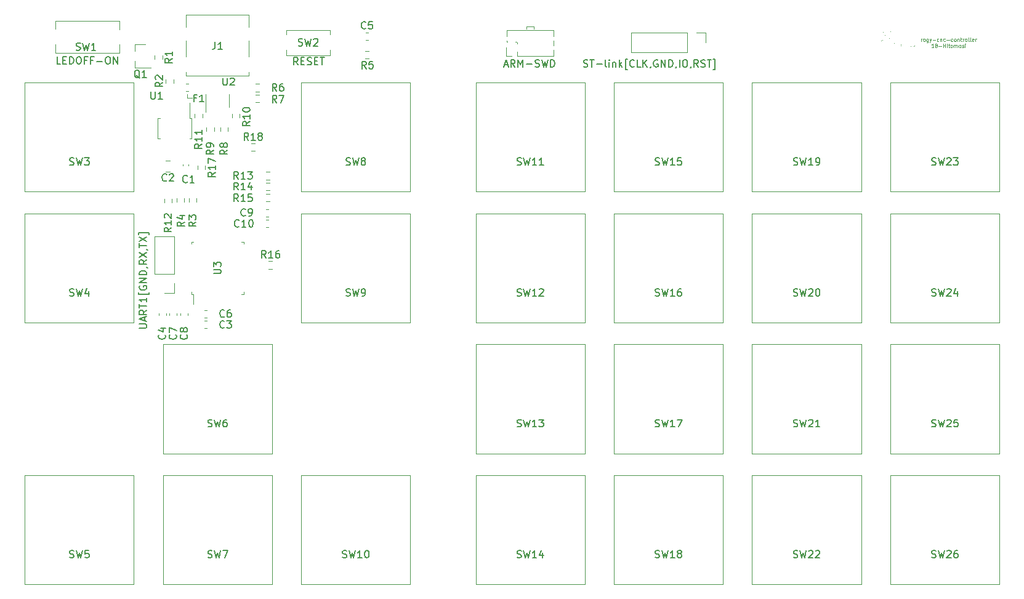
<source format=gto>
G04 #@! TF.GenerationSoftware,KiCad,Pcbnew,(5.1.10)-1*
G04 #@! TF.CreationDate,2021-08-19T21:12:26+09:00*
G04 #@! TF.ProjectId,cnc-controller,636e632d-636f-46e7-9472-6f6c6c65722e,rev?*
G04 #@! TF.SameCoordinates,Original*
G04 #@! TF.FileFunction,Legend,Top*
G04 #@! TF.FilePolarity,Positive*
%FSLAX46Y46*%
G04 Gerber Fmt 4.6, Leading zero omitted, Abs format (unit mm)*
G04 Created by KiCad (PCBNEW (5.1.10)-1) date 2021-08-19 21:12:26*
%MOMM*%
%LPD*%
G01*
G04 APERTURE LIST*
%ADD10C,0.100000*%
%ADD11C,0.120000*%
%ADD12C,0.150000*%
%ADD13C,0.010000*%
%ADD14C,3.200000*%
%ADD15C,3.400000*%
%ADD16C,2.000000*%
%ADD17C,1.900000*%
%ADD18R,0.650000X1.060000*%
%ADD19C,1.462000*%
%ADD20O,1.000000X2.100000*%
%ADD21O,1.000000X1.800000*%
%ADD22C,0.650000*%
%ADD23R,0.300000X1.140000*%
%ADD24R,0.600000X1.140000*%
%ADD25R,1.000000X1.000000*%
%ADD26O,1.000000X1.000000*%
%ADD27R,1.700000X1.700000*%
%ADD28O,1.700000X1.700000*%
%ADD29R,0.900000X0.800000*%
%ADD30C,2.100000*%
%ADD31R,0.700000X2.500000*%
G04 APERTURE END LIST*
D10*
X140226190Y-10801190D02*
X140226190Y-10467857D01*
X140226190Y-10563095D02*
X140250000Y-10515476D01*
X140273809Y-10491666D01*
X140321428Y-10467857D01*
X140369047Y-10467857D01*
X140607142Y-10801190D02*
X140559523Y-10777380D01*
X140535714Y-10753571D01*
X140511904Y-10705952D01*
X140511904Y-10563095D01*
X140535714Y-10515476D01*
X140559523Y-10491666D01*
X140607142Y-10467857D01*
X140678571Y-10467857D01*
X140726190Y-10491666D01*
X140750000Y-10515476D01*
X140773809Y-10563095D01*
X140773809Y-10705952D01*
X140750000Y-10753571D01*
X140726190Y-10777380D01*
X140678571Y-10801190D01*
X140607142Y-10801190D01*
X141202380Y-10467857D02*
X141202380Y-10872619D01*
X141178571Y-10920238D01*
X141154761Y-10944047D01*
X141107142Y-10967857D01*
X141035714Y-10967857D01*
X140988095Y-10944047D01*
X141202380Y-10777380D02*
X141154761Y-10801190D01*
X141059523Y-10801190D01*
X141011904Y-10777380D01*
X140988095Y-10753571D01*
X140964285Y-10705952D01*
X140964285Y-10563095D01*
X140988095Y-10515476D01*
X141011904Y-10491666D01*
X141059523Y-10467857D01*
X141154761Y-10467857D01*
X141202380Y-10491666D01*
X141392857Y-10467857D02*
X141511904Y-10801190D01*
X141630952Y-10467857D02*
X141511904Y-10801190D01*
X141464285Y-10920238D01*
X141440476Y-10944047D01*
X141392857Y-10967857D01*
X141821428Y-10610714D02*
X142202380Y-10610714D01*
X142654761Y-10777380D02*
X142607142Y-10801190D01*
X142511904Y-10801190D01*
X142464285Y-10777380D01*
X142440476Y-10753571D01*
X142416666Y-10705952D01*
X142416666Y-10563095D01*
X142440476Y-10515476D01*
X142464285Y-10491666D01*
X142511904Y-10467857D01*
X142607142Y-10467857D01*
X142654761Y-10491666D01*
X142869047Y-10467857D02*
X142869047Y-10801190D01*
X142869047Y-10515476D02*
X142892857Y-10491666D01*
X142940476Y-10467857D01*
X143011904Y-10467857D01*
X143059523Y-10491666D01*
X143083333Y-10539285D01*
X143083333Y-10801190D01*
X143535714Y-10777380D02*
X143488095Y-10801190D01*
X143392857Y-10801190D01*
X143345238Y-10777380D01*
X143321428Y-10753571D01*
X143297619Y-10705952D01*
X143297619Y-10563095D01*
X143321428Y-10515476D01*
X143345238Y-10491666D01*
X143392857Y-10467857D01*
X143488095Y-10467857D01*
X143535714Y-10491666D01*
X143750000Y-10610714D02*
X144130952Y-10610714D01*
X144583333Y-10777380D02*
X144535714Y-10801190D01*
X144440476Y-10801190D01*
X144392857Y-10777380D01*
X144369047Y-10753571D01*
X144345238Y-10705952D01*
X144345238Y-10563095D01*
X144369047Y-10515476D01*
X144392857Y-10491666D01*
X144440476Y-10467857D01*
X144535714Y-10467857D01*
X144583333Y-10491666D01*
X144869047Y-10801190D02*
X144821428Y-10777380D01*
X144797619Y-10753571D01*
X144773809Y-10705952D01*
X144773809Y-10563095D01*
X144797619Y-10515476D01*
X144821428Y-10491666D01*
X144869047Y-10467857D01*
X144940476Y-10467857D01*
X144988095Y-10491666D01*
X145011904Y-10515476D01*
X145035714Y-10563095D01*
X145035714Y-10705952D01*
X145011904Y-10753571D01*
X144988095Y-10777380D01*
X144940476Y-10801190D01*
X144869047Y-10801190D01*
X145250000Y-10467857D02*
X145250000Y-10801190D01*
X145250000Y-10515476D02*
X145273809Y-10491666D01*
X145321428Y-10467857D01*
X145392857Y-10467857D01*
X145440476Y-10491666D01*
X145464285Y-10539285D01*
X145464285Y-10801190D01*
X145630952Y-10467857D02*
X145821428Y-10467857D01*
X145702380Y-10301190D02*
X145702380Y-10729761D01*
X145726190Y-10777380D01*
X145773809Y-10801190D01*
X145821428Y-10801190D01*
X145988095Y-10801190D02*
X145988095Y-10467857D01*
X145988095Y-10563095D02*
X146011904Y-10515476D01*
X146035714Y-10491666D01*
X146083333Y-10467857D01*
X146130952Y-10467857D01*
X146369047Y-10801190D02*
X146321428Y-10777380D01*
X146297619Y-10753571D01*
X146273809Y-10705952D01*
X146273809Y-10563095D01*
X146297619Y-10515476D01*
X146321428Y-10491666D01*
X146369047Y-10467857D01*
X146440476Y-10467857D01*
X146488095Y-10491666D01*
X146511904Y-10515476D01*
X146535714Y-10563095D01*
X146535714Y-10705952D01*
X146511904Y-10753571D01*
X146488095Y-10777380D01*
X146440476Y-10801190D01*
X146369047Y-10801190D01*
X146821428Y-10801190D02*
X146773809Y-10777380D01*
X146750000Y-10729761D01*
X146750000Y-10301190D01*
X147083333Y-10801190D02*
X147035714Y-10777380D01*
X147011904Y-10729761D01*
X147011904Y-10301190D01*
X147464285Y-10777380D02*
X147416666Y-10801190D01*
X147321428Y-10801190D01*
X147273809Y-10777380D01*
X147250000Y-10729761D01*
X147250000Y-10539285D01*
X147273809Y-10491666D01*
X147321428Y-10467857D01*
X147416666Y-10467857D01*
X147464285Y-10491666D01*
X147488095Y-10539285D01*
X147488095Y-10586904D01*
X147250000Y-10634523D01*
X147702380Y-10801190D02*
X147702380Y-10467857D01*
X147702380Y-10563095D02*
X147726190Y-10515476D01*
X147750000Y-10491666D01*
X147797619Y-10467857D01*
X147845238Y-10467857D01*
X141964285Y-11651190D02*
X141678571Y-11651190D01*
X141821428Y-11651190D02*
X141821428Y-11151190D01*
X141773809Y-11222619D01*
X141726190Y-11270238D01*
X141678571Y-11294047D01*
X142250000Y-11365476D02*
X142202380Y-11341666D01*
X142178571Y-11317857D01*
X142154761Y-11270238D01*
X142154761Y-11246428D01*
X142178571Y-11198809D01*
X142202380Y-11175000D01*
X142250000Y-11151190D01*
X142345238Y-11151190D01*
X142392857Y-11175000D01*
X142416666Y-11198809D01*
X142440476Y-11246428D01*
X142440476Y-11270238D01*
X142416666Y-11317857D01*
X142392857Y-11341666D01*
X142345238Y-11365476D01*
X142250000Y-11365476D01*
X142202380Y-11389285D01*
X142178571Y-11413095D01*
X142154761Y-11460714D01*
X142154761Y-11555952D01*
X142178571Y-11603571D01*
X142202380Y-11627380D01*
X142250000Y-11651190D01*
X142345238Y-11651190D01*
X142392857Y-11627380D01*
X142416666Y-11603571D01*
X142440476Y-11555952D01*
X142440476Y-11460714D01*
X142416666Y-11413095D01*
X142392857Y-11389285D01*
X142345238Y-11365476D01*
X142654761Y-11460714D02*
X143035714Y-11460714D01*
X143273809Y-11651190D02*
X143273809Y-11151190D01*
X143273809Y-11389285D02*
X143559523Y-11389285D01*
X143559523Y-11651190D02*
X143559523Y-11151190D01*
X143797619Y-11651190D02*
X143797619Y-11317857D01*
X143797619Y-11151190D02*
X143773809Y-11175000D01*
X143797619Y-11198809D01*
X143821428Y-11175000D01*
X143797619Y-11151190D01*
X143797619Y-11198809D01*
X143964285Y-11317857D02*
X144154761Y-11317857D01*
X144035714Y-11151190D02*
X144035714Y-11579761D01*
X144059523Y-11627380D01*
X144107142Y-11651190D01*
X144154761Y-11651190D01*
X144392857Y-11651190D02*
X144345238Y-11627380D01*
X144321428Y-11603571D01*
X144297619Y-11555952D01*
X144297619Y-11413095D01*
X144321428Y-11365476D01*
X144345238Y-11341666D01*
X144392857Y-11317857D01*
X144464285Y-11317857D01*
X144511904Y-11341666D01*
X144535714Y-11365476D01*
X144559523Y-11413095D01*
X144559523Y-11555952D01*
X144535714Y-11603571D01*
X144511904Y-11627380D01*
X144464285Y-11651190D01*
X144392857Y-11651190D01*
X144773809Y-11651190D02*
X144773809Y-11317857D01*
X144773809Y-11365476D02*
X144797619Y-11341666D01*
X144845238Y-11317857D01*
X144916666Y-11317857D01*
X144964285Y-11341666D01*
X144988095Y-11389285D01*
X144988095Y-11651190D01*
X144988095Y-11389285D02*
X145011904Y-11341666D01*
X145059523Y-11317857D01*
X145130952Y-11317857D01*
X145178571Y-11341666D01*
X145202380Y-11389285D01*
X145202380Y-11651190D01*
X145511904Y-11651190D02*
X145464285Y-11627380D01*
X145440476Y-11603571D01*
X145416666Y-11555952D01*
X145416666Y-11413095D01*
X145440476Y-11365476D01*
X145464285Y-11341666D01*
X145511904Y-11317857D01*
X145583333Y-11317857D01*
X145630952Y-11341666D01*
X145654761Y-11365476D01*
X145678571Y-11413095D01*
X145678571Y-11555952D01*
X145654761Y-11603571D01*
X145630952Y-11627380D01*
X145583333Y-11651190D01*
X145511904Y-11651190D01*
X145869047Y-11627380D02*
X145916666Y-11651190D01*
X146011904Y-11651190D01*
X146059523Y-11627380D01*
X146083333Y-11579761D01*
X146083333Y-11555952D01*
X146059523Y-11508333D01*
X146011904Y-11484523D01*
X145940476Y-11484523D01*
X145892857Y-11460714D01*
X145869047Y-11413095D01*
X145869047Y-11389285D01*
X145892857Y-11341666D01*
X145940476Y-11317857D01*
X146011904Y-11317857D01*
X146059523Y-11341666D01*
X146297619Y-11651190D02*
X146297619Y-11317857D01*
X146297619Y-11151190D02*
X146273809Y-11175000D01*
X146297619Y-11198809D01*
X146321428Y-11175000D01*
X146297619Y-11151190D01*
X146297619Y-11198809D01*
D11*
X87000000Y-8800000D02*
X87000000Y-9100000D01*
X86000000Y-8800000D02*
X87000000Y-8800000D01*
X86000000Y-9100000D02*
X86000000Y-8800000D01*
D12*
X21909523Y-13952380D02*
X21433333Y-13952380D01*
X21433333Y-12952380D01*
X22242857Y-13428571D02*
X22576190Y-13428571D01*
X22719047Y-13952380D02*
X22242857Y-13952380D01*
X22242857Y-12952380D01*
X22719047Y-12952380D01*
X23147619Y-13952380D02*
X23147619Y-12952380D01*
X23385714Y-12952380D01*
X23528571Y-13000000D01*
X23623809Y-13095238D01*
X23671428Y-13190476D01*
X23719047Y-13380952D01*
X23719047Y-13523809D01*
X23671428Y-13714285D01*
X23623809Y-13809523D01*
X23528571Y-13904761D01*
X23385714Y-13952380D01*
X23147619Y-13952380D01*
X24338095Y-12952380D02*
X24528571Y-12952380D01*
X24623809Y-13000000D01*
X24719047Y-13095238D01*
X24766666Y-13285714D01*
X24766666Y-13619047D01*
X24719047Y-13809523D01*
X24623809Y-13904761D01*
X24528571Y-13952380D01*
X24338095Y-13952380D01*
X24242857Y-13904761D01*
X24147619Y-13809523D01*
X24100000Y-13619047D01*
X24100000Y-13285714D01*
X24147619Y-13095238D01*
X24242857Y-13000000D01*
X24338095Y-12952380D01*
X25528571Y-13428571D02*
X25195238Y-13428571D01*
X25195238Y-13952380D02*
X25195238Y-12952380D01*
X25671428Y-12952380D01*
X26385714Y-13428571D02*
X26052380Y-13428571D01*
X26052380Y-13952380D02*
X26052380Y-12952380D01*
X26528571Y-12952380D01*
X26909523Y-13571428D02*
X27671428Y-13571428D01*
X28338095Y-12952380D02*
X28528571Y-12952380D01*
X28623809Y-13000000D01*
X28719047Y-13095238D01*
X28766666Y-13285714D01*
X28766666Y-13619047D01*
X28719047Y-13809523D01*
X28623809Y-13904761D01*
X28528571Y-13952380D01*
X28338095Y-13952380D01*
X28242857Y-13904761D01*
X28147619Y-13809523D01*
X28100000Y-13619047D01*
X28100000Y-13285714D01*
X28147619Y-13095238D01*
X28242857Y-13000000D01*
X28338095Y-12952380D01*
X29195238Y-13952380D02*
X29195238Y-12952380D01*
X29766666Y-13952380D01*
X29766666Y-12952380D01*
X54547619Y-14052380D02*
X54214285Y-13576190D01*
X53976190Y-14052380D02*
X53976190Y-13052380D01*
X54357142Y-13052380D01*
X54452380Y-13100000D01*
X54500000Y-13147619D01*
X54547619Y-13242857D01*
X54547619Y-13385714D01*
X54500000Y-13480952D01*
X54452380Y-13528571D01*
X54357142Y-13576190D01*
X53976190Y-13576190D01*
X54976190Y-13528571D02*
X55309523Y-13528571D01*
X55452380Y-14052380D02*
X54976190Y-14052380D01*
X54976190Y-13052380D01*
X55452380Y-13052380D01*
X55833333Y-14004761D02*
X55976190Y-14052380D01*
X56214285Y-14052380D01*
X56309523Y-14004761D01*
X56357142Y-13957142D01*
X56404761Y-13861904D01*
X56404761Y-13766666D01*
X56357142Y-13671428D01*
X56309523Y-13623809D01*
X56214285Y-13576190D01*
X56023809Y-13528571D01*
X55928571Y-13480952D01*
X55880952Y-13433333D01*
X55833333Y-13338095D01*
X55833333Y-13242857D01*
X55880952Y-13147619D01*
X55928571Y-13100000D01*
X56023809Y-13052380D01*
X56261904Y-13052380D01*
X56404761Y-13100000D01*
X56833333Y-13528571D02*
X57166666Y-13528571D01*
X57309523Y-14052380D02*
X56833333Y-14052380D01*
X56833333Y-13052380D01*
X57309523Y-13052380D01*
X57595238Y-13052380D02*
X58166666Y-13052380D01*
X57880952Y-14052380D02*
X57880952Y-13052380D01*
D11*
X39300000Y-18600000D02*
X39300000Y-18100000D01*
X40000000Y-18600000D02*
X39300000Y-18600000D01*
D13*
G36*
X135656923Y-8390269D02*
G01*
X135675774Y-8438638D01*
X135699262Y-8514594D01*
X135724329Y-8608691D01*
X135786230Y-8857379D01*
X135643157Y-9121962D01*
X135593254Y-9214986D01*
X135527593Y-9338491D01*
X135450739Y-9483828D01*
X135367260Y-9642345D01*
X135281722Y-9805390D01*
X135212537Y-9937761D01*
X135117396Y-10119937D01*
X135010203Y-10324848D01*
X134898204Y-10538664D01*
X134788646Y-10747554D01*
X134688775Y-10937690D01*
X134647043Y-11017021D01*
X134573727Y-11156820D01*
X134507660Y-11283781D01*
X134451502Y-11392710D01*
X134407916Y-11478411D01*
X134379563Y-11535690D01*
X134369106Y-11559351D01*
X134369097Y-11559487D01*
X134389021Y-11559037D01*
X134443800Y-11548023D01*
X134525942Y-11528186D01*
X134627957Y-11501268D01*
X134672265Y-11489015D01*
X134782385Y-11459104D01*
X134877835Y-11434917D01*
X134950378Y-11418409D01*
X134991780Y-11411535D01*
X134997482Y-11411797D01*
X134983228Y-11422664D01*
X134935558Y-11450079D01*
X134860529Y-11490932D01*
X134764201Y-11542113D01*
X134652630Y-11600512D01*
X134531874Y-11663021D01*
X134407992Y-11726529D01*
X134287040Y-11787927D01*
X134175077Y-11844105D01*
X134078160Y-11891953D01*
X134002348Y-11928363D01*
X133953697Y-11950223D01*
X133938877Y-11955209D01*
X133940618Y-11937906D01*
X133958709Y-11894348D01*
X133969720Y-11871919D01*
X133989515Y-11831710D01*
X134025492Y-11757202D01*
X134074989Y-11653964D01*
X134135344Y-11527566D01*
X134203895Y-11383578D01*
X134277980Y-11227568D01*
X134314830Y-11149827D01*
X134395221Y-10980191D01*
X134475394Y-10811121D01*
X134551827Y-10650039D01*
X134620999Y-10504365D01*
X134679385Y-10381520D01*
X134723465Y-10288924D01*
X134733211Y-10268490D01*
X134888570Y-9943061D01*
X135026000Y-9655348D01*
X135146517Y-9403247D01*
X135251136Y-9184652D01*
X135340872Y-8997459D01*
X135416741Y-8839564D01*
X135479756Y-8708860D01*
X135530933Y-8603245D01*
X135571288Y-8520611D01*
X135601835Y-8458856D01*
X135623590Y-8415874D01*
X135637567Y-8389560D01*
X135644781Y-8377810D01*
X135645336Y-8377181D01*
X135656923Y-8390269D01*
G37*
X135656923Y-8390269D02*
X135675774Y-8438638D01*
X135699262Y-8514594D01*
X135724329Y-8608691D01*
X135786230Y-8857379D01*
X135643157Y-9121962D01*
X135593254Y-9214986D01*
X135527593Y-9338491D01*
X135450739Y-9483828D01*
X135367260Y-9642345D01*
X135281722Y-9805390D01*
X135212537Y-9937761D01*
X135117396Y-10119937D01*
X135010203Y-10324848D01*
X134898204Y-10538664D01*
X134788646Y-10747554D01*
X134688775Y-10937690D01*
X134647043Y-11017021D01*
X134573727Y-11156820D01*
X134507660Y-11283781D01*
X134451502Y-11392710D01*
X134407916Y-11478411D01*
X134379563Y-11535690D01*
X134369106Y-11559351D01*
X134369097Y-11559487D01*
X134389021Y-11559037D01*
X134443800Y-11548023D01*
X134525942Y-11528186D01*
X134627957Y-11501268D01*
X134672265Y-11489015D01*
X134782385Y-11459104D01*
X134877835Y-11434917D01*
X134950378Y-11418409D01*
X134991780Y-11411535D01*
X134997482Y-11411797D01*
X134983228Y-11422664D01*
X134935558Y-11450079D01*
X134860529Y-11490932D01*
X134764201Y-11542113D01*
X134652630Y-11600512D01*
X134531874Y-11663021D01*
X134407992Y-11726529D01*
X134287040Y-11787927D01*
X134175077Y-11844105D01*
X134078160Y-11891953D01*
X134002348Y-11928363D01*
X133953697Y-11950223D01*
X133938877Y-11955209D01*
X133940618Y-11937906D01*
X133958709Y-11894348D01*
X133969720Y-11871919D01*
X133989515Y-11831710D01*
X134025492Y-11757202D01*
X134074989Y-11653964D01*
X134135344Y-11527566D01*
X134203895Y-11383578D01*
X134277980Y-11227568D01*
X134314830Y-11149827D01*
X134395221Y-10980191D01*
X134475394Y-10811121D01*
X134551827Y-10650039D01*
X134620999Y-10504365D01*
X134679385Y-10381520D01*
X134723465Y-10288924D01*
X134733211Y-10268490D01*
X134888570Y-9943061D01*
X135026000Y-9655348D01*
X135146517Y-9403247D01*
X135251136Y-9184652D01*
X135340872Y-8997459D01*
X135416741Y-8839564D01*
X135479756Y-8708860D01*
X135530933Y-8603245D01*
X135571288Y-8520611D01*
X135601835Y-8458856D01*
X135623590Y-8415874D01*
X135637567Y-8389560D01*
X135644781Y-8377810D01*
X135645336Y-8377181D01*
X135656923Y-8390269D01*
G36*
X138911111Y-10566146D02*
G01*
X139330035Y-10566146D01*
X139330035Y-10742535D01*
X138911111Y-10742535D01*
X138911111Y-11004145D01*
X138911880Y-11118165D01*
X138915118Y-11197512D01*
X138922219Y-11251597D01*
X138934579Y-11289832D01*
X138953591Y-11321628D01*
X138959311Y-11329362D01*
X138992922Y-11373730D01*
X139013117Y-11400413D01*
X139014432Y-11402155D01*
X139031349Y-11392398D01*
X139067349Y-11357474D01*
X139096944Y-11324985D01*
X139172535Y-11238629D01*
X139232637Y-11297653D01*
X139292739Y-11356676D01*
X139203357Y-11463017D01*
X139145527Y-11529491D01*
X139089742Y-11589851D01*
X139058642Y-11620930D01*
X139003309Y-11672502D01*
X138756771Y-11344946D01*
X138756771Y-10742535D01*
X138679600Y-10742535D01*
X138630191Y-10739865D01*
X138608233Y-10723379D01*
X138602603Y-10680365D01*
X138602430Y-10654341D01*
X138604767Y-10597873D01*
X138619192Y-10572778D01*
X138656829Y-10566343D01*
X138679600Y-10566146D01*
X138756771Y-10566146D01*
X138756771Y-10345660D01*
X138911111Y-10345660D01*
X138911111Y-10566146D01*
G37*
X138911111Y-10566146D02*
X139330035Y-10566146D01*
X139330035Y-10742535D01*
X138911111Y-10742535D01*
X138911111Y-11004145D01*
X138911880Y-11118165D01*
X138915118Y-11197512D01*
X138922219Y-11251597D01*
X138934579Y-11289832D01*
X138953591Y-11321628D01*
X138959311Y-11329362D01*
X138992922Y-11373730D01*
X139013117Y-11400413D01*
X139014432Y-11402155D01*
X139031349Y-11392398D01*
X139067349Y-11357474D01*
X139096944Y-11324985D01*
X139172535Y-11238629D01*
X139232637Y-11297653D01*
X139292739Y-11356676D01*
X139203357Y-11463017D01*
X139145527Y-11529491D01*
X139089742Y-11589851D01*
X139058642Y-11620930D01*
X139003309Y-11672502D01*
X138756771Y-11344946D01*
X138756771Y-10742535D01*
X138679600Y-10742535D01*
X138630191Y-10739865D01*
X138608233Y-10723379D01*
X138602603Y-10680365D01*
X138602430Y-10654341D01*
X138604767Y-10597873D01*
X138619192Y-10572778D01*
X138656829Y-10566343D01*
X138679600Y-10566146D01*
X138756771Y-10566146D01*
X138756771Y-10345660D01*
X138911111Y-10345660D01*
X138911111Y-10566146D01*
G36*
X137676389Y-11646528D02*
G01*
X137500000Y-11646528D01*
X137500000Y-10566146D01*
X137676389Y-10566146D01*
X137676389Y-11646528D01*
G37*
X137676389Y-11646528D02*
X137500000Y-11646528D01*
X137500000Y-10566146D01*
X137676389Y-10566146D01*
X137676389Y-11646528D01*
G36*
X136463715Y-10642896D02*
G01*
X136461231Y-10682560D01*
X136449075Y-10709923D01*
X136420195Y-10727593D01*
X136367539Y-10738178D01*
X136284052Y-10744285D01*
X136179375Y-10748030D01*
X136087462Y-10751826D01*
X136028564Y-10758591D01*
X135991599Y-10771436D01*
X135965484Y-10793471D01*
X135950506Y-10812271D01*
X135906760Y-10870983D01*
X135955228Y-10939051D01*
X135979528Y-10971001D01*
X136003994Y-10990963D01*
X136039045Y-11001755D01*
X136095098Y-11006198D01*
X136182570Y-11007111D01*
X136206716Y-11007118D01*
X136409735Y-11007118D01*
X136525681Y-11162055D01*
X136586633Y-11249507D01*
X136620101Y-11311657D01*
X136624416Y-11345403D01*
X136624329Y-11345549D01*
X136602635Y-11376310D01*
X136561971Y-11430153D01*
X136510917Y-11495730D01*
X136508103Y-11499293D01*
X136409174Y-11624479D01*
X135824305Y-11624479D01*
X135824305Y-11448091D01*
X136328421Y-11448091D01*
X136375108Y-11382524D01*
X136421795Y-11316958D01*
X136372463Y-11250233D01*
X136347417Y-11218719D01*
X136322025Y-11199117D01*
X136285708Y-11188599D01*
X136227885Y-11184339D01*
X136137978Y-11183510D01*
X136122756Y-11183507D01*
X135922382Y-11183507D01*
X135805993Y-11027978D01*
X135689603Y-10872448D01*
X135803138Y-10719297D01*
X135916674Y-10566146D01*
X136463715Y-10566146D01*
X136463715Y-10642896D01*
G37*
X136463715Y-10642896D02*
X136461231Y-10682560D01*
X136449075Y-10709923D01*
X136420195Y-10727593D01*
X136367539Y-10738178D01*
X136284052Y-10744285D01*
X136179375Y-10748030D01*
X136087462Y-10751826D01*
X136028564Y-10758591D01*
X135991599Y-10771436D01*
X135965484Y-10793471D01*
X135950506Y-10812271D01*
X135906760Y-10870983D01*
X135955228Y-10939051D01*
X135979528Y-10971001D01*
X136003994Y-10990963D01*
X136039045Y-11001755D01*
X136095098Y-11006198D01*
X136182570Y-11007111D01*
X136206716Y-11007118D01*
X136409735Y-11007118D01*
X136525681Y-11162055D01*
X136586633Y-11249507D01*
X136620101Y-11311657D01*
X136624416Y-11345403D01*
X136624329Y-11345549D01*
X136602635Y-11376310D01*
X136561971Y-11430153D01*
X136510917Y-11495730D01*
X136508103Y-11499293D01*
X136409174Y-11624479D01*
X135824305Y-11624479D01*
X135824305Y-11448091D01*
X136328421Y-11448091D01*
X136375108Y-11382524D01*
X136421795Y-11316958D01*
X136372463Y-11250233D01*
X136347417Y-11218719D01*
X136322025Y-11199117D01*
X136285708Y-11188599D01*
X136227885Y-11184339D01*
X136137978Y-11183510D01*
X136122756Y-11183507D01*
X135922382Y-11183507D01*
X135805993Y-11027978D01*
X135689603Y-10872448D01*
X135803138Y-10719297D01*
X135916674Y-10566146D01*
X136463715Y-10566146D01*
X136463715Y-10642896D01*
G36*
X137257465Y-10720486D02*
G01*
X137141710Y-10720678D01*
X136998276Y-10724690D01*
X136892204Y-10737116D01*
X136817324Y-10759353D01*
X136767462Y-10792799D01*
X136753964Y-10808504D01*
X136709372Y-10868818D01*
X136757420Y-10937587D01*
X136781451Y-10969849D01*
X136805612Y-10990031D01*
X136840289Y-11000992D01*
X136895865Y-11005590D01*
X136982723Y-11006681D01*
X137008684Y-11006737D01*
X137211899Y-11007118D01*
X137331663Y-11165405D01*
X137451426Y-11323692D01*
X137329913Y-11474086D01*
X137208401Y-11624479D01*
X136640104Y-11624479D01*
X136640104Y-11448091D01*
X136888151Y-11446871D01*
X136995910Y-11445946D01*
X137068681Y-11443152D01*
X137115570Y-11436563D01*
X137145686Y-11424254D01*
X137168137Y-11404301D01*
X137184592Y-11384217D01*
X137232987Y-11322782D01*
X137184592Y-11253526D01*
X137160437Y-11221040D01*
X137136280Y-11200716D01*
X137101729Y-11189676D01*
X137046390Y-11185046D01*
X136959871Y-11183947D01*
X136932987Y-11183888D01*
X136729777Y-11183507D01*
X136618794Y-11036903D01*
X136567774Y-10967315D01*
X136529127Y-10910431D01*
X136509199Y-10875745D01*
X136507812Y-10870847D01*
X136520113Y-10845084D01*
X136552754Y-10794087D01*
X136599341Y-10727697D01*
X136612543Y-10709677D01*
X136717274Y-10567958D01*
X136987370Y-10567052D01*
X137257465Y-10566146D01*
X137257465Y-10720486D01*
G37*
X137257465Y-10720486D02*
X137141710Y-10720678D01*
X136998276Y-10724690D01*
X136892204Y-10737116D01*
X136817324Y-10759353D01*
X136767462Y-10792799D01*
X136753964Y-10808504D01*
X136709372Y-10868818D01*
X136757420Y-10937587D01*
X136781451Y-10969849D01*
X136805612Y-10990031D01*
X136840289Y-11000992D01*
X136895865Y-11005590D01*
X136982723Y-11006681D01*
X137008684Y-11006737D01*
X137211899Y-11007118D01*
X137331663Y-11165405D01*
X137451426Y-11323692D01*
X137329913Y-11474086D01*
X137208401Y-11624479D01*
X136640104Y-11624479D01*
X136640104Y-11448091D01*
X136888151Y-11446871D01*
X136995910Y-11445946D01*
X137068681Y-11443152D01*
X137115570Y-11436563D01*
X137145686Y-11424254D01*
X137168137Y-11404301D01*
X137184592Y-11384217D01*
X137232987Y-11322782D01*
X137184592Y-11253526D01*
X137160437Y-11221040D01*
X137136280Y-11200716D01*
X137101729Y-11189676D01*
X137046390Y-11185046D01*
X136959871Y-11183947D01*
X136932987Y-11183888D01*
X136729777Y-11183507D01*
X136618794Y-11036903D01*
X136567774Y-10967315D01*
X136529127Y-10910431D01*
X136509199Y-10875745D01*
X136507812Y-10870847D01*
X136520113Y-10845084D01*
X136552754Y-10794087D01*
X136599341Y-10727697D01*
X136612543Y-10709677D01*
X136717274Y-10567958D01*
X136987370Y-10567052D01*
X137257465Y-10566146D01*
X137257465Y-10720486D01*
G36*
X138452043Y-10566545D02*
G01*
X138488910Y-10573787D01*
X138507308Y-10589215D01*
X138513623Y-10614189D01*
X138514242Y-10650071D01*
X138514236Y-10654341D01*
X138514236Y-10742535D01*
X138076460Y-10742535D01*
X137965090Y-10884839D01*
X138016418Y-10951491D01*
X138042516Y-10982715D01*
X138069477Y-11002650D01*
X138107786Y-11014285D01*
X138167926Y-11020612D01*
X138260381Y-11024621D01*
X138274455Y-11025098D01*
X138481163Y-11032054D01*
X138585894Y-11173235D01*
X138635139Y-11242409D01*
X138671945Y-11299425D01*
X138689856Y-11334123D01*
X138690625Y-11338018D01*
X138677606Y-11365527D01*
X138643210Y-11416557D01*
X138594423Y-11480866D01*
X138585894Y-11491523D01*
X138481163Y-11621426D01*
X138189019Y-11622953D01*
X137896875Y-11624479D01*
X137896875Y-11470139D01*
X138378024Y-11470139D01*
X138435018Y-11402407D01*
X138492011Y-11334674D01*
X138434361Y-11259091D01*
X138376710Y-11183507D01*
X137971526Y-11183507D01*
X137868054Y-11042587D01*
X137819453Y-10974530D01*
X137783104Y-10920077D01*
X137765365Y-10888859D01*
X137764583Y-10885851D01*
X137776779Y-10861735D01*
X137809078Y-10812169D01*
X137855046Y-10746920D01*
X137865731Y-10732280D01*
X137966878Y-10594524D01*
X138166774Y-10580335D01*
X138297361Y-10571179D01*
X138390322Y-10566129D01*
X138452043Y-10566545D01*
G37*
X138452043Y-10566545D02*
X138488910Y-10573787D01*
X138507308Y-10589215D01*
X138513623Y-10614189D01*
X138514242Y-10650071D01*
X138514236Y-10654341D01*
X138514236Y-10742535D01*
X138076460Y-10742535D01*
X137965090Y-10884839D01*
X138016418Y-10951491D01*
X138042516Y-10982715D01*
X138069477Y-11002650D01*
X138107786Y-11014285D01*
X138167926Y-11020612D01*
X138260381Y-11024621D01*
X138274455Y-11025098D01*
X138481163Y-11032054D01*
X138585894Y-11173235D01*
X138635139Y-11242409D01*
X138671945Y-11299425D01*
X138689856Y-11334123D01*
X138690625Y-11338018D01*
X138677606Y-11365527D01*
X138643210Y-11416557D01*
X138594423Y-11480866D01*
X138585894Y-11491523D01*
X138481163Y-11621426D01*
X138189019Y-11622953D01*
X137896875Y-11624479D01*
X137896875Y-11470139D01*
X138378024Y-11470139D01*
X138435018Y-11402407D01*
X138492011Y-11334674D01*
X138434361Y-11259091D01*
X138376710Y-11183507D01*
X137971526Y-11183507D01*
X137868054Y-11042587D01*
X137819453Y-10974530D01*
X137783104Y-10920077D01*
X137765365Y-10888859D01*
X137764583Y-10885851D01*
X137776779Y-10861735D01*
X137809078Y-10812169D01*
X137855046Y-10746920D01*
X137865731Y-10732280D01*
X137966878Y-10594524D01*
X138166774Y-10580335D01*
X138297361Y-10571179D01*
X138390322Y-10566129D01*
X138452043Y-10566545D01*
G36*
X135821448Y-8983762D02*
G01*
X135839411Y-9043228D01*
X135865783Y-9133513D01*
X135898925Y-9248767D01*
X135937198Y-9383139D01*
X135978961Y-9530780D01*
X136022576Y-9685838D01*
X136066404Y-9842464D01*
X136108804Y-9994807D01*
X136148138Y-10137017D01*
X136182766Y-10263243D01*
X136211049Y-10367636D01*
X136231348Y-10444344D01*
X136242022Y-10487517D01*
X136243250Y-10494488D01*
X136226484Y-10517574D01*
X136215668Y-10518342D01*
X136179982Y-10514326D01*
X136115927Y-10507739D01*
X136055816Y-10501806D01*
X135923524Y-10488976D01*
X135877116Y-10312587D01*
X135855395Y-10238115D01*
X135836932Y-10189542D01*
X135824619Y-10173886D01*
X135821975Y-10178829D01*
X135812754Y-10195693D01*
X135788624Y-10212103D01*
X135743999Y-10229931D01*
X135673291Y-10251046D01*
X135570915Y-10277319D01*
X135431283Y-10310623D01*
X135421899Y-10312816D01*
X135297761Y-10340811D01*
X135189851Y-10363267D01*
X135104878Y-10378943D01*
X135049551Y-10386598D01*
X135030555Y-10385207D01*
X135042009Y-10343852D01*
X135070729Y-10284577D01*
X135108250Y-10221448D01*
X135146111Y-10168532D01*
X135175847Y-10139895D01*
X135178929Y-10138609D01*
X135244476Y-10121116D01*
X135322865Y-10103125D01*
X135802257Y-10103125D01*
X135810324Y-10121274D01*
X135816956Y-10117824D01*
X135819595Y-10091658D01*
X135816956Y-10088426D01*
X135803848Y-10091453D01*
X135802257Y-10103125D01*
X135322865Y-10103125D01*
X135332443Y-10100927D01*
X135432937Y-10079914D01*
X135536067Y-10059947D01*
X135631938Y-10042894D01*
X135710659Y-10030626D01*
X135762336Y-10025013D01*
X135776409Y-10025677D01*
X135797479Y-10024562D01*
X135794935Y-9991071D01*
X135794041Y-9987698D01*
X135783998Y-9949149D01*
X135765515Y-9876858D01*
X135740888Y-9779851D01*
X135712411Y-9667155D01*
X135700042Y-9618056D01*
X135619571Y-9298351D01*
X135713446Y-9126331D01*
X135755607Y-9050945D01*
X135789451Y-8993939D01*
X135809945Y-8963628D01*
X135813533Y-8960967D01*
X135821448Y-8983762D01*
G37*
X135821448Y-8983762D02*
X135839411Y-9043228D01*
X135865783Y-9133513D01*
X135898925Y-9248767D01*
X135937198Y-9383139D01*
X135978961Y-9530780D01*
X136022576Y-9685838D01*
X136066404Y-9842464D01*
X136108804Y-9994807D01*
X136148138Y-10137017D01*
X136182766Y-10263243D01*
X136211049Y-10367636D01*
X136231348Y-10444344D01*
X136242022Y-10487517D01*
X136243250Y-10494488D01*
X136226484Y-10517574D01*
X136215668Y-10518342D01*
X136179982Y-10514326D01*
X136115927Y-10507739D01*
X136055816Y-10501806D01*
X135923524Y-10488976D01*
X135877116Y-10312587D01*
X135855395Y-10238115D01*
X135836932Y-10189542D01*
X135824619Y-10173886D01*
X135821975Y-10178829D01*
X135812754Y-10195693D01*
X135788624Y-10212103D01*
X135743999Y-10229931D01*
X135673291Y-10251046D01*
X135570915Y-10277319D01*
X135431283Y-10310623D01*
X135421899Y-10312816D01*
X135297761Y-10340811D01*
X135189851Y-10363267D01*
X135104878Y-10378943D01*
X135049551Y-10386598D01*
X135030555Y-10385207D01*
X135042009Y-10343852D01*
X135070729Y-10284577D01*
X135108250Y-10221448D01*
X135146111Y-10168532D01*
X135175847Y-10139895D01*
X135178929Y-10138609D01*
X135244476Y-10121116D01*
X135322865Y-10103125D01*
X135802257Y-10103125D01*
X135810324Y-10121274D01*
X135816956Y-10117824D01*
X135819595Y-10091658D01*
X135816956Y-10088426D01*
X135803848Y-10091453D01*
X135802257Y-10103125D01*
X135322865Y-10103125D01*
X135332443Y-10100927D01*
X135432937Y-10079914D01*
X135536067Y-10059947D01*
X135631938Y-10042894D01*
X135710659Y-10030626D01*
X135762336Y-10025013D01*
X135776409Y-10025677D01*
X135797479Y-10024562D01*
X135794935Y-9991071D01*
X135794041Y-9987698D01*
X135783998Y-9949149D01*
X135765515Y-9876858D01*
X135740888Y-9779851D01*
X135712411Y-9667155D01*
X135700042Y-9618056D01*
X135619571Y-9298351D01*
X135713446Y-9126331D01*
X135755607Y-9050945D01*
X135789451Y-8993939D01*
X135809945Y-8963628D01*
X135813533Y-8960967D01*
X135821448Y-8983762D01*
D11*
X17000000Y-31500000D02*
X17000000Y-16500000D01*
X17000000Y-16500000D02*
X32000000Y-16500000D01*
X32000000Y-16500000D02*
X32000000Y-31500000D01*
X32000000Y-31500000D02*
X17000000Y-31500000D01*
X136000000Y-49500000D02*
X136000000Y-34500000D01*
X136000000Y-34500000D02*
X151000000Y-34500000D01*
X151000000Y-34500000D02*
X151000000Y-49500000D01*
X151000000Y-49500000D02*
X136000000Y-49500000D01*
X98000000Y-85500000D02*
X98000000Y-70500000D01*
X98000000Y-70500000D02*
X113000000Y-70500000D01*
X113000000Y-70500000D02*
X113000000Y-85500000D01*
X113000000Y-85500000D02*
X98000000Y-85500000D01*
X79000000Y-49500000D02*
X79000000Y-34500000D01*
X79000000Y-34500000D02*
X94000000Y-34500000D01*
X94000000Y-34500000D02*
X94000000Y-49500000D01*
X94000000Y-49500000D02*
X79000000Y-49500000D01*
X47110000Y-38690000D02*
X47110000Y-38390000D01*
X47110000Y-38390000D02*
X46810000Y-38390000D01*
X47110000Y-45310000D02*
X47110000Y-45610000D01*
X47110000Y-45610000D02*
X46810000Y-45610000D01*
X39890000Y-38690000D02*
X39890000Y-38390000D01*
X39890000Y-38390000D02*
X40190000Y-38390000D01*
X39890000Y-45310000D02*
X39890000Y-45610000D01*
X39890000Y-45610000D02*
X40190000Y-45610000D01*
X40190000Y-45610000D02*
X40190000Y-46925000D01*
X41840000Y-18100000D02*
X41840000Y-20550000D01*
X45060000Y-19900000D02*
X45060000Y-18100000D01*
X17000000Y-49500000D02*
X17000000Y-34500000D01*
X17000000Y-34500000D02*
X32000000Y-34500000D01*
X32000000Y-34500000D02*
X32000000Y-49500000D01*
X32000000Y-49500000D02*
X17000000Y-49500000D01*
X17000000Y-85500000D02*
X17000000Y-70500000D01*
X17000000Y-70500000D02*
X32000000Y-70500000D01*
X32000000Y-70500000D02*
X32000000Y-85500000D01*
X32000000Y-85500000D02*
X17000000Y-85500000D01*
X36000000Y-67500000D02*
X36000000Y-52500000D01*
X36000000Y-52500000D02*
X51000000Y-52500000D01*
X51000000Y-52500000D02*
X51000000Y-67500000D01*
X51000000Y-67500000D02*
X36000000Y-67500000D01*
X36000000Y-85500000D02*
X36000000Y-70500000D01*
X36000000Y-70500000D02*
X51000000Y-70500000D01*
X51000000Y-70500000D02*
X51000000Y-85500000D01*
X51000000Y-85500000D02*
X36000000Y-85500000D01*
X55000000Y-31500000D02*
X55000000Y-16500000D01*
X55000000Y-16500000D02*
X70000000Y-16500000D01*
X70000000Y-16500000D02*
X70000000Y-31500000D01*
X70000000Y-31500000D02*
X55000000Y-31500000D01*
X55000000Y-49500000D02*
X55000000Y-34500000D01*
X55000000Y-34500000D02*
X70000000Y-34500000D01*
X70000000Y-34500000D02*
X70000000Y-49500000D01*
X70000000Y-49500000D02*
X55000000Y-49500000D01*
X55000000Y-85500000D02*
X55000000Y-70500000D01*
X55000000Y-70500000D02*
X70000000Y-70500000D01*
X70000000Y-70500000D02*
X70000000Y-85500000D01*
X70000000Y-85500000D02*
X55000000Y-85500000D01*
X79000000Y-31500000D02*
X79000000Y-16500000D01*
X79000000Y-16500000D02*
X94000000Y-16500000D01*
X94000000Y-16500000D02*
X94000000Y-31500000D01*
X94000000Y-31500000D02*
X79000000Y-31500000D01*
X79000000Y-67500000D02*
X79000000Y-52500000D01*
X79000000Y-52500000D02*
X94000000Y-52500000D01*
X94000000Y-52500000D02*
X94000000Y-67500000D01*
X94000000Y-67500000D02*
X79000000Y-67500000D01*
X79000000Y-85500000D02*
X79000000Y-70500000D01*
X79000000Y-70500000D02*
X94000000Y-70500000D01*
X94000000Y-70500000D02*
X94000000Y-85500000D01*
X94000000Y-85500000D02*
X79000000Y-85500000D01*
X98000000Y-31500000D02*
X98000000Y-16500000D01*
X98000000Y-16500000D02*
X113000000Y-16500000D01*
X113000000Y-16500000D02*
X113000000Y-31500000D01*
X113000000Y-31500000D02*
X98000000Y-31500000D01*
X98000000Y-49500000D02*
X98000000Y-34500000D01*
X98000000Y-34500000D02*
X113000000Y-34500000D01*
X113000000Y-34500000D02*
X113000000Y-49500000D01*
X113000000Y-49500000D02*
X98000000Y-49500000D01*
X98000000Y-67500000D02*
X98000000Y-52500000D01*
X98000000Y-52500000D02*
X113000000Y-52500000D01*
X113000000Y-52500000D02*
X113000000Y-67500000D01*
X113000000Y-67500000D02*
X98000000Y-67500000D01*
X117000000Y-31500000D02*
X117000000Y-16500000D01*
X117000000Y-16500000D02*
X132000000Y-16500000D01*
X132000000Y-16500000D02*
X132000000Y-31500000D01*
X132000000Y-31500000D02*
X117000000Y-31500000D01*
X117000000Y-49500000D02*
X117000000Y-34500000D01*
X117000000Y-34500000D02*
X132000000Y-34500000D01*
X132000000Y-34500000D02*
X132000000Y-49500000D01*
X132000000Y-49500000D02*
X117000000Y-49500000D01*
X117000000Y-67500000D02*
X117000000Y-52500000D01*
X117000000Y-52500000D02*
X132000000Y-52500000D01*
X132000000Y-52500000D02*
X132000000Y-67500000D01*
X132000000Y-67500000D02*
X117000000Y-67500000D01*
X117000000Y-85500000D02*
X117000000Y-70500000D01*
X117000000Y-70500000D02*
X132000000Y-70500000D01*
X132000000Y-70500000D02*
X132000000Y-85500000D01*
X132000000Y-85500000D02*
X117000000Y-85500000D01*
X136000000Y-31500000D02*
X136000000Y-16500000D01*
X136000000Y-16500000D02*
X151000000Y-16500000D01*
X151000000Y-16500000D02*
X151000000Y-31500000D01*
X151000000Y-31500000D02*
X136000000Y-31500000D01*
X136000000Y-67500000D02*
X136000000Y-52500000D01*
X136000000Y-52500000D02*
X151000000Y-52500000D01*
X151000000Y-52500000D02*
X151000000Y-67500000D01*
X151000000Y-67500000D02*
X136000000Y-67500000D01*
X136000000Y-85500000D02*
X136000000Y-70500000D01*
X136000000Y-70500000D02*
X151000000Y-70500000D01*
X151000000Y-70500000D02*
X151000000Y-85500000D01*
X151000000Y-85500000D02*
X136000000Y-85500000D01*
X21200000Y-12400000D02*
X21200000Y-11200000D01*
X30000000Y-12400000D02*
X21200000Y-12400000D01*
X30000000Y-11200000D02*
X30000000Y-12400000D01*
X21200000Y-8000000D02*
X21200000Y-9200000D01*
X30000000Y-8000000D02*
X21200000Y-8000000D01*
X30000000Y-9200000D02*
X30000000Y-8000000D01*
X39460000Y-27716665D02*
X39460000Y-27948335D01*
X38740000Y-27716665D02*
X38740000Y-27948335D01*
X36401248Y-27265000D02*
X36923752Y-27265000D01*
X36401248Y-28735000D02*
X36923752Y-28735000D01*
X42008767Y-49290000D02*
X41716233Y-49290000D01*
X42008767Y-50310000D02*
X41716233Y-50310000D01*
X36410000Y-48216233D02*
X36410000Y-48508767D01*
X35390000Y-48216233D02*
X35390000Y-48508767D01*
X63891233Y-9590000D02*
X64183767Y-9590000D01*
X63891233Y-10610000D02*
X64183767Y-10610000D01*
X42008767Y-47790000D02*
X41716233Y-47790000D01*
X42008767Y-48810000D02*
X41716233Y-48810000D01*
X36890000Y-48216233D02*
X36890000Y-48508767D01*
X37910000Y-48216233D02*
X37910000Y-48508767D01*
X39410000Y-48216233D02*
X39410000Y-48508767D01*
X38390000Y-48216233D02*
X38390000Y-48508767D01*
X50191233Y-33890000D02*
X50483767Y-33890000D01*
X50191233Y-34910000D02*
X50483767Y-34910000D01*
X50191233Y-36410000D02*
X50483767Y-36410000D01*
X50191233Y-35390000D02*
X50483767Y-35390000D01*
X39153733Y-16690000D02*
X39496267Y-16690000D01*
X39153733Y-17710000D02*
X39496267Y-17710000D01*
X47818000Y-12984000D02*
X47818000Y-10698000D01*
X39182000Y-12984000D02*
X39182000Y-10698000D01*
X47818000Y-8920000D02*
X47818000Y-7142000D01*
X47818000Y-7142000D02*
X39182000Y-7142000D01*
X39182000Y-8920000D02*
X39182000Y-7142000D01*
X47818000Y-15016000D02*
X47818000Y-15524000D01*
X47818000Y-15524000D02*
X39182000Y-15524000D01*
X39182000Y-15524000D02*
X39182000Y-15016000D01*
X89695000Y-12830000D02*
X89695000Y-12007530D01*
X89695000Y-10122470D02*
X89695000Y-9300000D01*
X89695000Y-11392470D02*
X89695000Y-10737530D01*
X84680000Y-12830000D02*
X89695000Y-12830000D01*
X83225000Y-9300000D02*
X89695000Y-9300000D01*
X84680000Y-12830000D02*
X84680000Y-12263471D01*
X84680000Y-11136529D02*
X84680000Y-10993471D01*
X84626529Y-10940000D02*
X84483471Y-10940000D01*
X83356529Y-10940000D02*
X83225000Y-10940000D01*
X83225000Y-10940000D02*
X83225000Y-10737530D01*
X83225000Y-10122470D02*
X83225000Y-9300000D01*
X83920000Y-12830000D02*
X83160000Y-12830000D01*
X83160000Y-12830000D02*
X83160000Y-11700000D01*
X37530000Y-37690000D02*
X34870000Y-37690000D01*
X37530000Y-42830000D02*
X37530000Y-37690000D01*
X34870000Y-42830000D02*
X34870000Y-37690000D01*
X37530000Y-42830000D02*
X34870000Y-42830000D01*
X37530000Y-44100000D02*
X37530000Y-45430000D01*
X37530000Y-45430000D02*
X36200000Y-45430000D01*
X100370000Y-9670000D02*
X100370000Y-12330000D01*
X108050000Y-9670000D02*
X100370000Y-9670000D01*
X108050000Y-12330000D02*
X100370000Y-12330000D01*
X108050000Y-9670000D02*
X108050000Y-12330000D01*
X109320000Y-9670000D02*
X110650000Y-9670000D01*
X110650000Y-9670000D02*
X110650000Y-11000000D01*
X32140000Y-11270000D02*
X32140000Y-12200000D01*
X32140000Y-14430000D02*
X32140000Y-13500000D01*
X32140000Y-14430000D02*
X34300000Y-14430000D01*
X32140000Y-11270000D02*
X33600000Y-11270000D01*
X35922500Y-12757776D02*
X35922500Y-13267224D01*
X34877500Y-12757776D02*
X34877500Y-13267224D01*
X36377500Y-16032776D02*
X36377500Y-16542224D01*
X37422500Y-16032776D02*
X37422500Y-16542224D01*
X39577500Y-32432776D02*
X39577500Y-32942224D01*
X40622500Y-32432776D02*
X40622500Y-32942224D01*
X38922500Y-32445276D02*
X38922500Y-32954724D01*
X37877500Y-32445276D02*
X37877500Y-32954724D01*
X64342224Y-12177500D02*
X63832776Y-12177500D01*
X64342224Y-13222500D02*
X63832776Y-13222500D01*
X49242224Y-16677500D02*
X48732776Y-16677500D01*
X49242224Y-17722500D02*
X48732776Y-17722500D01*
X48745276Y-18177500D02*
X49254724Y-18177500D01*
X48745276Y-19222500D02*
X49254724Y-19222500D01*
X43877500Y-23142224D02*
X43877500Y-22632776D01*
X44922500Y-23142224D02*
X44922500Y-22632776D01*
X43022500Y-22632776D02*
X43022500Y-23142224D01*
X41977500Y-22632776D02*
X41977500Y-23142224D01*
X46522500Y-21354724D02*
X46522500Y-20845276D01*
X45477500Y-21354724D02*
X45477500Y-20845276D01*
X41422500Y-21342224D02*
X41422500Y-20832776D01*
X40377500Y-21342224D02*
X40377500Y-20832776D01*
X36177500Y-32967224D02*
X36177500Y-32457776D01*
X37222500Y-32967224D02*
X37222500Y-32457776D01*
X50132776Y-29822500D02*
X50642224Y-29822500D01*
X50132776Y-28777500D02*
X50642224Y-28777500D01*
X50132776Y-30277500D02*
X50642224Y-30277500D01*
X50132776Y-31322500D02*
X50642224Y-31322500D01*
X50132776Y-32822500D02*
X50642224Y-32822500D01*
X50132776Y-31777500D02*
X50642224Y-31777500D01*
X50532776Y-41077500D02*
X51042224Y-41077500D01*
X50532776Y-42122500D02*
X51042224Y-42122500D01*
X41822500Y-27932776D02*
X41822500Y-28442224D01*
X40777500Y-27932776D02*
X40777500Y-28442224D01*
X48132776Y-25922500D02*
X48642224Y-25922500D01*
X48132776Y-24877500D02*
X48642224Y-24877500D01*
X52950000Y-12750000D02*
X52950000Y-12000000D01*
X52950000Y-12750000D02*
X58950000Y-12750000D01*
X58950000Y-12000000D02*
X58950000Y-12750000D01*
X52950000Y-10000000D02*
X52950000Y-9250000D01*
X52950000Y-9250000D02*
X58950000Y-9250000D01*
X58950000Y-9250000D02*
X58950000Y-10000000D01*
X35570000Y-24160000D02*
X35240000Y-24160000D01*
X35240000Y-24160000D02*
X35240000Y-21440000D01*
X39630000Y-19260000D02*
X39630000Y-21440000D01*
X39960000Y-24160000D02*
X39630000Y-24160000D01*
X39960000Y-21440000D02*
X39960000Y-24160000D01*
X39960000Y-21440000D02*
X39630000Y-21440000D01*
X35240000Y-21440000D02*
X35570000Y-21440000D01*
D12*
X23166666Y-27804761D02*
X23309523Y-27852380D01*
X23547619Y-27852380D01*
X23642857Y-27804761D01*
X23690476Y-27757142D01*
X23738095Y-27661904D01*
X23738095Y-27566666D01*
X23690476Y-27471428D01*
X23642857Y-27423809D01*
X23547619Y-27376190D01*
X23357142Y-27328571D01*
X23261904Y-27280952D01*
X23214285Y-27233333D01*
X23166666Y-27138095D01*
X23166666Y-27042857D01*
X23214285Y-26947619D01*
X23261904Y-26900000D01*
X23357142Y-26852380D01*
X23595238Y-26852380D01*
X23738095Y-26900000D01*
X24071428Y-26852380D02*
X24309523Y-27852380D01*
X24500000Y-27138095D01*
X24690476Y-27852380D01*
X24928571Y-26852380D01*
X25214285Y-26852380D02*
X25833333Y-26852380D01*
X25500000Y-27233333D01*
X25642857Y-27233333D01*
X25738095Y-27280952D01*
X25785714Y-27328571D01*
X25833333Y-27423809D01*
X25833333Y-27661904D01*
X25785714Y-27757142D01*
X25738095Y-27804761D01*
X25642857Y-27852380D01*
X25357142Y-27852380D01*
X25261904Y-27804761D01*
X25214285Y-27757142D01*
X141690476Y-45804761D02*
X141833333Y-45852380D01*
X142071428Y-45852380D01*
X142166666Y-45804761D01*
X142214285Y-45757142D01*
X142261904Y-45661904D01*
X142261904Y-45566666D01*
X142214285Y-45471428D01*
X142166666Y-45423809D01*
X142071428Y-45376190D01*
X141880952Y-45328571D01*
X141785714Y-45280952D01*
X141738095Y-45233333D01*
X141690476Y-45138095D01*
X141690476Y-45042857D01*
X141738095Y-44947619D01*
X141785714Y-44900000D01*
X141880952Y-44852380D01*
X142119047Y-44852380D01*
X142261904Y-44900000D01*
X142595238Y-44852380D02*
X142833333Y-45852380D01*
X143023809Y-45138095D01*
X143214285Y-45852380D01*
X143452380Y-44852380D01*
X143785714Y-44947619D02*
X143833333Y-44900000D01*
X143928571Y-44852380D01*
X144166666Y-44852380D01*
X144261904Y-44900000D01*
X144309523Y-44947619D01*
X144357142Y-45042857D01*
X144357142Y-45138095D01*
X144309523Y-45280952D01*
X143738095Y-45852380D01*
X144357142Y-45852380D01*
X145214285Y-45185714D02*
X145214285Y-45852380D01*
X144976190Y-44804761D02*
X144738095Y-45519047D01*
X145357142Y-45519047D01*
X103690476Y-81804761D02*
X103833333Y-81852380D01*
X104071428Y-81852380D01*
X104166666Y-81804761D01*
X104214285Y-81757142D01*
X104261904Y-81661904D01*
X104261904Y-81566666D01*
X104214285Y-81471428D01*
X104166666Y-81423809D01*
X104071428Y-81376190D01*
X103880952Y-81328571D01*
X103785714Y-81280952D01*
X103738095Y-81233333D01*
X103690476Y-81138095D01*
X103690476Y-81042857D01*
X103738095Y-80947619D01*
X103785714Y-80900000D01*
X103880952Y-80852380D01*
X104119047Y-80852380D01*
X104261904Y-80900000D01*
X104595238Y-80852380D02*
X104833333Y-81852380D01*
X105023809Y-81138095D01*
X105214285Y-81852380D01*
X105452380Y-80852380D01*
X106357142Y-81852380D02*
X105785714Y-81852380D01*
X106071428Y-81852380D02*
X106071428Y-80852380D01*
X105976190Y-80995238D01*
X105880952Y-81090476D01*
X105785714Y-81138095D01*
X106928571Y-81280952D02*
X106833333Y-81233333D01*
X106785714Y-81185714D01*
X106738095Y-81090476D01*
X106738095Y-81042857D01*
X106785714Y-80947619D01*
X106833333Y-80900000D01*
X106928571Y-80852380D01*
X107119047Y-80852380D01*
X107214285Y-80900000D01*
X107261904Y-80947619D01*
X107309523Y-81042857D01*
X107309523Y-81090476D01*
X107261904Y-81185714D01*
X107214285Y-81233333D01*
X107119047Y-81280952D01*
X106928571Y-81280952D01*
X106833333Y-81328571D01*
X106785714Y-81376190D01*
X106738095Y-81471428D01*
X106738095Y-81661904D01*
X106785714Y-81757142D01*
X106833333Y-81804761D01*
X106928571Y-81852380D01*
X107119047Y-81852380D01*
X107214285Y-81804761D01*
X107261904Y-81757142D01*
X107309523Y-81661904D01*
X107309523Y-81471428D01*
X107261904Y-81376190D01*
X107214285Y-81328571D01*
X107119047Y-81280952D01*
X84690476Y-45804761D02*
X84833333Y-45852380D01*
X85071428Y-45852380D01*
X85166666Y-45804761D01*
X85214285Y-45757142D01*
X85261904Y-45661904D01*
X85261904Y-45566666D01*
X85214285Y-45471428D01*
X85166666Y-45423809D01*
X85071428Y-45376190D01*
X84880952Y-45328571D01*
X84785714Y-45280952D01*
X84738095Y-45233333D01*
X84690476Y-45138095D01*
X84690476Y-45042857D01*
X84738095Y-44947619D01*
X84785714Y-44900000D01*
X84880952Y-44852380D01*
X85119047Y-44852380D01*
X85261904Y-44900000D01*
X85595238Y-44852380D02*
X85833333Y-45852380D01*
X86023809Y-45138095D01*
X86214285Y-45852380D01*
X86452380Y-44852380D01*
X87357142Y-45852380D02*
X86785714Y-45852380D01*
X87071428Y-45852380D02*
X87071428Y-44852380D01*
X86976190Y-44995238D01*
X86880952Y-45090476D01*
X86785714Y-45138095D01*
X87738095Y-44947619D02*
X87785714Y-44900000D01*
X87880952Y-44852380D01*
X88119047Y-44852380D01*
X88214285Y-44900000D01*
X88261904Y-44947619D01*
X88309523Y-45042857D01*
X88309523Y-45138095D01*
X88261904Y-45280952D01*
X87690476Y-45852380D01*
X88309523Y-45852380D01*
X42952380Y-42761904D02*
X43761904Y-42761904D01*
X43857142Y-42714285D01*
X43904761Y-42666666D01*
X43952380Y-42571428D01*
X43952380Y-42380952D01*
X43904761Y-42285714D01*
X43857142Y-42238095D01*
X43761904Y-42190476D01*
X42952380Y-42190476D01*
X42952380Y-41809523D02*
X42952380Y-41190476D01*
X43333333Y-41523809D01*
X43333333Y-41380952D01*
X43380952Y-41285714D01*
X43428571Y-41238095D01*
X43523809Y-41190476D01*
X43761904Y-41190476D01*
X43857142Y-41238095D01*
X43904761Y-41285714D01*
X43952380Y-41380952D01*
X43952380Y-41666666D01*
X43904761Y-41761904D01*
X43857142Y-41809523D01*
X44238095Y-15852380D02*
X44238095Y-16661904D01*
X44285714Y-16757142D01*
X44333333Y-16804761D01*
X44428571Y-16852380D01*
X44619047Y-16852380D01*
X44714285Y-16804761D01*
X44761904Y-16757142D01*
X44809523Y-16661904D01*
X44809523Y-15852380D01*
X45238095Y-15947619D02*
X45285714Y-15900000D01*
X45380952Y-15852380D01*
X45619047Y-15852380D01*
X45714285Y-15900000D01*
X45761904Y-15947619D01*
X45809523Y-16042857D01*
X45809523Y-16138095D01*
X45761904Y-16280952D01*
X45190476Y-16852380D01*
X45809523Y-16852380D01*
X23166666Y-45804761D02*
X23309523Y-45852380D01*
X23547619Y-45852380D01*
X23642857Y-45804761D01*
X23690476Y-45757142D01*
X23738095Y-45661904D01*
X23738095Y-45566666D01*
X23690476Y-45471428D01*
X23642857Y-45423809D01*
X23547619Y-45376190D01*
X23357142Y-45328571D01*
X23261904Y-45280952D01*
X23214285Y-45233333D01*
X23166666Y-45138095D01*
X23166666Y-45042857D01*
X23214285Y-44947619D01*
X23261904Y-44900000D01*
X23357142Y-44852380D01*
X23595238Y-44852380D01*
X23738095Y-44900000D01*
X24071428Y-44852380D02*
X24309523Y-45852380D01*
X24500000Y-45138095D01*
X24690476Y-45852380D01*
X24928571Y-44852380D01*
X25738095Y-45185714D02*
X25738095Y-45852380D01*
X25500000Y-44804761D02*
X25261904Y-45519047D01*
X25880952Y-45519047D01*
X23166666Y-81804761D02*
X23309523Y-81852380D01*
X23547619Y-81852380D01*
X23642857Y-81804761D01*
X23690476Y-81757142D01*
X23738095Y-81661904D01*
X23738095Y-81566666D01*
X23690476Y-81471428D01*
X23642857Y-81423809D01*
X23547619Y-81376190D01*
X23357142Y-81328571D01*
X23261904Y-81280952D01*
X23214285Y-81233333D01*
X23166666Y-81138095D01*
X23166666Y-81042857D01*
X23214285Y-80947619D01*
X23261904Y-80900000D01*
X23357142Y-80852380D01*
X23595238Y-80852380D01*
X23738095Y-80900000D01*
X24071428Y-80852380D02*
X24309523Y-81852380D01*
X24500000Y-81138095D01*
X24690476Y-81852380D01*
X24928571Y-80852380D01*
X25785714Y-80852380D02*
X25309523Y-80852380D01*
X25261904Y-81328571D01*
X25309523Y-81280952D01*
X25404761Y-81233333D01*
X25642857Y-81233333D01*
X25738095Y-81280952D01*
X25785714Y-81328571D01*
X25833333Y-81423809D01*
X25833333Y-81661904D01*
X25785714Y-81757142D01*
X25738095Y-81804761D01*
X25642857Y-81852380D01*
X25404761Y-81852380D01*
X25309523Y-81804761D01*
X25261904Y-81757142D01*
X42166666Y-63804761D02*
X42309523Y-63852380D01*
X42547619Y-63852380D01*
X42642857Y-63804761D01*
X42690476Y-63757142D01*
X42738095Y-63661904D01*
X42738095Y-63566666D01*
X42690476Y-63471428D01*
X42642857Y-63423809D01*
X42547619Y-63376190D01*
X42357142Y-63328571D01*
X42261904Y-63280952D01*
X42214285Y-63233333D01*
X42166666Y-63138095D01*
X42166666Y-63042857D01*
X42214285Y-62947619D01*
X42261904Y-62900000D01*
X42357142Y-62852380D01*
X42595238Y-62852380D01*
X42738095Y-62900000D01*
X43071428Y-62852380D02*
X43309523Y-63852380D01*
X43500000Y-63138095D01*
X43690476Y-63852380D01*
X43928571Y-62852380D01*
X44738095Y-62852380D02*
X44547619Y-62852380D01*
X44452380Y-62900000D01*
X44404761Y-62947619D01*
X44309523Y-63090476D01*
X44261904Y-63280952D01*
X44261904Y-63661904D01*
X44309523Y-63757142D01*
X44357142Y-63804761D01*
X44452380Y-63852380D01*
X44642857Y-63852380D01*
X44738095Y-63804761D01*
X44785714Y-63757142D01*
X44833333Y-63661904D01*
X44833333Y-63423809D01*
X44785714Y-63328571D01*
X44738095Y-63280952D01*
X44642857Y-63233333D01*
X44452380Y-63233333D01*
X44357142Y-63280952D01*
X44309523Y-63328571D01*
X44261904Y-63423809D01*
X42166666Y-81804761D02*
X42309523Y-81852380D01*
X42547619Y-81852380D01*
X42642857Y-81804761D01*
X42690476Y-81757142D01*
X42738095Y-81661904D01*
X42738095Y-81566666D01*
X42690476Y-81471428D01*
X42642857Y-81423809D01*
X42547619Y-81376190D01*
X42357142Y-81328571D01*
X42261904Y-81280952D01*
X42214285Y-81233333D01*
X42166666Y-81138095D01*
X42166666Y-81042857D01*
X42214285Y-80947619D01*
X42261904Y-80900000D01*
X42357142Y-80852380D01*
X42595238Y-80852380D01*
X42738095Y-80900000D01*
X43071428Y-80852380D02*
X43309523Y-81852380D01*
X43500000Y-81138095D01*
X43690476Y-81852380D01*
X43928571Y-80852380D01*
X44214285Y-80852380D02*
X44880952Y-80852380D01*
X44452380Y-81852380D01*
X61166666Y-27804761D02*
X61309523Y-27852380D01*
X61547619Y-27852380D01*
X61642857Y-27804761D01*
X61690476Y-27757142D01*
X61738095Y-27661904D01*
X61738095Y-27566666D01*
X61690476Y-27471428D01*
X61642857Y-27423809D01*
X61547619Y-27376190D01*
X61357142Y-27328571D01*
X61261904Y-27280952D01*
X61214285Y-27233333D01*
X61166666Y-27138095D01*
X61166666Y-27042857D01*
X61214285Y-26947619D01*
X61261904Y-26900000D01*
X61357142Y-26852380D01*
X61595238Y-26852380D01*
X61738095Y-26900000D01*
X62071428Y-26852380D02*
X62309523Y-27852380D01*
X62500000Y-27138095D01*
X62690476Y-27852380D01*
X62928571Y-26852380D01*
X63452380Y-27280952D02*
X63357142Y-27233333D01*
X63309523Y-27185714D01*
X63261904Y-27090476D01*
X63261904Y-27042857D01*
X63309523Y-26947619D01*
X63357142Y-26900000D01*
X63452380Y-26852380D01*
X63642857Y-26852380D01*
X63738095Y-26900000D01*
X63785714Y-26947619D01*
X63833333Y-27042857D01*
X63833333Y-27090476D01*
X63785714Y-27185714D01*
X63738095Y-27233333D01*
X63642857Y-27280952D01*
X63452380Y-27280952D01*
X63357142Y-27328571D01*
X63309523Y-27376190D01*
X63261904Y-27471428D01*
X63261904Y-27661904D01*
X63309523Y-27757142D01*
X63357142Y-27804761D01*
X63452380Y-27852380D01*
X63642857Y-27852380D01*
X63738095Y-27804761D01*
X63785714Y-27757142D01*
X63833333Y-27661904D01*
X63833333Y-27471428D01*
X63785714Y-27376190D01*
X63738095Y-27328571D01*
X63642857Y-27280952D01*
X61166666Y-45804761D02*
X61309523Y-45852380D01*
X61547619Y-45852380D01*
X61642857Y-45804761D01*
X61690476Y-45757142D01*
X61738095Y-45661904D01*
X61738095Y-45566666D01*
X61690476Y-45471428D01*
X61642857Y-45423809D01*
X61547619Y-45376190D01*
X61357142Y-45328571D01*
X61261904Y-45280952D01*
X61214285Y-45233333D01*
X61166666Y-45138095D01*
X61166666Y-45042857D01*
X61214285Y-44947619D01*
X61261904Y-44900000D01*
X61357142Y-44852380D01*
X61595238Y-44852380D01*
X61738095Y-44900000D01*
X62071428Y-44852380D02*
X62309523Y-45852380D01*
X62500000Y-45138095D01*
X62690476Y-45852380D01*
X62928571Y-44852380D01*
X63357142Y-45852380D02*
X63547619Y-45852380D01*
X63642857Y-45804761D01*
X63690476Y-45757142D01*
X63785714Y-45614285D01*
X63833333Y-45423809D01*
X63833333Y-45042857D01*
X63785714Y-44947619D01*
X63738095Y-44900000D01*
X63642857Y-44852380D01*
X63452380Y-44852380D01*
X63357142Y-44900000D01*
X63309523Y-44947619D01*
X63261904Y-45042857D01*
X63261904Y-45280952D01*
X63309523Y-45376190D01*
X63357142Y-45423809D01*
X63452380Y-45471428D01*
X63642857Y-45471428D01*
X63738095Y-45423809D01*
X63785714Y-45376190D01*
X63833333Y-45280952D01*
X60690476Y-81804761D02*
X60833333Y-81852380D01*
X61071428Y-81852380D01*
X61166666Y-81804761D01*
X61214285Y-81757142D01*
X61261904Y-81661904D01*
X61261904Y-81566666D01*
X61214285Y-81471428D01*
X61166666Y-81423809D01*
X61071428Y-81376190D01*
X60880952Y-81328571D01*
X60785714Y-81280952D01*
X60738095Y-81233333D01*
X60690476Y-81138095D01*
X60690476Y-81042857D01*
X60738095Y-80947619D01*
X60785714Y-80900000D01*
X60880952Y-80852380D01*
X61119047Y-80852380D01*
X61261904Y-80900000D01*
X61595238Y-80852380D02*
X61833333Y-81852380D01*
X62023809Y-81138095D01*
X62214285Y-81852380D01*
X62452380Y-80852380D01*
X63357142Y-81852380D02*
X62785714Y-81852380D01*
X63071428Y-81852380D02*
X63071428Y-80852380D01*
X62976190Y-80995238D01*
X62880952Y-81090476D01*
X62785714Y-81138095D01*
X63976190Y-80852380D02*
X64071428Y-80852380D01*
X64166666Y-80900000D01*
X64214285Y-80947619D01*
X64261904Y-81042857D01*
X64309523Y-81233333D01*
X64309523Y-81471428D01*
X64261904Y-81661904D01*
X64214285Y-81757142D01*
X64166666Y-81804761D01*
X64071428Y-81852380D01*
X63976190Y-81852380D01*
X63880952Y-81804761D01*
X63833333Y-81757142D01*
X63785714Y-81661904D01*
X63738095Y-81471428D01*
X63738095Y-81233333D01*
X63785714Y-81042857D01*
X63833333Y-80947619D01*
X63880952Y-80900000D01*
X63976190Y-80852380D01*
X84690476Y-27804761D02*
X84833333Y-27852380D01*
X85071428Y-27852380D01*
X85166666Y-27804761D01*
X85214285Y-27757142D01*
X85261904Y-27661904D01*
X85261904Y-27566666D01*
X85214285Y-27471428D01*
X85166666Y-27423809D01*
X85071428Y-27376190D01*
X84880952Y-27328571D01*
X84785714Y-27280952D01*
X84738095Y-27233333D01*
X84690476Y-27138095D01*
X84690476Y-27042857D01*
X84738095Y-26947619D01*
X84785714Y-26900000D01*
X84880952Y-26852380D01*
X85119047Y-26852380D01*
X85261904Y-26900000D01*
X85595238Y-26852380D02*
X85833333Y-27852380D01*
X86023809Y-27138095D01*
X86214285Y-27852380D01*
X86452380Y-26852380D01*
X87357142Y-27852380D02*
X86785714Y-27852380D01*
X87071428Y-27852380D02*
X87071428Y-26852380D01*
X86976190Y-26995238D01*
X86880952Y-27090476D01*
X86785714Y-27138095D01*
X88309523Y-27852380D02*
X87738095Y-27852380D01*
X88023809Y-27852380D02*
X88023809Y-26852380D01*
X87928571Y-26995238D01*
X87833333Y-27090476D01*
X87738095Y-27138095D01*
X84690476Y-63804761D02*
X84833333Y-63852380D01*
X85071428Y-63852380D01*
X85166666Y-63804761D01*
X85214285Y-63757142D01*
X85261904Y-63661904D01*
X85261904Y-63566666D01*
X85214285Y-63471428D01*
X85166666Y-63423809D01*
X85071428Y-63376190D01*
X84880952Y-63328571D01*
X84785714Y-63280952D01*
X84738095Y-63233333D01*
X84690476Y-63138095D01*
X84690476Y-63042857D01*
X84738095Y-62947619D01*
X84785714Y-62900000D01*
X84880952Y-62852380D01*
X85119047Y-62852380D01*
X85261904Y-62900000D01*
X85595238Y-62852380D02*
X85833333Y-63852380D01*
X86023809Y-63138095D01*
X86214285Y-63852380D01*
X86452380Y-62852380D01*
X87357142Y-63852380D02*
X86785714Y-63852380D01*
X87071428Y-63852380D02*
X87071428Y-62852380D01*
X86976190Y-62995238D01*
X86880952Y-63090476D01*
X86785714Y-63138095D01*
X87690476Y-62852380D02*
X88309523Y-62852380D01*
X87976190Y-63233333D01*
X88119047Y-63233333D01*
X88214285Y-63280952D01*
X88261904Y-63328571D01*
X88309523Y-63423809D01*
X88309523Y-63661904D01*
X88261904Y-63757142D01*
X88214285Y-63804761D01*
X88119047Y-63852380D01*
X87833333Y-63852380D01*
X87738095Y-63804761D01*
X87690476Y-63757142D01*
X84690476Y-81804761D02*
X84833333Y-81852380D01*
X85071428Y-81852380D01*
X85166666Y-81804761D01*
X85214285Y-81757142D01*
X85261904Y-81661904D01*
X85261904Y-81566666D01*
X85214285Y-81471428D01*
X85166666Y-81423809D01*
X85071428Y-81376190D01*
X84880952Y-81328571D01*
X84785714Y-81280952D01*
X84738095Y-81233333D01*
X84690476Y-81138095D01*
X84690476Y-81042857D01*
X84738095Y-80947619D01*
X84785714Y-80900000D01*
X84880952Y-80852380D01*
X85119047Y-80852380D01*
X85261904Y-80900000D01*
X85595238Y-80852380D02*
X85833333Y-81852380D01*
X86023809Y-81138095D01*
X86214285Y-81852380D01*
X86452380Y-80852380D01*
X87357142Y-81852380D02*
X86785714Y-81852380D01*
X87071428Y-81852380D02*
X87071428Y-80852380D01*
X86976190Y-80995238D01*
X86880952Y-81090476D01*
X86785714Y-81138095D01*
X88214285Y-81185714D02*
X88214285Y-81852380D01*
X87976190Y-80804761D02*
X87738095Y-81519047D01*
X88357142Y-81519047D01*
X103690476Y-27804761D02*
X103833333Y-27852380D01*
X104071428Y-27852380D01*
X104166666Y-27804761D01*
X104214285Y-27757142D01*
X104261904Y-27661904D01*
X104261904Y-27566666D01*
X104214285Y-27471428D01*
X104166666Y-27423809D01*
X104071428Y-27376190D01*
X103880952Y-27328571D01*
X103785714Y-27280952D01*
X103738095Y-27233333D01*
X103690476Y-27138095D01*
X103690476Y-27042857D01*
X103738095Y-26947619D01*
X103785714Y-26900000D01*
X103880952Y-26852380D01*
X104119047Y-26852380D01*
X104261904Y-26900000D01*
X104595238Y-26852380D02*
X104833333Y-27852380D01*
X105023809Y-27138095D01*
X105214285Y-27852380D01*
X105452380Y-26852380D01*
X106357142Y-27852380D02*
X105785714Y-27852380D01*
X106071428Y-27852380D02*
X106071428Y-26852380D01*
X105976190Y-26995238D01*
X105880952Y-27090476D01*
X105785714Y-27138095D01*
X107261904Y-26852380D02*
X106785714Y-26852380D01*
X106738095Y-27328571D01*
X106785714Y-27280952D01*
X106880952Y-27233333D01*
X107119047Y-27233333D01*
X107214285Y-27280952D01*
X107261904Y-27328571D01*
X107309523Y-27423809D01*
X107309523Y-27661904D01*
X107261904Y-27757142D01*
X107214285Y-27804761D01*
X107119047Y-27852380D01*
X106880952Y-27852380D01*
X106785714Y-27804761D01*
X106738095Y-27757142D01*
X103690476Y-45804761D02*
X103833333Y-45852380D01*
X104071428Y-45852380D01*
X104166666Y-45804761D01*
X104214285Y-45757142D01*
X104261904Y-45661904D01*
X104261904Y-45566666D01*
X104214285Y-45471428D01*
X104166666Y-45423809D01*
X104071428Y-45376190D01*
X103880952Y-45328571D01*
X103785714Y-45280952D01*
X103738095Y-45233333D01*
X103690476Y-45138095D01*
X103690476Y-45042857D01*
X103738095Y-44947619D01*
X103785714Y-44900000D01*
X103880952Y-44852380D01*
X104119047Y-44852380D01*
X104261904Y-44900000D01*
X104595238Y-44852380D02*
X104833333Y-45852380D01*
X105023809Y-45138095D01*
X105214285Y-45852380D01*
X105452380Y-44852380D01*
X106357142Y-45852380D02*
X105785714Y-45852380D01*
X106071428Y-45852380D02*
X106071428Y-44852380D01*
X105976190Y-44995238D01*
X105880952Y-45090476D01*
X105785714Y-45138095D01*
X107214285Y-44852380D02*
X107023809Y-44852380D01*
X106928571Y-44900000D01*
X106880952Y-44947619D01*
X106785714Y-45090476D01*
X106738095Y-45280952D01*
X106738095Y-45661904D01*
X106785714Y-45757142D01*
X106833333Y-45804761D01*
X106928571Y-45852380D01*
X107119047Y-45852380D01*
X107214285Y-45804761D01*
X107261904Y-45757142D01*
X107309523Y-45661904D01*
X107309523Y-45423809D01*
X107261904Y-45328571D01*
X107214285Y-45280952D01*
X107119047Y-45233333D01*
X106928571Y-45233333D01*
X106833333Y-45280952D01*
X106785714Y-45328571D01*
X106738095Y-45423809D01*
X103690476Y-63804761D02*
X103833333Y-63852380D01*
X104071428Y-63852380D01*
X104166666Y-63804761D01*
X104214285Y-63757142D01*
X104261904Y-63661904D01*
X104261904Y-63566666D01*
X104214285Y-63471428D01*
X104166666Y-63423809D01*
X104071428Y-63376190D01*
X103880952Y-63328571D01*
X103785714Y-63280952D01*
X103738095Y-63233333D01*
X103690476Y-63138095D01*
X103690476Y-63042857D01*
X103738095Y-62947619D01*
X103785714Y-62900000D01*
X103880952Y-62852380D01*
X104119047Y-62852380D01*
X104261904Y-62900000D01*
X104595238Y-62852380D02*
X104833333Y-63852380D01*
X105023809Y-63138095D01*
X105214285Y-63852380D01*
X105452380Y-62852380D01*
X106357142Y-63852380D02*
X105785714Y-63852380D01*
X106071428Y-63852380D02*
X106071428Y-62852380D01*
X105976190Y-62995238D01*
X105880952Y-63090476D01*
X105785714Y-63138095D01*
X106690476Y-62852380D02*
X107357142Y-62852380D01*
X106928571Y-63852380D01*
X122690476Y-27804761D02*
X122833333Y-27852380D01*
X123071428Y-27852380D01*
X123166666Y-27804761D01*
X123214285Y-27757142D01*
X123261904Y-27661904D01*
X123261904Y-27566666D01*
X123214285Y-27471428D01*
X123166666Y-27423809D01*
X123071428Y-27376190D01*
X122880952Y-27328571D01*
X122785714Y-27280952D01*
X122738095Y-27233333D01*
X122690476Y-27138095D01*
X122690476Y-27042857D01*
X122738095Y-26947619D01*
X122785714Y-26900000D01*
X122880952Y-26852380D01*
X123119047Y-26852380D01*
X123261904Y-26900000D01*
X123595238Y-26852380D02*
X123833333Y-27852380D01*
X124023809Y-27138095D01*
X124214285Y-27852380D01*
X124452380Y-26852380D01*
X125357142Y-27852380D02*
X124785714Y-27852380D01*
X125071428Y-27852380D02*
X125071428Y-26852380D01*
X124976190Y-26995238D01*
X124880952Y-27090476D01*
X124785714Y-27138095D01*
X125833333Y-27852380D02*
X126023809Y-27852380D01*
X126119047Y-27804761D01*
X126166666Y-27757142D01*
X126261904Y-27614285D01*
X126309523Y-27423809D01*
X126309523Y-27042857D01*
X126261904Y-26947619D01*
X126214285Y-26900000D01*
X126119047Y-26852380D01*
X125928571Y-26852380D01*
X125833333Y-26900000D01*
X125785714Y-26947619D01*
X125738095Y-27042857D01*
X125738095Y-27280952D01*
X125785714Y-27376190D01*
X125833333Y-27423809D01*
X125928571Y-27471428D01*
X126119047Y-27471428D01*
X126214285Y-27423809D01*
X126261904Y-27376190D01*
X126309523Y-27280952D01*
X122690476Y-45804761D02*
X122833333Y-45852380D01*
X123071428Y-45852380D01*
X123166666Y-45804761D01*
X123214285Y-45757142D01*
X123261904Y-45661904D01*
X123261904Y-45566666D01*
X123214285Y-45471428D01*
X123166666Y-45423809D01*
X123071428Y-45376190D01*
X122880952Y-45328571D01*
X122785714Y-45280952D01*
X122738095Y-45233333D01*
X122690476Y-45138095D01*
X122690476Y-45042857D01*
X122738095Y-44947619D01*
X122785714Y-44900000D01*
X122880952Y-44852380D01*
X123119047Y-44852380D01*
X123261904Y-44900000D01*
X123595238Y-44852380D02*
X123833333Y-45852380D01*
X124023809Y-45138095D01*
X124214285Y-45852380D01*
X124452380Y-44852380D01*
X124785714Y-44947619D02*
X124833333Y-44900000D01*
X124928571Y-44852380D01*
X125166666Y-44852380D01*
X125261904Y-44900000D01*
X125309523Y-44947619D01*
X125357142Y-45042857D01*
X125357142Y-45138095D01*
X125309523Y-45280952D01*
X124738095Y-45852380D01*
X125357142Y-45852380D01*
X125976190Y-44852380D02*
X126071428Y-44852380D01*
X126166666Y-44900000D01*
X126214285Y-44947619D01*
X126261904Y-45042857D01*
X126309523Y-45233333D01*
X126309523Y-45471428D01*
X126261904Y-45661904D01*
X126214285Y-45757142D01*
X126166666Y-45804761D01*
X126071428Y-45852380D01*
X125976190Y-45852380D01*
X125880952Y-45804761D01*
X125833333Y-45757142D01*
X125785714Y-45661904D01*
X125738095Y-45471428D01*
X125738095Y-45233333D01*
X125785714Y-45042857D01*
X125833333Y-44947619D01*
X125880952Y-44900000D01*
X125976190Y-44852380D01*
X122690476Y-63804761D02*
X122833333Y-63852380D01*
X123071428Y-63852380D01*
X123166666Y-63804761D01*
X123214285Y-63757142D01*
X123261904Y-63661904D01*
X123261904Y-63566666D01*
X123214285Y-63471428D01*
X123166666Y-63423809D01*
X123071428Y-63376190D01*
X122880952Y-63328571D01*
X122785714Y-63280952D01*
X122738095Y-63233333D01*
X122690476Y-63138095D01*
X122690476Y-63042857D01*
X122738095Y-62947619D01*
X122785714Y-62900000D01*
X122880952Y-62852380D01*
X123119047Y-62852380D01*
X123261904Y-62900000D01*
X123595238Y-62852380D02*
X123833333Y-63852380D01*
X124023809Y-63138095D01*
X124214285Y-63852380D01*
X124452380Y-62852380D01*
X124785714Y-62947619D02*
X124833333Y-62900000D01*
X124928571Y-62852380D01*
X125166666Y-62852380D01*
X125261904Y-62900000D01*
X125309523Y-62947619D01*
X125357142Y-63042857D01*
X125357142Y-63138095D01*
X125309523Y-63280952D01*
X124738095Y-63852380D01*
X125357142Y-63852380D01*
X126309523Y-63852380D02*
X125738095Y-63852380D01*
X126023809Y-63852380D02*
X126023809Y-62852380D01*
X125928571Y-62995238D01*
X125833333Y-63090476D01*
X125738095Y-63138095D01*
X122690476Y-81804761D02*
X122833333Y-81852380D01*
X123071428Y-81852380D01*
X123166666Y-81804761D01*
X123214285Y-81757142D01*
X123261904Y-81661904D01*
X123261904Y-81566666D01*
X123214285Y-81471428D01*
X123166666Y-81423809D01*
X123071428Y-81376190D01*
X122880952Y-81328571D01*
X122785714Y-81280952D01*
X122738095Y-81233333D01*
X122690476Y-81138095D01*
X122690476Y-81042857D01*
X122738095Y-80947619D01*
X122785714Y-80900000D01*
X122880952Y-80852380D01*
X123119047Y-80852380D01*
X123261904Y-80900000D01*
X123595238Y-80852380D02*
X123833333Y-81852380D01*
X124023809Y-81138095D01*
X124214285Y-81852380D01*
X124452380Y-80852380D01*
X124785714Y-80947619D02*
X124833333Y-80900000D01*
X124928571Y-80852380D01*
X125166666Y-80852380D01*
X125261904Y-80900000D01*
X125309523Y-80947619D01*
X125357142Y-81042857D01*
X125357142Y-81138095D01*
X125309523Y-81280952D01*
X124738095Y-81852380D01*
X125357142Y-81852380D01*
X125738095Y-80947619D02*
X125785714Y-80900000D01*
X125880952Y-80852380D01*
X126119047Y-80852380D01*
X126214285Y-80900000D01*
X126261904Y-80947619D01*
X126309523Y-81042857D01*
X126309523Y-81138095D01*
X126261904Y-81280952D01*
X125690476Y-81852380D01*
X126309523Y-81852380D01*
X141690476Y-27804761D02*
X141833333Y-27852380D01*
X142071428Y-27852380D01*
X142166666Y-27804761D01*
X142214285Y-27757142D01*
X142261904Y-27661904D01*
X142261904Y-27566666D01*
X142214285Y-27471428D01*
X142166666Y-27423809D01*
X142071428Y-27376190D01*
X141880952Y-27328571D01*
X141785714Y-27280952D01*
X141738095Y-27233333D01*
X141690476Y-27138095D01*
X141690476Y-27042857D01*
X141738095Y-26947619D01*
X141785714Y-26900000D01*
X141880952Y-26852380D01*
X142119047Y-26852380D01*
X142261904Y-26900000D01*
X142595238Y-26852380D02*
X142833333Y-27852380D01*
X143023809Y-27138095D01*
X143214285Y-27852380D01*
X143452380Y-26852380D01*
X143785714Y-26947619D02*
X143833333Y-26900000D01*
X143928571Y-26852380D01*
X144166666Y-26852380D01*
X144261904Y-26900000D01*
X144309523Y-26947619D01*
X144357142Y-27042857D01*
X144357142Y-27138095D01*
X144309523Y-27280952D01*
X143738095Y-27852380D01*
X144357142Y-27852380D01*
X144690476Y-26852380D02*
X145309523Y-26852380D01*
X144976190Y-27233333D01*
X145119047Y-27233333D01*
X145214285Y-27280952D01*
X145261904Y-27328571D01*
X145309523Y-27423809D01*
X145309523Y-27661904D01*
X145261904Y-27757142D01*
X145214285Y-27804761D01*
X145119047Y-27852380D01*
X144833333Y-27852380D01*
X144738095Y-27804761D01*
X144690476Y-27757142D01*
X141690476Y-63804761D02*
X141833333Y-63852380D01*
X142071428Y-63852380D01*
X142166666Y-63804761D01*
X142214285Y-63757142D01*
X142261904Y-63661904D01*
X142261904Y-63566666D01*
X142214285Y-63471428D01*
X142166666Y-63423809D01*
X142071428Y-63376190D01*
X141880952Y-63328571D01*
X141785714Y-63280952D01*
X141738095Y-63233333D01*
X141690476Y-63138095D01*
X141690476Y-63042857D01*
X141738095Y-62947619D01*
X141785714Y-62900000D01*
X141880952Y-62852380D01*
X142119047Y-62852380D01*
X142261904Y-62900000D01*
X142595238Y-62852380D02*
X142833333Y-63852380D01*
X143023809Y-63138095D01*
X143214285Y-63852380D01*
X143452380Y-62852380D01*
X143785714Y-62947619D02*
X143833333Y-62900000D01*
X143928571Y-62852380D01*
X144166666Y-62852380D01*
X144261904Y-62900000D01*
X144309523Y-62947619D01*
X144357142Y-63042857D01*
X144357142Y-63138095D01*
X144309523Y-63280952D01*
X143738095Y-63852380D01*
X144357142Y-63852380D01*
X145261904Y-62852380D02*
X144785714Y-62852380D01*
X144738095Y-63328571D01*
X144785714Y-63280952D01*
X144880952Y-63233333D01*
X145119047Y-63233333D01*
X145214285Y-63280952D01*
X145261904Y-63328571D01*
X145309523Y-63423809D01*
X145309523Y-63661904D01*
X145261904Y-63757142D01*
X145214285Y-63804761D01*
X145119047Y-63852380D01*
X144880952Y-63852380D01*
X144785714Y-63804761D01*
X144738095Y-63757142D01*
X141690476Y-81804761D02*
X141833333Y-81852380D01*
X142071428Y-81852380D01*
X142166666Y-81804761D01*
X142214285Y-81757142D01*
X142261904Y-81661904D01*
X142261904Y-81566666D01*
X142214285Y-81471428D01*
X142166666Y-81423809D01*
X142071428Y-81376190D01*
X141880952Y-81328571D01*
X141785714Y-81280952D01*
X141738095Y-81233333D01*
X141690476Y-81138095D01*
X141690476Y-81042857D01*
X141738095Y-80947619D01*
X141785714Y-80900000D01*
X141880952Y-80852380D01*
X142119047Y-80852380D01*
X142261904Y-80900000D01*
X142595238Y-80852380D02*
X142833333Y-81852380D01*
X143023809Y-81138095D01*
X143214285Y-81852380D01*
X143452380Y-80852380D01*
X143785714Y-80947619D02*
X143833333Y-80900000D01*
X143928571Y-80852380D01*
X144166666Y-80852380D01*
X144261904Y-80900000D01*
X144309523Y-80947619D01*
X144357142Y-81042857D01*
X144357142Y-81138095D01*
X144309523Y-81280952D01*
X143738095Y-81852380D01*
X144357142Y-81852380D01*
X145214285Y-80852380D02*
X145023809Y-80852380D01*
X144928571Y-80900000D01*
X144880952Y-80947619D01*
X144785714Y-81090476D01*
X144738095Y-81280952D01*
X144738095Y-81661904D01*
X144785714Y-81757142D01*
X144833333Y-81804761D01*
X144928571Y-81852380D01*
X145119047Y-81852380D01*
X145214285Y-81804761D01*
X145261904Y-81757142D01*
X145309523Y-81661904D01*
X145309523Y-81423809D01*
X145261904Y-81328571D01*
X145214285Y-81280952D01*
X145119047Y-81233333D01*
X144928571Y-81233333D01*
X144833333Y-81280952D01*
X144785714Y-81328571D01*
X144738095Y-81423809D01*
X24066666Y-12004761D02*
X24209523Y-12052380D01*
X24447619Y-12052380D01*
X24542857Y-12004761D01*
X24590476Y-11957142D01*
X24638095Y-11861904D01*
X24638095Y-11766666D01*
X24590476Y-11671428D01*
X24542857Y-11623809D01*
X24447619Y-11576190D01*
X24257142Y-11528571D01*
X24161904Y-11480952D01*
X24114285Y-11433333D01*
X24066666Y-11338095D01*
X24066666Y-11242857D01*
X24114285Y-11147619D01*
X24161904Y-11100000D01*
X24257142Y-11052380D01*
X24495238Y-11052380D01*
X24638095Y-11100000D01*
X24971428Y-11052380D02*
X25209523Y-12052380D01*
X25400000Y-11338095D01*
X25590476Y-12052380D01*
X25828571Y-11052380D01*
X26733333Y-12052380D02*
X26161904Y-12052380D01*
X26447619Y-12052380D02*
X26447619Y-11052380D01*
X26352380Y-11195238D01*
X26257142Y-11290476D01*
X26161904Y-11338095D01*
X39333333Y-30157142D02*
X39285714Y-30204761D01*
X39142857Y-30252380D01*
X39047619Y-30252380D01*
X38904761Y-30204761D01*
X38809523Y-30109523D01*
X38761904Y-30014285D01*
X38714285Y-29823809D01*
X38714285Y-29680952D01*
X38761904Y-29490476D01*
X38809523Y-29395238D01*
X38904761Y-29300000D01*
X39047619Y-29252380D01*
X39142857Y-29252380D01*
X39285714Y-29300000D01*
X39333333Y-29347619D01*
X40285714Y-30252380D02*
X39714285Y-30252380D01*
X40000000Y-30252380D02*
X40000000Y-29252380D01*
X39904761Y-29395238D01*
X39809523Y-29490476D01*
X39714285Y-29538095D01*
X36495833Y-29957142D02*
X36448214Y-30004761D01*
X36305357Y-30052380D01*
X36210119Y-30052380D01*
X36067261Y-30004761D01*
X35972023Y-29909523D01*
X35924404Y-29814285D01*
X35876785Y-29623809D01*
X35876785Y-29480952D01*
X35924404Y-29290476D01*
X35972023Y-29195238D01*
X36067261Y-29100000D01*
X36210119Y-29052380D01*
X36305357Y-29052380D01*
X36448214Y-29100000D01*
X36495833Y-29147619D01*
X36876785Y-29147619D02*
X36924404Y-29100000D01*
X37019642Y-29052380D01*
X37257738Y-29052380D01*
X37352976Y-29100000D01*
X37400595Y-29147619D01*
X37448214Y-29242857D01*
X37448214Y-29338095D01*
X37400595Y-29480952D01*
X36829166Y-30052380D01*
X37448214Y-30052380D01*
X44433333Y-50157142D02*
X44385714Y-50204761D01*
X44242857Y-50252380D01*
X44147619Y-50252380D01*
X44004761Y-50204761D01*
X43909523Y-50109523D01*
X43861904Y-50014285D01*
X43814285Y-49823809D01*
X43814285Y-49680952D01*
X43861904Y-49490476D01*
X43909523Y-49395238D01*
X44004761Y-49300000D01*
X44147619Y-49252380D01*
X44242857Y-49252380D01*
X44385714Y-49300000D01*
X44433333Y-49347619D01*
X44766666Y-49252380D02*
X45385714Y-49252380D01*
X45052380Y-49633333D01*
X45195238Y-49633333D01*
X45290476Y-49680952D01*
X45338095Y-49728571D01*
X45385714Y-49823809D01*
X45385714Y-50061904D01*
X45338095Y-50157142D01*
X45290476Y-50204761D01*
X45195238Y-50252380D01*
X44909523Y-50252380D01*
X44814285Y-50204761D01*
X44766666Y-50157142D01*
X36257142Y-51166666D02*
X36304761Y-51214285D01*
X36352380Y-51357142D01*
X36352380Y-51452380D01*
X36304761Y-51595238D01*
X36209523Y-51690476D01*
X36114285Y-51738095D01*
X35923809Y-51785714D01*
X35780952Y-51785714D01*
X35590476Y-51738095D01*
X35495238Y-51690476D01*
X35400000Y-51595238D01*
X35352380Y-51452380D01*
X35352380Y-51357142D01*
X35400000Y-51214285D01*
X35447619Y-51166666D01*
X35685714Y-50309523D02*
X36352380Y-50309523D01*
X35304761Y-50547619D02*
X36019047Y-50785714D01*
X36019047Y-50166666D01*
X63870833Y-9027142D02*
X63823214Y-9074761D01*
X63680357Y-9122380D01*
X63585119Y-9122380D01*
X63442261Y-9074761D01*
X63347023Y-8979523D01*
X63299404Y-8884285D01*
X63251785Y-8693809D01*
X63251785Y-8550952D01*
X63299404Y-8360476D01*
X63347023Y-8265238D01*
X63442261Y-8170000D01*
X63585119Y-8122380D01*
X63680357Y-8122380D01*
X63823214Y-8170000D01*
X63870833Y-8217619D01*
X64775595Y-8122380D02*
X64299404Y-8122380D01*
X64251785Y-8598571D01*
X64299404Y-8550952D01*
X64394642Y-8503333D01*
X64632738Y-8503333D01*
X64727976Y-8550952D01*
X64775595Y-8598571D01*
X64823214Y-8693809D01*
X64823214Y-8931904D01*
X64775595Y-9027142D01*
X64727976Y-9074761D01*
X64632738Y-9122380D01*
X64394642Y-9122380D01*
X64299404Y-9074761D01*
X64251785Y-9027142D01*
X44433333Y-48657142D02*
X44385714Y-48704761D01*
X44242857Y-48752380D01*
X44147619Y-48752380D01*
X44004761Y-48704761D01*
X43909523Y-48609523D01*
X43861904Y-48514285D01*
X43814285Y-48323809D01*
X43814285Y-48180952D01*
X43861904Y-47990476D01*
X43909523Y-47895238D01*
X44004761Y-47800000D01*
X44147619Y-47752380D01*
X44242857Y-47752380D01*
X44385714Y-47800000D01*
X44433333Y-47847619D01*
X45290476Y-47752380D02*
X45100000Y-47752380D01*
X45004761Y-47800000D01*
X44957142Y-47847619D01*
X44861904Y-47990476D01*
X44814285Y-48180952D01*
X44814285Y-48561904D01*
X44861904Y-48657142D01*
X44909523Y-48704761D01*
X45004761Y-48752380D01*
X45195238Y-48752380D01*
X45290476Y-48704761D01*
X45338095Y-48657142D01*
X45385714Y-48561904D01*
X45385714Y-48323809D01*
X45338095Y-48228571D01*
X45290476Y-48180952D01*
X45195238Y-48133333D01*
X45004761Y-48133333D01*
X44909523Y-48180952D01*
X44861904Y-48228571D01*
X44814285Y-48323809D01*
X37757142Y-51166666D02*
X37804761Y-51214285D01*
X37852380Y-51357142D01*
X37852380Y-51452380D01*
X37804761Y-51595238D01*
X37709523Y-51690476D01*
X37614285Y-51738095D01*
X37423809Y-51785714D01*
X37280952Y-51785714D01*
X37090476Y-51738095D01*
X36995238Y-51690476D01*
X36900000Y-51595238D01*
X36852380Y-51452380D01*
X36852380Y-51357142D01*
X36900000Y-51214285D01*
X36947619Y-51166666D01*
X36852380Y-50833333D02*
X36852380Y-50166666D01*
X37852380Y-50595238D01*
X39257142Y-51166666D02*
X39304761Y-51214285D01*
X39352380Y-51357142D01*
X39352380Y-51452380D01*
X39304761Y-51595238D01*
X39209523Y-51690476D01*
X39114285Y-51738095D01*
X38923809Y-51785714D01*
X38780952Y-51785714D01*
X38590476Y-51738095D01*
X38495238Y-51690476D01*
X38400000Y-51595238D01*
X38352380Y-51452380D01*
X38352380Y-51357142D01*
X38400000Y-51214285D01*
X38447619Y-51166666D01*
X38780952Y-50595238D02*
X38733333Y-50690476D01*
X38685714Y-50738095D01*
X38590476Y-50785714D01*
X38542857Y-50785714D01*
X38447619Y-50738095D01*
X38400000Y-50690476D01*
X38352380Y-50595238D01*
X38352380Y-50404761D01*
X38400000Y-50309523D01*
X38447619Y-50261904D01*
X38542857Y-50214285D01*
X38590476Y-50214285D01*
X38685714Y-50261904D01*
X38733333Y-50309523D01*
X38780952Y-50404761D01*
X38780952Y-50595238D01*
X38828571Y-50690476D01*
X38876190Y-50738095D01*
X38971428Y-50785714D01*
X39161904Y-50785714D01*
X39257142Y-50738095D01*
X39304761Y-50690476D01*
X39352380Y-50595238D01*
X39352380Y-50404761D01*
X39304761Y-50309523D01*
X39257142Y-50261904D01*
X39161904Y-50214285D01*
X38971428Y-50214285D01*
X38876190Y-50261904D01*
X38828571Y-50309523D01*
X38780952Y-50404761D01*
X47333333Y-34757142D02*
X47285714Y-34804761D01*
X47142857Y-34852380D01*
X47047619Y-34852380D01*
X46904761Y-34804761D01*
X46809523Y-34709523D01*
X46761904Y-34614285D01*
X46714285Y-34423809D01*
X46714285Y-34280952D01*
X46761904Y-34090476D01*
X46809523Y-33995238D01*
X46904761Y-33900000D01*
X47047619Y-33852380D01*
X47142857Y-33852380D01*
X47285714Y-33900000D01*
X47333333Y-33947619D01*
X47809523Y-34852380D02*
X48000000Y-34852380D01*
X48095238Y-34804761D01*
X48142857Y-34757142D01*
X48238095Y-34614285D01*
X48285714Y-34423809D01*
X48285714Y-34042857D01*
X48238095Y-33947619D01*
X48190476Y-33900000D01*
X48095238Y-33852380D01*
X47904761Y-33852380D01*
X47809523Y-33900000D01*
X47761904Y-33947619D01*
X47714285Y-34042857D01*
X47714285Y-34280952D01*
X47761904Y-34376190D01*
X47809523Y-34423809D01*
X47904761Y-34471428D01*
X48095238Y-34471428D01*
X48190476Y-34423809D01*
X48238095Y-34376190D01*
X48285714Y-34280952D01*
X46457142Y-36257142D02*
X46409523Y-36304761D01*
X46266666Y-36352380D01*
X46171428Y-36352380D01*
X46028571Y-36304761D01*
X45933333Y-36209523D01*
X45885714Y-36114285D01*
X45838095Y-35923809D01*
X45838095Y-35780952D01*
X45885714Y-35590476D01*
X45933333Y-35495238D01*
X46028571Y-35400000D01*
X46171428Y-35352380D01*
X46266666Y-35352380D01*
X46409523Y-35400000D01*
X46457142Y-35447619D01*
X47409523Y-36352380D02*
X46838095Y-36352380D01*
X47123809Y-36352380D02*
X47123809Y-35352380D01*
X47028571Y-35495238D01*
X46933333Y-35590476D01*
X46838095Y-35638095D01*
X48028571Y-35352380D02*
X48123809Y-35352380D01*
X48219047Y-35400000D01*
X48266666Y-35447619D01*
X48314285Y-35542857D01*
X48361904Y-35733333D01*
X48361904Y-35971428D01*
X48314285Y-36161904D01*
X48266666Y-36257142D01*
X48219047Y-36304761D01*
X48123809Y-36352380D01*
X48028571Y-36352380D01*
X47933333Y-36304761D01*
X47885714Y-36257142D01*
X47838095Y-36161904D01*
X47790476Y-35971428D01*
X47790476Y-35733333D01*
X47838095Y-35542857D01*
X47885714Y-35447619D01*
X47933333Y-35400000D01*
X48028571Y-35352380D01*
X40566666Y-18628571D02*
X40233333Y-18628571D01*
X40233333Y-19152380D02*
X40233333Y-18152380D01*
X40709523Y-18152380D01*
X41614285Y-19152380D02*
X41042857Y-19152380D01*
X41328571Y-19152380D02*
X41328571Y-18152380D01*
X41233333Y-18295238D01*
X41138095Y-18390476D01*
X41042857Y-18438095D01*
X43166666Y-10912380D02*
X43166666Y-11626666D01*
X43119047Y-11769523D01*
X43023809Y-11864761D01*
X42880952Y-11912380D01*
X42785714Y-11912380D01*
X44166666Y-11912380D02*
X43595238Y-11912380D01*
X43880952Y-11912380D02*
X43880952Y-10912380D01*
X43785714Y-11055238D01*
X43690476Y-11150476D01*
X43595238Y-11198095D01*
X82923809Y-14066666D02*
X83400000Y-14066666D01*
X82828571Y-14352380D02*
X83161904Y-13352380D01*
X83495238Y-14352380D01*
X84400000Y-14352380D02*
X84066666Y-13876190D01*
X83828571Y-14352380D02*
X83828571Y-13352380D01*
X84209523Y-13352380D01*
X84304761Y-13400000D01*
X84352380Y-13447619D01*
X84400000Y-13542857D01*
X84400000Y-13685714D01*
X84352380Y-13780952D01*
X84304761Y-13828571D01*
X84209523Y-13876190D01*
X83828571Y-13876190D01*
X84828571Y-14352380D02*
X84828571Y-13352380D01*
X85161904Y-14066666D01*
X85495238Y-13352380D01*
X85495238Y-14352380D01*
X85971428Y-13971428D02*
X86733333Y-13971428D01*
X87161904Y-14304761D02*
X87304761Y-14352380D01*
X87542857Y-14352380D01*
X87638095Y-14304761D01*
X87685714Y-14257142D01*
X87733333Y-14161904D01*
X87733333Y-14066666D01*
X87685714Y-13971428D01*
X87638095Y-13923809D01*
X87542857Y-13876190D01*
X87352380Y-13828571D01*
X87257142Y-13780952D01*
X87209523Y-13733333D01*
X87161904Y-13638095D01*
X87161904Y-13542857D01*
X87209523Y-13447619D01*
X87257142Y-13400000D01*
X87352380Y-13352380D01*
X87590476Y-13352380D01*
X87733333Y-13400000D01*
X88066666Y-13352380D02*
X88304761Y-14352380D01*
X88495238Y-13638095D01*
X88685714Y-14352380D01*
X88923809Y-13352380D01*
X89304761Y-14352380D02*
X89304761Y-13352380D01*
X89542857Y-13352380D01*
X89685714Y-13400000D01*
X89780952Y-13495238D01*
X89828571Y-13590476D01*
X89876190Y-13780952D01*
X89876190Y-13923809D01*
X89828571Y-14114285D01*
X89780952Y-14209523D01*
X89685714Y-14304761D01*
X89542857Y-14352380D01*
X89304761Y-14352380D01*
X32752380Y-50271428D02*
X33561904Y-50271428D01*
X33657142Y-50223809D01*
X33704761Y-50176190D01*
X33752380Y-50080952D01*
X33752380Y-49890476D01*
X33704761Y-49795238D01*
X33657142Y-49747619D01*
X33561904Y-49700000D01*
X32752380Y-49700000D01*
X33466666Y-49271428D02*
X33466666Y-48795238D01*
X33752380Y-49366666D02*
X32752380Y-49033333D01*
X33752380Y-48700000D01*
X33752380Y-47795238D02*
X33276190Y-48128571D01*
X33752380Y-48366666D02*
X32752380Y-48366666D01*
X32752380Y-47985714D01*
X32800000Y-47890476D01*
X32847619Y-47842857D01*
X32942857Y-47795238D01*
X33085714Y-47795238D01*
X33180952Y-47842857D01*
X33228571Y-47890476D01*
X33276190Y-47985714D01*
X33276190Y-48366666D01*
X32752380Y-47509523D02*
X32752380Y-46938095D01*
X33752380Y-47223809D02*
X32752380Y-47223809D01*
X33752380Y-46080952D02*
X33752380Y-46652380D01*
X33752380Y-46366666D02*
X32752380Y-46366666D01*
X32895238Y-46461904D01*
X32990476Y-46557142D01*
X33038095Y-46652380D01*
X34085714Y-45366666D02*
X34085714Y-45604761D01*
X32657142Y-45604761D01*
X32657142Y-45366666D01*
X32800000Y-44461904D02*
X32752380Y-44557142D01*
X32752380Y-44700000D01*
X32800000Y-44842857D01*
X32895238Y-44938095D01*
X32990476Y-44985714D01*
X33180952Y-45033333D01*
X33323809Y-45033333D01*
X33514285Y-44985714D01*
X33609523Y-44938095D01*
X33704761Y-44842857D01*
X33752380Y-44700000D01*
X33752380Y-44604761D01*
X33704761Y-44461904D01*
X33657142Y-44414285D01*
X33323809Y-44414285D01*
X33323809Y-44604761D01*
X33752380Y-43985714D02*
X32752380Y-43985714D01*
X33752380Y-43414285D01*
X32752380Y-43414285D01*
X33752380Y-42938095D02*
X32752380Y-42938095D01*
X32752380Y-42700000D01*
X32800000Y-42557142D01*
X32895238Y-42461904D01*
X32990476Y-42414285D01*
X33180952Y-42366666D01*
X33323809Y-42366666D01*
X33514285Y-42414285D01*
X33609523Y-42461904D01*
X33704761Y-42557142D01*
X33752380Y-42700000D01*
X33752380Y-42938095D01*
X33704761Y-41890476D02*
X33752380Y-41890476D01*
X33847619Y-41938095D01*
X33895238Y-41985714D01*
X33752380Y-40890476D02*
X33276190Y-41223809D01*
X33752380Y-41461904D02*
X32752380Y-41461904D01*
X32752380Y-41080952D01*
X32800000Y-40985714D01*
X32847619Y-40938095D01*
X32942857Y-40890476D01*
X33085714Y-40890476D01*
X33180952Y-40938095D01*
X33228571Y-40985714D01*
X33276190Y-41080952D01*
X33276190Y-41461904D01*
X32752380Y-40557142D02*
X33752380Y-39890476D01*
X32752380Y-39890476D02*
X33752380Y-40557142D01*
X33704761Y-39461904D02*
X33752380Y-39461904D01*
X33847619Y-39509523D01*
X33895238Y-39557142D01*
X32752380Y-39176190D02*
X32752380Y-38604761D01*
X33752380Y-38890476D02*
X32752380Y-38890476D01*
X32752380Y-38366666D02*
X33752380Y-37700000D01*
X32752380Y-37700000D02*
X33752380Y-38366666D01*
X34085714Y-37414285D02*
X34085714Y-37176190D01*
X32657142Y-37176190D01*
X32657142Y-37414285D01*
X93828571Y-14304761D02*
X93971428Y-14352380D01*
X94209523Y-14352380D01*
X94304761Y-14304761D01*
X94352380Y-14257142D01*
X94400000Y-14161904D01*
X94400000Y-14066666D01*
X94352380Y-13971428D01*
X94304761Y-13923809D01*
X94209523Y-13876190D01*
X94019047Y-13828571D01*
X93923809Y-13780952D01*
X93876190Y-13733333D01*
X93828571Y-13638095D01*
X93828571Y-13542857D01*
X93876190Y-13447619D01*
X93923809Y-13400000D01*
X94019047Y-13352380D01*
X94257142Y-13352380D01*
X94400000Y-13400000D01*
X94685714Y-13352380D02*
X95257142Y-13352380D01*
X94971428Y-14352380D02*
X94971428Y-13352380D01*
X95590476Y-13971428D02*
X96352380Y-13971428D01*
X96971428Y-14352380D02*
X96876190Y-14304761D01*
X96828571Y-14209523D01*
X96828571Y-13352380D01*
X97352380Y-14352380D02*
X97352380Y-13685714D01*
X97352380Y-13352380D02*
X97304761Y-13400000D01*
X97352380Y-13447619D01*
X97400000Y-13400000D01*
X97352380Y-13352380D01*
X97352380Y-13447619D01*
X97828571Y-13685714D02*
X97828571Y-14352380D01*
X97828571Y-13780952D02*
X97876190Y-13733333D01*
X97971428Y-13685714D01*
X98114285Y-13685714D01*
X98209523Y-13733333D01*
X98257142Y-13828571D01*
X98257142Y-14352380D01*
X98733333Y-14352380D02*
X98733333Y-13352380D01*
X98828571Y-13971428D02*
X99114285Y-14352380D01*
X99114285Y-13685714D02*
X98733333Y-14066666D01*
X99828571Y-14685714D02*
X99590476Y-14685714D01*
X99590476Y-13257142D01*
X99828571Y-13257142D01*
X100780952Y-14257142D02*
X100733333Y-14304761D01*
X100590476Y-14352380D01*
X100495238Y-14352380D01*
X100352380Y-14304761D01*
X100257142Y-14209523D01*
X100209523Y-14114285D01*
X100161904Y-13923809D01*
X100161904Y-13780952D01*
X100209523Y-13590476D01*
X100257142Y-13495238D01*
X100352380Y-13400000D01*
X100495238Y-13352380D01*
X100590476Y-13352380D01*
X100733333Y-13400000D01*
X100780952Y-13447619D01*
X101685714Y-14352380D02*
X101209523Y-14352380D01*
X101209523Y-13352380D01*
X102019047Y-14352380D02*
X102019047Y-13352380D01*
X102590476Y-14352380D02*
X102161904Y-13780952D01*
X102590476Y-13352380D02*
X102019047Y-13923809D01*
X103066666Y-14304761D02*
X103066666Y-14352380D01*
X103019047Y-14447619D01*
X102971428Y-14495238D01*
X104019047Y-13400000D02*
X103923809Y-13352380D01*
X103780952Y-13352380D01*
X103638095Y-13400000D01*
X103542857Y-13495238D01*
X103495238Y-13590476D01*
X103447619Y-13780952D01*
X103447619Y-13923809D01*
X103495238Y-14114285D01*
X103542857Y-14209523D01*
X103638095Y-14304761D01*
X103780952Y-14352380D01*
X103876190Y-14352380D01*
X104019047Y-14304761D01*
X104066666Y-14257142D01*
X104066666Y-13923809D01*
X103876190Y-13923809D01*
X104495238Y-14352380D02*
X104495238Y-13352380D01*
X105066666Y-14352380D01*
X105066666Y-13352380D01*
X105542857Y-14352380D02*
X105542857Y-13352380D01*
X105780952Y-13352380D01*
X105923809Y-13400000D01*
X106019047Y-13495238D01*
X106066666Y-13590476D01*
X106114285Y-13780952D01*
X106114285Y-13923809D01*
X106066666Y-14114285D01*
X106019047Y-14209523D01*
X105923809Y-14304761D01*
X105780952Y-14352380D01*
X105542857Y-14352380D01*
X106590476Y-14304761D02*
X106590476Y-14352380D01*
X106542857Y-14447619D01*
X106495238Y-14495238D01*
X107019047Y-14352380D02*
X107019047Y-13352380D01*
X107685714Y-13352380D02*
X107876190Y-13352380D01*
X107971428Y-13400000D01*
X108066666Y-13495238D01*
X108114285Y-13685714D01*
X108114285Y-14019047D01*
X108066666Y-14209523D01*
X107971428Y-14304761D01*
X107876190Y-14352380D01*
X107685714Y-14352380D01*
X107590476Y-14304761D01*
X107495238Y-14209523D01*
X107447619Y-14019047D01*
X107447619Y-13685714D01*
X107495238Y-13495238D01*
X107590476Y-13400000D01*
X107685714Y-13352380D01*
X108590476Y-14304761D02*
X108590476Y-14352380D01*
X108542857Y-14447619D01*
X108495238Y-14495238D01*
X109590476Y-14352380D02*
X109257142Y-13876190D01*
X109019047Y-14352380D02*
X109019047Y-13352380D01*
X109400000Y-13352380D01*
X109495238Y-13400000D01*
X109542857Y-13447619D01*
X109590476Y-13542857D01*
X109590476Y-13685714D01*
X109542857Y-13780952D01*
X109495238Y-13828571D01*
X109400000Y-13876190D01*
X109019047Y-13876190D01*
X109971428Y-14304761D02*
X110114285Y-14352380D01*
X110352380Y-14352380D01*
X110447619Y-14304761D01*
X110495238Y-14257142D01*
X110542857Y-14161904D01*
X110542857Y-14066666D01*
X110495238Y-13971428D01*
X110447619Y-13923809D01*
X110352380Y-13876190D01*
X110161904Y-13828571D01*
X110066666Y-13780952D01*
X110019047Y-13733333D01*
X109971428Y-13638095D01*
X109971428Y-13542857D01*
X110019047Y-13447619D01*
X110066666Y-13400000D01*
X110161904Y-13352380D01*
X110400000Y-13352380D01*
X110542857Y-13400000D01*
X110828571Y-13352380D02*
X111400000Y-13352380D01*
X111114285Y-14352380D02*
X111114285Y-13352380D01*
X111638095Y-14685714D02*
X111876190Y-14685714D01*
X111876190Y-13257142D01*
X111638095Y-13257142D01*
X32804761Y-15897619D02*
X32709523Y-15850000D01*
X32614285Y-15754761D01*
X32471428Y-15611904D01*
X32376190Y-15564285D01*
X32280952Y-15564285D01*
X32328571Y-15802380D02*
X32233333Y-15754761D01*
X32138095Y-15659523D01*
X32090476Y-15469047D01*
X32090476Y-15135714D01*
X32138095Y-14945238D01*
X32233333Y-14850000D01*
X32328571Y-14802380D01*
X32519047Y-14802380D01*
X32614285Y-14850000D01*
X32709523Y-14945238D01*
X32757142Y-15135714D01*
X32757142Y-15469047D01*
X32709523Y-15659523D01*
X32614285Y-15754761D01*
X32519047Y-15802380D01*
X32328571Y-15802380D01*
X33709523Y-15802380D02*
X33138095Y-15802380D01*
X33423809Y-15802380D02*
X33423809Y-14802380D01*
X33328571Y-14945238D01*
X33233333Y-15040476D01*
X33138095Y-15088095D01*
X37252380Y-13166666D02*
X36776190Y-13500000D01*
X37252380Y-13738095D02*
X36252380Y-13738095D01*
X36252380Y-13357142D01*
X36300000Y-13261904D01*
X36347619Y-13214285D01*
X36442857Y-13166666D01*
X36585714Y-13166666D01*
X36680952Y-13214285D01*
X36728571Y-13261904D01*
X36776190Y-13357142D01*
X36776190Y-13738095D01*
X37252380Y-12214285D02*
X37252380Y-12785714D01*
X37252380Y-12500000D02*
X36252380Y-12500000D01*
X36395238Y-12595238D01*
X36490476Y-12690476D01*
X36538095Y-12785714D01*
X35952380Y-16454166D02*
X35476190Y-16787500D01*
X35952380Y-17025595D02*
X34952380Y-17025595D01*
X34952380Y-16644642D01*
X35000000Y-16549404D01*
X35047619Y-16501785D01*
X35142857Y-16454166D01*
X35285714Y-16454166D01*
X35380952Y-16501785D01*
X35428571Y-16549404D01*
X35476190Y-16644642D01*
X35476190Y-17025595D01*
X35047619Y-16073214D02*
X35000000Y-16025595D01*
X34952380Y-15930357D01*
X34952380Y-15692261D01*
X35000000Y-15597023D01*
X35047619Y-15549404D01*
X35142857Y-15501785D01*
X35238095Y-15501785D01*
X35380952Y-15549404D01*
X35952380Y-16120833D01*
X35952380Y-15501785D01*
X40552380Y-35666666D02*
X40076190Y-36000000D01*
X40552380Y-36238095D02*
X39552380Y-36238095D01*
X39552380Y-35857142D01*
X39600000Y-35761904D01*
X39647619Y-35714285D01*
X39742857Y-35666666D01*
X39885714Y-35666666D01*
X39980952Y-35714285D01*
X40028571Y-35761904D01*
X40076190Y-35857142D01*
X40076190Y-36238095D01*
X39552380Y-35333333D02*
X39552380Y-34714285D01*
X39933333Y-35047619D01*
X39933333Y-34904761D01*
X39980952Y-34809523D01*
X40028571Y-34761904D01*
X40123809Y-34714285D01*
X40361904Y-34714285D01*
X40457142Y-34761904D01*
X40504761Y-34809523D01*
X40552380Y-34904761D01*
X40552380Y-35190476D01*
X40504761Y-35285714D01*
X40457142Y-35333333D01*
X38952380Y-35666666D02*
X38476190Y-36000000D01*
X38952380Y-36238095D02*
X37952380Y-36238095D01*
X37952380Y-35857142D01*
X38000000Y-35761904D01*
X38047619Y-35714285D01*
X38142857Y-35666666D01*
X38285714Y-35666666D01*
X38380952Y-35714285D01*
X38428571Y-35761904D01*
X38476190Y-35857142D01*
X38476190Y-36238095D01*
X38285714Y-34809523D02*
X38952380Y-34809523D01*
X37904761Y-35047619D02*
X38619047Y-35285714D01*
X38619047Y-34666666D01*
X63920833Y-14582380D02*
X63587500Y-14106190D01*
X63349404Y-14582380D02*
X63349404Y-13582380D01*
X63730357Y-13582380D01*
X63825595Y-13630000D01*
X63873214Y-13677619D01*
X63920833Y-13772857D01*
X63920833Y-13915714D01*
X63873214Y-14010952D01*
X63825595Y-14058571D01*
X63730357Y-14106190D01*
X63349404Y-14106190D01*
X64825595Y-13582380D02*
X64349404Y-13582380D01*
X64301785Y-14058571D01*
X64349404Y-14010952D01*
X64444642Y-13963333D01*
X64682738Y-13963333D01*
X64777976Y-14010952D01*
X64825595Y-14058571D01*
X64873214Y-14153809D01*
X64873214Y-14391904D01*
X64825595Y-14487142D01*
X64777976Y-14534761D01*
X64682738Y-14582380D01*
X64444642Y-14582380D01*
X64349404Y-14534761D01*
X64301785Y-14487142D01*
X51633333Y-17652380D02*
X51300000Y-17176190D01*
X51061904Y-17652380D02*
X51061904Y-16652380D01*
X51442857Y-16652380D01*
X51538095Y-16700000D01*
X51585714Y-16747619D01*
X51633333Y-16842857D01*
X51633333Y-16985714D01*
X51585714Y-17080952D01*
X51538095Y-17128571D01*
X51442857Y-17176190D01*
X51061904Y-17176190D01*
X52490476Y-16652380D02*
X52300000Y-16652380D01*
X52204761Y-16700000D01*
X52157142Y-16747619D01*
X52061904Y-16890476D01*
X52014285Y-17080952D01*
X52014285Y-17461904D01*
X52061904Y-17557142D01*
X52109523Y-17604761D01*
X52204761Y-17652380D01*
X52395238Y-17652380D01*
X52490476Y-17604761D01*
X52538095Y-17557142D01*
X52585714Y-17461904D01*
X52585714Y-17223809D01*
X52538095Y-17128571D01*
X52490476Y-17080952D01*
X52395238Y-17033333D01*
X52204761Y-17033333D01*
X52109523Y-17080952D01*
X52061904Y-17128571D01*
X52014285Y-17223809D01*
X51633333Y-19252380D02*
X51300000Y-18776190D01*
X51061904Y-19252380D02*
X51061904Y-18252380D01*
X51442857Y-18252380D01*
X51538095Y-18300000D01*
X51585714Y-18347619D01*
X51633333Y-18442857D01*
X51633333Y-18585714D01*
X51585714Y-18680952D01*
X51538095Y-18728571D01*
X51442857Y-18776190D01*
X51061904Y-18776190D01*
X51966666Y-18252380D02*
X52633333Y-18252380D01*
X52204761Y-19252380D01*
X44852380Y-25766666D02*
X44376190Y-26100000D01*
X44852380Y-26338095D02*
X43852380Y-26338095D01*
X43852380Y-25957142D01*
X43900000Y-25861904D01*
X43947619Y-25814285D01*
X44042857Y-25766666D01*
X44185714Y-25766666D01*
X44280952Y-25814285D01*
X44328571Y-25861904D01*
X44376190Y-25957142D01*
X44376190Y-26338095D01*
X44280952Y-25195238D02*
X44233333Y-25290476D01*
X44185714Y-25338095D01*
X44090476Y-25385714D01*
X44042857Y-25385714D01*
X43947619Y-25338095D01*
X43900000Y-25290476D01*
X43852380Y-25195238D01*
X43852380Y-25004761D01*
X43900000Y-24909523D01*
X43947619Y-24861904D01*
X44042857Y-24814285D01*
X44090476Y-24814285D01*
X44185714Y-24861904D01*
X44233333Y-24909523D01*
X44280952Y-25004761D01*
X44280952Y-25195238D01*
X44328571Y-25290476D01*
X44376190Y-25338095D01*
X44471428Y-25385714D01*
X44661904Y-25385714D01*
X44757142Y-25338095D01*
X44804761Y-25290476D01*
X44852380Y-25195238D01*
X44852380Y-25004761D01*
X44804761Y-24909523D01*
X44757142Y-24861904D01*
X44661904Y-24814285D01*
X44471428Y-24814285D01*
X44376190Y-24861904D01*
X44328571Y-24909523D01*
X44280952Y-25004761D01*
X42952380Y-25766666D02*
X42476190Y-26100000D01*
X42952380Y-26338095D02*
X41952380Y-26338095D01*
X41952380Y-25957142D01*
X42000000Y-25861904D01*
X42047619Y-25814285D01*
X42142857Y-25766666D01*
X42285714Y-25766666D01*
X42380952Y-25814285D01*
X42428571Y-25861904D01*
X42476190Y-25957142D01*
X42476190Y-26338095D01*
X42952380Y-25290476D02*
X42952380Y-25100000D01*
X42904761Y-25004761D01*
X42857142Y-24957142D01*
X42714285Y-24861904D01*
X42523809Y-24814285D01*
X42142857Y-24814285D01*
X42047619Y-24861904D01*
X42000000Y-24909523D01*
X41952380Y-25004761D01*
X41952380Y-25195238D01*
X42000000Y-25290476D01*
X42047619Y-25338095D01*
X42142857Y-25385714D01*
X42380952Y-25385714D01*
X42476190Y-25338095D01*
X42523809Y-25290476D01*
X42571428Y-25195238D01*
X42571428Y-25004761D01*
X42523809Y-24909523D01*
X42476190Y-24861904D01*
X42380952Y-24814285D01*
X47952380Y-21842857D02*
X47476190Y-22176190D01*
X47952380Y-22414285D02*
X46952380Y-22414285D01*
X46952380Y-22033333D01*
X47000000Y-21938095D01*
X47047619Y-21890476D01*
X47142857Y-21842857D01*
X47285714Y-21842857D01*
X47380952Y-21890476D01*
X47428571Y-21938095D01*
X47476190Y-22033333D01*
X47476190Y-22414285D01*
X47952380Y-20890476D02*
X47952380Y-21461904D01*
X47952380Y-21176190D02*
X46952380Y-21176190D01*
X47095238Y-21271428D01*
X47190476Y-21366666D01*
X47238095Y-21461904D01*
X46952380Y-20271428D02*
X46952380Y-20176190D01*
X47000000Y-20080952D01*
X47047619Y-20033333D01*
X47142857Y-19985714D01*
X47333333Y-19938095D01*
X47571428Y-19938095D01*
X47761904Y-19985714D01*
X47857142Y-20033333D01*
X47904761Y-20080952D01*
X47952380Y-20176190D01*
X47952380Y-20271428D01*
X47904761Y-20366666D01*
X47857142Y-20414285D01*
X47761904Y-20461904D01*
X47571428Y-20509523D01*
X47333333Y-20509523D01*
X47142857Y-20461904D01*
X47047619Y-20414285D01*
X47000000Y-20366666D01*
X46952380Y-20271428D01*
X41352380Y-24942857D02*
X40876190Y-25276190D01*
X41352380Y-25514285D02*
X40352380Y-25514285D01*
X40352380Y-25133333D01*
X40400000Y-25038095D01*
X40447619Y-24990476D01*
X40542857Y-24942857D01*
X40685714Y-24942857D01*
X40780952Y-24990476D01*
X40828571Y-25038095D01*
X40876190Y-25133333D01*
X40876190Y-25514285D01*
X41352380Y-23990476D02*
X41352380Y-24561904D01*
X41352380Y-24276190D02*
X40352380Y-24276190D01*
X40495238Y-24371428D01*
X40590476Y-24466666D01*
X40638095Y-24561904D01*
X41352380Y-23038095D02*
X41352380Y-23609523D01*
X41352380Y-23323809D02*
X40352380Y-23323809D01*
X40495238Y-23419047D01*
X40590476Y-23514285D01*
X40638095Y-23609523D01*
X37152380Y-36442857D02*
X36676190Y-36776190D01*
X37152380Y-37014285D02*
X36152380Y-37014285D01*
X36152380Y-36633333D01*
X36200000Y-36538095D01*
X36247619Y-36490476D01*
X36342857Y-36442857D01*
X36485714Y-36442857D01*
X36580952Y-36490476D01*
X36628571Y-36538095D01*
X36676190Y-36633333D01*
X36676190Y-37014285D01*
X37152380Y-35490476D02*
X37152380Y-36061904D01*
X37152380Y-35776190D02*
X36152380Y-35776190D01*
X36295238Y-35871428D01*
X36390476Y-35966666D01*
X36438095Y-36061904D01*
X36247619Y-35109523D02*
X36200000Y-35061904D01*
X36152380Y-34966666D01*
X36152380Y-34728571D01*
X36200000Y-34633333D01*
X36247619Y-34585714D01*
X36342857Y-34538095D01*
X36438095Y-34538095D01*
X36580952Y-34585714D01*
X37152380Y-35157142D01*
X37152380Y-34538095D01*
X46357142Y-29752380D02*
X46023809Y-29276190D01*
X45785714Y-29752380D02*
X45785714Y-28752380D01*
X46166666Y-28752380D01*
X46261904Y-28800000D01*
X46309523Y-28847619D01*
X46357142Y-28942857D01*
X46357142Y-29085714D01*
X46309523Y-29180952D01*
X46261904Y-29228571D01*
X46166666Y-29276190D01*
X45785714Y-29276190D01*
X47309523Y-29752380D02*
X46738095Y-29752380D01*
X47023809Y-29752380D02*
X47023809Y-28752380D01*
X46928571Y-28895238D01*
X46833333Y-28990476D01*
X46738095Y-29038095D01*
X47642857Y-28752380D02*
X48261904Y-28752380D01*
X47928571Y-29133333D01*
X48071428Y-29133333D01*
X48166666Y-29180952D01*
X48214285Y-29228571D01*
X48261904Y-29323809D01*
X48261904Y-29561904D01*
X48214285Y-29657142D01*
X48166666Y-29704761D01*
X48071428Y-29752380D01*
X47785714Y-29752380D01*
X47690476Y-29704761D01*
X47642857Y-29657142D01*
X46357142Y-31252380D02*
X46023809Y-30776190D01*
X45785714Y-31252380D02*
X45785714Y-30252380D01*
X46166666Y-30252380D01*
X46261904Y-30300000D01*
X46309523Y-30347619D01*
X46357142Y-30442857D01*
X46357142Y-30585714D01*
X46309523Y-30680952D01*
X46261904Y-30728571D01*
X46166666Y-30776190D01*
X45785714Y-30776190D01*
X47309523Y-31252380D02*
X46738095Y-31252380D01*
X47023809Y-31252380D02*
X47023809Y-30252380D01*
X46928571Y-30395238D01*
X46833333Y-30490476D01*
X46738095Y-30538095D01*
X48166666Y-30585714D02*
X48166666Y-31252380D01*
X47928571Y-30204761D02*
X47690476Y-30919047D01*
X48309523Y-30919047D01*
X46357142Y-32852380D02*
X46023809Y-32376190D01*
X45785714Y-32852380D02*
X45785714Y-31852380D01*
X46166666Y-31852380D01*
X46261904Y-31900000D01*
X46309523Y-31947619D01*
X46357142Y-32042857D01*
X46357142Y-32185714D01*
X46309523Y-32280952D01*
X46261904Y-32328571D01*
X46166666Y-32376190D01*
X45785714Y-32376190D01*
X47309523Y-32852380D02*
X46738095Y-32852380D01*
X47023809Y-32852380D02*
X47023809Y-31852380D01*
X46928571Y-31995238D01*
X46833333Y-32090476D01*
X46738095Y-32138095D01*
X48214285Y-31852380D02*
X47738095Y-31852380D01*
X47690476Y-32328571D01*
X47738095Y-32280952D01*
X47833333Y-32233333D01*
X48071428Y-32233333D01*
X48166666Y-32280952D01*
X48214285Y-32328571D01*
X48261904Y-32423809D01*
X48261904Y-32661904D01*
X48214285Y-32757142D01*
X48166666Y-32804761D01*
X48071428Y-32852380D01*
X47833333Y-32852380D01*
X47738095Y-32804761D01*
X47690476Y-32757142D01*
X50144642Y-40622380D02*
X49811309Y-40146190D01*
X49573214Y-40622380D02*
X49573214Y-39622380D01*
X49954166Y-39622380D01*
X50049404Y-39670000D01*
X50097023Y-39717619D01*
X50144642Y-39812857D01*
X50144642Y-39955714D01*
X50097023Y-40050952D01*
X50049404Y-40098571D01*
X49954166Y-40146190D01*
X49573214Y-40146190D01*
X51097023Y-40622380D02*
X50525595Y-40622380D01*
X50811309Y-40622380D02*
X50811309Y-39622380D01*
X50716071Y-39765238D01*
X50620833Y-39860476D01*
X50525595Y-39908095D01*
X51954166Y-39622380D02*
X51763690Y-39622380D01*
X51668452Y-39670000D01*
X51620833Y-39717619D01*
X51525595Y-39860476D01*
X51477976Y-40050952D01*
X51477976Y-40431904D01*
X51525595Y-40527142D01*
X51573214Y-40574761D01*
X51668452Y-40622380D01*
X51858928Y-40622380D01*
X51954166Y-40574761D01*
X52001785Y-40527142D01*
X52049404Y-40431904D01*
X52049404Y-40193809D01*
X52001785Y-40098571D01*
X51954166Y-40050952D01*
X51858928Y-40003333D01*
X51668452Y-40003333D01*
X51573214Y-40050952D01*
X51525595Y-40098571D01*
X51477976Y-40193809D01*
X43182380Y-28830357D02*
X42706190Y-29163690D01*
X43182380Y-29401785D02*
X42182380Y-29401785D01*
X42182380Y-29020833D01*
X42230000Y-28925595D01*
X42277619Y-28877976D01*
X42372857Y-28830357D01*
X42515714Y-28830357D01*
X42610952Y-28877976D01*
X42658571Y-28925595D01*
X42706190Y-29020833D01*
X42706190Y-29401785D01*
X43182380Y-27877976D02*
X43182380Y-28449404D01*
X43182380Y-28163690D02*
X42182380Y-28163690D01*
X42325238Y-28258928D01*
X42420476Y-28354166D01*
X42468095Y-28449404D01*
X42182380Y-27544642D02*
X42182380Y-26877976D01*
X43182380Y-27306547D01*
X47744642Y-24422380D02*
X47411309Y-23946190D01*
X47173214Y-24422380D02*
X47173214Y-23422380D01*
X47554166Y-23422380D01*
X47649404Y-23470000D01*
X47697023Y-23517619D01*
X47744642Y-23612857D01*
X47744642Y-23755714D01*
X47697023Y-23850952D01*
X47649404Y-23898571D01*
X47554166Y-23946190D01*
X47173214Y-23946190D01*
X48697023Y-24422380D02*
X48125595Y-24422380D01*
X48411309Y-24422380D02*
X48411309Y-23422380D01*
X48316071Y-23565238D01*
X48220833Y-23660476D01*
X48125595Y-23708095D01*
X49268452Y-23850952D02*
X49173214Y-23803333D01*
X49125595Y-23755714D01*
X49077976Y-23660476D01*
X49077976Y-23612857D01*
X49125595Y-23517619D01*
X49173214Y-23470000D01*
X49268452Y-23422380D01*
X49458928Y-23422380D01*
X49554166Y-23470000D01*
X49601785Y-23517619D01*
X49649404Y-23612857D01*
X49649404Y-23660476D01*
X49601785Y-23755714D01*
X49554166Y-23803333D01*
X49458928Y-23850952D01*
X49268452Y-23850952D01*
X49173214Y-23898571D01*
X49125595Y-23946190D01*
X49077976Y-24041428D01*
X49077976Y-24231904D01*
X49125595Y-24327142D01*
X49173214Y-24374761D01*
X49268452Y-24422380D01*
X49458928Y-24422380D01*
X49554166Y-24374761D01*
X49601785Y-24327142D01*
X49649404Y-24231904D01*
X49649404Y-24041428D01*
X49601785Y-23946190D01*
X49554166Y-23898571D01*
X49458928Y-23850952D01*
X54616666Y-11404761D02*
X54759523Y-11452380D01*
X54997619Y-11452380D01*
X55092857Y-11404761D01*
X55140476Y-11357142D01*
X55188095Y-11261904D01*
X55188095Y-11166666D01*
X55140476Y-11071428D01*
X55092857Y-11023809D01*
X54997619Y-10976190D01*
X54807142Y-10928571D01*
X54711904Y-10880952D01*
X54664285Y-10833333D01*
X54616666Y-10738095D01*
X54616666Y-10642857D01*
X54664285Y-10547619D01*
X54711904Y-10500000D01*
X54807142Y-10452380D01*
X55045238Y-10452380D01*
X55188095Y-10500000D01*
X55521428Y-10452380D02*
X55759523Y-11452380D01*
X55950000Y-10738095D01*
X56140476Y-11452380D01*
X56378571Y-10452380D01*
X56711904Y-10547619D02*
X56759523Y-10500000D01*
X56854761Y-10452380D01*
X57092857Y-10452380D01*
X57188095Y-10500000D01*
X57235714Y-10547619D01*
X57283333Y-10642857D01*
X57283333Y-10738095D01*
X57235714Y-10880952D01*
X56664285Y-11452380D01*
X57283333Y-11452380D01*
X34338095Y-17752380D02*
X34338095Y-18561904D01*
X34385714Y-18657142D01*
X34433333Y-18704761D01*
X34528571Y-18752380D01*
X34719047Y-18752380D01*
X34814285Y-18704761D01*
X34861904Y-18657142D01*
X34909523Y-18561904D01*
X34909523Y-17752380D01*
X35909523Y-18752380D02*
X35338095Y-18752380D01*
X35623809Y-18752380D02*
X35623809Y-17752380D01*
X35528571Y-17895238D01*
X35433333Y-17990476D01*
X35338095Y-18038095D01*
%LPC*%
D13*
G36*
X135656808Y-8347506D02*
G01*
X135673905Y-8387826D01*
X135696701Y-8461173D01*
X135726676Y-8571469D01*
X135747134Y-8650775D01*
X135776380Y-8762898D01*
X135814681Y-8905837D01*
X135858885Y-9068035D01*
X135905834Y-9237936D01*
X135952376Y-9403983D01*
X135963046Y-9441667D01*
X136007908Y-9599108D01*
X136042871Y-9719073D01*
X136069915Y-9806555D01*
X136091016Y-9866546D01*
X136108152Y-9904038D01*
X136123301Y-9924024D01*
X136138440Y-9931496D01*
X136155547Y-9931446D01*
X136156994Y-9931275D01*
X136182021Y-9927472D01*
X136221504Y-9920155D01*
X136279635Y-9908432D01*
X136360609Y-9891412D01*
X136468620Y-9868206D01*
X136607862Y-9837921D01*
X136782528Y-9799667D01*
X136954297Y-9761910D01*
X137066429Y-9737354D01*
X137206560Y-9706845D01*
X137359570Y-9673665D01*
X137510339Y-9641096D01*
X137566146Y-9629080D01*
X138293750Y-9629080D01*
X138304774Y-9640105D01*
X138315798Y-9629080D01*
X138304774Y-9618056D01*
X138293750Y-9629080D01*
X137566146Y-9629080D01*
X137948776Y-9546302D01*
X138300767Y-9469114D01*
X138634771Y-9394739D01*
X138679443Y-9384702D01*
X138785016Y-9361452D01*
X138855940Y-9347888D01*
X138900466Y-9343501D01*
X138926848Y-9347784D01*
X138943340Y-9360230D01*
X138949539Y-9368092D01*
X138976322Y-9419322D01*
X138970605Y-9462245D01*
X138928940Y-9502550D01*
X138847881Y-9545926D01*
X138839453Y-9549761D01*
X138786322Y-9574545D01*
X138699521Y-9616022D01*
X138584912Y-9671347D01*
X138448358Y-9737676D01*
X138295722Y-9812164D01*
X138132866Y-9891966D01*
X138029166Y-9942947D01*
X137855216Y-10028553D01*
X137681102Y-10114201D01*
X137514085Y-10196321D01*
X137361424Y-10271345D01*
X137230378Y-10335706D01*
X137128207Y-10385835D01*
X137092100Y-10403526D01*
X136827517Y-10533073D01*
X137053515Y-10539357D01*
X137279514Y-10545640D01*
X137279514Y-10742535D01*
X137049505Y-10742535D01*
X136946624Y-10742911D01*
X136878357Y-10745538D01*
X136835220Y-10752662D01*
X136807731Y-10766532D01*
X136786405Y-10789393D01*
X136772808Y-10808101D01*
X136726121Y-10873667D01*
X136775453Y-10940393D01*
X136800310Y-10971723D01*
X136825476Y-10991294D01*
X136861420Y-11001872D01*
X136918611Y-11006223D01*
X137007517Y-11007112D01*
X137028014Y-11007118D01*
X137231242Y-11007118D01*
X137343572Y-11158643D01*
X137394528Y-11229072D01*
X137433418Y-11286045D01*
X137454097Y-11320430D01*
X137455903Y-11325626D01*
X137442837Y-11348698D01*
X137408068Y-11396557D01*
X137358232Y-11460205D01*
X137340147Y-11482487D01*
X137224392Y-11623890D01*
X136921224Y-11624185D01*
X136618055Y-11624479D01*
X136618055Y-11448091D01*
X137122171Y-11448091D01*
X137168858Y-11382524D01*
X137215545Y-11316958D01*
X137166213Y-11250233D01*
X137141356Y-11218903D01*
X137116190Y-11199332D01*
X137080246Y-11188754D01*
X137023055Y-11184403D01*
X136934149Y-11183513D01*
X136913652Y-11183507D01*
X136710424Y-11183507D01*
X136595536Y-11028531D01*
X136480647Y-10873556D01*
X136541995Y-10785031D01*
X136581499Y-10730929D01*
X136612508Y-10693556D01*
X136621723Y-10685147D01*
X136639924Y-10655796D01*
X136640104Y-10652743D01*
X136623305Y-10647229D01*
X136582805Y-10657217D01*
X136533452Y-10676796D01*
X136490090Y-10700050D01*
X136467568Y-10721066D01*
X136467390Y-10721541D01*
X136442108Y-10740038D01*
X136423293Y-10742873D01*
X136369132Y-10751252D01*
X136343284Y-10779882D01*
X136342523Y-10835912D01*
X136354950Y-10894327D01*
X136374071Y-10957415D01*
X136392145Y-10998350D01*
X136401003Y-11007118D01*
X136421032Y-11023577D01*
X136460235Y-11067640D01*
X136511726Y-11131343D01*
X136538384Y-11166028D01*
X136658619Y-11324938D01*
X136526803Y-11491370D01*
X136595940Y-11717777D01*
X136626801Y-11818512D01*
X136654949Y-11909810D01*
X136676615Y-11979472D01*
X136685763Y-12008393D01*
X136698638Y-12054937D01*
X136700930Y-12077920D01*
X136700837Y-12078022D01*
X136680304Y-12071235D01*
X136633734Y-12047970D01*
X136596007Y-12027231D01*
X136519430Y-11983770D01*
X136443779Y-11940713D01*
X136419618Y-11926925D01*
X136351627Y-11888439D01*
X136271968Y-11843839D01*
X136243229Y-11827873D01*
X136181887Y-11793052D01*
X136135661Y-11765292D01*
X136121962Y-11756127D01*
X136080669Y-11729222D01*
X136021198Y-11695376D01*
X135957349Y-11661823D01*
X135902922Y-11635795D01*
X135895481Y-11633108D01*
X136223018Y-11633108D01*
X136247011Y-11648950D01*
X136293263Y-11675838D01*
X136348187Y-11706302D01*
X136398194Y-11732872D01*
X136429699Y-11748075D01*
X136434207Y-11749230D01*
X136433152Y-11727771D01*
X136426125Y-11685113D01*
X136414704Y-11647683D01*
X136390647Y-11629952D01*
X136340626Y-11624703D01*
X136314154Y-11624479D01*
X136256852Y-11626145D01*
X136225302Y-11630373D01*
X136223018Y-11633108D01*
X135895481Y-11633108D01*
X135871720Y-11624529D01*
X135870808Y-11624479D01*
X135841265Y-11610672D01*
X135797278Y-11576708D01*
X135789149Y-11569358D01*
X135744994Y-11533034D01*
X135713061Y-11514753D01*
X135709784Y-11514236D01*
X135682158Y-11503122D01*
X135629617Y-11474105D01*
X135569259Y-11437066D01*
X135505526Y-11397457D01*
X135457267Y-11369616D01*
X135435918Y-11359896D01*
X135410975Y-11348342D01*
X135367590Y-11320273D01*
X135364007Y-11317738D01*
X135304801Y-11275579D01*
X135151142Y-11361000D01*
X135087842Y-11395053D01*
X134998395Y-11441599D01*
X134888511Y-11497808D01*
X134763899Y-11560850D01*
X134630270Y-11627895D01*
X134493333Y-11696112D01*
X134358797Y-11762672D01*
X134232374Y-11824743D01*
X134119773Y-11879497D01*
X134026703Y-11924102D01*
X133958875Y-11955729D01*
X133921998Y-11971547D01*
X133916988Y-11972724D01*
X133924670Y-11951989D01*
X133949185Y-11896484D01*
X133988236Y-11811171D01*
X134039525Y-11701008D01*
X134100752Y-11570959D01*
X134117696Y-11535287D01*
X134405088Y-11535287D01*
X134405747Y-11535737D01*
X134430644Y-11526382D01*
X134488489Y-11500733D01*
X134572616Y-11461867D01*
X134676360Y-11412861D01*
X134782929Y-11361691D01*
X135128531Y-11194532D01*
X135481170Y-11194532D01*
X135609527Y-11277214D01*
X135675767Y-11318592D01*
X135727318Y-11348408D01*
X135753284Y-11360370D01*
X135753534Y-11360386D01*
X135780239Y-11373066D01*
X135823025Y-11402995D01*
X135824305Y-11403993D01*
X135858346Y-11424907D01*
X135902505Y-11437984D01*
X135967255Y-11444933D01*
X136063068Y-11447462D01*
X136091701Y-11447600D01*
X136210198Y-11445066D01*
X136286870Y-11436669D01*
X136323627Y-11422187D01*
X136325080Y-11420530D01*
X136333159Y-11376922D01*
X136318685Y-11299517D01*
X136315474Y-11288238D01*
X136284763Y-11183507D01*
X136093119Y-11183357D01*
X135901475Y-11183206D01*
X135802127Y-11037274D01*
X135641649Y-11115903D01*
X135481170Y-11194532D01*
X135128531Y-11194532D01*
X135141640Y-11188192D01*
X135014440Y-11114206D01*
X134946253Y-11075134D01*
X134892229Y-11045250D01*
X134865191Y-11031550D01*
X134833164Y-11013747D01*
X134785017Y-10982147D01*
X134780810Y-10979215D01*
X134733783Y-10954584D01*
X134702214Y-10953142D01*
X134700192Y-10954798D01*
X134680117Y-10984339D01*
X134647207Y-11041672D01*
X134605600Y-11118630D01*
X134559436Y-11207050D01*
X134512852Y-11298766D01*
X134469987Y-11385612D01*
X134434979Y-11459425D01*
X134411966Y-11512038D01*
X134405088Y-11535287D01*
X134117696Y-11535287D01*
X134169619Y-11425982D01*
X134192415Y-11378252D01*
X134274488Y-11205725D01*
X134338503Y-11068797D01*
X134386047Y-10963591D01*
X134418705Y-10886227D01*
X134438067Y-10832827D01*
X134445719Y-10799510D01*
X134444636Y-10792006D01*
X134780781Y-10792006D01*
X134834010Y-10832926D01*
X134876130Y-10862110D01*
X134901870Y-10874336D01*
X134925948Y-10885157D01*
X134978775Y-10913857D01*
X135051382Y-10955465D01*
X135100307Y-10984317D01*
X135180861Y-11031340D01*
X135247444Y-11068417D01*
X135290901Y-11090544D01*
X135301984Y-11094560D01*
X135328313Y-11085748D01*
X135384576Y-11061437D01*
X135461265Y-11025845D01*
X135513039Y-11000875D01*
X135574694Y-10968605D01*
X135989164Y-10968605D01*
X136010373Y-10992394D01*
X136072233Y-11005477D01*
X136115686Y-11007118D01*
X136180628Y-11005961D01*
X136211290Y-10998323D01*
X136217490Y-10977959D01*
X136210986Y-10946485D01*
X136193551Y-10893296D01*
X136168538Y-10872076D01*
X136124702Y-10879053D01*
X136073219Y-10900294D01*
X136009735Y-10936957D01*
X135989164Y-10968605D01*
X135574694Y-10968605D01*
X135602487Y-10954059D01*
X135665265Y-10914762D01*
X135695565Y-10886820D01*
X135697181Y-10879304D01*
X135705223Y-10849799D01*
X135734705Y-10796233D01*
X135763302Y-10753559D01*
X136000694Y-10753559D01*
X136011719Y-10764584D01*
X136022743Y-10753559D01*
X136011719Y-10742535D01*
X136000694Y-10753559D01*
X135763302Y-10753559D01*
X135779685Y-10729113D01*
X135790254Y-10714670D01*
X135847367Y-10641659D01*
X135892865Y-10596504D01*
X135938692Y-10569783D01*
X135996142Y-10552229D01*
X136099913Y-10527287D01*
X136007788Y-10524668D01*
X135915662Y-10522049D01*
X135888922Y-10402563D01*
X135871077Y-10331085D01*
X135853926Y-10275669D01*
X135845323Y-10255797D01*
X135828640Y-10248012D01*
X135789875Y-10248468D01*
X135724337Y-10257907D01*
X135627334Y-10277065D01*
X135494174Y-10306682D01*
X135435021Y-10320387D01*
X135308805Y-10349617D01*
X135197291Y-10374982D01*
X135107625Y-10394896D01*
X135046951Y-10407769D01*
X135022684Y-10412031D01*
X135013501Y-10395193D01*
X135018478Y-10373221D01*
X135027438Y-10343310D01*
X135018768Y-10348645D01*
X134994954Y-10385231D01*
X134958484Y-10449074D01*
X134911844Y-10536178D01*
X134886425Y-10585369D01*
X134780781Y-10792006D01*
X134444636Y-10792006D01*
X134443248Y-10782399D01*
X134437878Y-10778396D01*
X134398963Y-10760613D01*
X134339371Y-10728450D01*
X134302951Y-10707291D01*
X134219836Y-10658512D01*
X134131087Y-10607631D01*
X134104514Y-10592689D01*
X134028797Y-10548676D01*
X133988280Y-10523626D01*
X134292901Y-10523626D01*
X134322372Y-10543601D01*
X134327471Y-10544098D01*
X134357798Y-10555620D01*
X134408213Y-10584605D01*
X134430507Y-10599219D01*
X134482204Y-10632597D01*
X134517526Y-10652186D01*
X134524162Y-10654341D01*
X134540040Y-10636282D01*
X134567050Y-10590039D01*
X134586198Y-10552456D01*
X134612316Y-10492829D01*
X134625343Y-10450986D01*
X134624860Y-10439734D01*
X134598733Y-10437220D01*
X134545449Y-10444691D01*
X134477084Y-10459093D01*
X134405715Y-10477376D01*
X134343419Y-10496487D01*
X134302274Y-10513374D01*
X134292901Y-10523626D01*
X133988280Y-10523626D01*
X133955385Y-10503289D01*
X133932438Y-10488248D01*
X133859581Y-10439181D01*
X134020632Y-10402261D01*
X134109714Y-10382260D01*
X134225452Y-10356864D01*
X134351336Y-10329673D01*
X134446267Y-10309466D01*
X134549335Y-10286797D01*
X134636344Y-10265960D01*
X134698352Y-10249216D01*
X134726413Y-10238826D01*
X134726689Y-10238587D01*
X134738230Y-10217163D01*
X134766445Y-10160694D01*
X134775011Y-10143250D01*
X135117931Y-10143250D01*
X135234095Y-10113662D01*
X135278540Y-10103125D01*
X135802257Y-10103125D01*
X135810324Y-10121274D01*
X135816956Y-10117824D01*
X135819426Y-10093324D01*
X136159069Y-10093324D01*
X136161700Y-10115391D01*
X136174285Y-10170813D01*
X136194652Y-10250547D01*
X136213880Y-10321414D01*
X136275680Y-10544098D01*
X136359992Y-10544098D01*
X136404066Y-10537657D01*
X136469396Y-10517236D01*
X136560035Y-10481185D01*
X136680039Y-10427855D01*
X136833460Y-10355596D01*
X136888379Y-10329124D01*
X137069031Y-10241400D01*
X137251226Y-10152427D01*
X137430760Y-10064302D01*
X137603429Y-9979121D01*
X137765029Y-9898979D01*
X137911355Y-9825974D01*
X138038204Y-9762200D01*
X138141371Y-9709755D01*
X138216653Y-9670733D01*
X138259845Y-9647232D01*
X138268473Y-9641015D01*
X138242566Y-9645042D01*
X138182468Y-9656682D01*
X138097070Y-9674154D01*
X137995266Y-9695679D01*
X137992865Y-9696194D01*
X137661842Y-9767377D01*
X137368285Y-9830811D01*
X137106489Y-9887732D01*
X136870749Y-9939379D01*
X136827517Y-9948899D01*
X136697480Y-9977308D01*
X136564882Y-10005842D01*
X136444377Y-10031374D01*
X136350619Y-10050777D01*
X136342448Y-10052427D01*
X136260097Y-10069453D01*
X136196405Y-10083481D01*
X136162061Y-10092128D01*
X136159069Y-10093324D01*
X135819426Y-10093324D01*
X135819595Y-10091658D01*
X135816956Y-10088426D01*
X135803848Y-10091453D01*
X135802257Y-10103125D01*
X135278540Y-10103125D01*
X135312428Y-10095091D01*
X135414461Y-10072759D01*
X135520538Y-10050942D01*
X135540340Y-10047050D01*
X135629032Y-10028596D01*
X135702162Y-10011206D01*
X135748074Y-9997737D01*
X135756054Y-9994184D01*
X135762978Y-9973835D01*
X135759049Y-9925223D01*
X135743587Y-9844516D01*
X135715915Y-9727885D01*
X135693260Y-9639418D01*
X135604833Y-9300496D01*
X135656395Y-9211229D01*
X135685116Y-9151854D01*
X135698184Y-9104831D01*
X135697359Y-9092035D01*
X135693257Y-9086332D01*
X135685944Y-9089252D01*
X135673484Y-9104229D01*
X135653944Y-9134696D01*
X135625388Y-9184086D01*
X135585881Y-9255833D01*
X135533489Y-9353371D01*
X135466278Y-9480131D01*
X135382311Y-9639548D01*
X135293329Y-9808995D01*
X135117931Y-10143250D01*
X134775011Y-10143250D01*
X134809043Y-10073947D01*
X134863734Y-9961688D01*
X134928229Y-9828685D01*
X135000237Y-9679704D01*
X135077470Y-9519512D01*
X135157637Y-9352875D01*
X135238448Y-9184561D01*
X135317613Y-9019336D01*
X135392843Y-8861967D01*
X135461848Y-8717221D01*
X135522338Y-8589863D01*
X135572023Y-8484663D01*
X135608613Y-8406385D01*
X135629818Y-8359796D01*
X135633798Y-8350261D01*
X135643932Y-8336292D01*
X135656808Y-8347506D01*
G37*
X135656808Y-8347506D02*
X135673905Y-8387826D01*
X135696701Y-8461173D01*
X135726676Y-8571469D01*
X135747134Y-8650775D01*
X135776380Y-8762898D01*
X135814681Y-8905837D01*
X135858885Y-9068035D01*
X135905834Y-9237936D01*
X135952376Y-9403983D01*
X135963046Y-9441667D01*
X136007908Y-9599108D01*
X136042871Y-9719073D01*
X136069915Y-9806555D01*
X136091016Y-9866546D01*
X136108152Y-9904038D01*
X136123301Y-9924024D01*
X136138440Y-9931496D01*
X136155547Y-9931446D01*
X136156994Y-9931275D01*
X136182021Y-9927472D01*
X136221504Y-9920155D01*
X136279635Y-9908432D01*
X136360609Y-9891412D01*
X136468620Y-9868206D01*
X136607862Y-9837921D01*
X136782528Y-9799667D01*
X136954297Y-9761910D01*
X137066429Y-9737354D01*
X137206560Y-9706845D01*
X137359570Y-9673665D01*
X137510339Y-9641096D01*
X137566146Y-9629080D01*
X138293750Y-9629080D01*
X138304774Y-9640105D01*
X138315798Y-9629080D01*
X138304774Y-9618056D01*
X138293750Y-9629080D01*
X137566146Y-9629080D01*
X137948776Y-9546302D01*
X138300767Y-9469114D01*
X138634771Y-9394739D01*
X138679443Y-9384702D01*
X138785016Y-9361452D01*
X138855940Y-9347888D01*
X138900466Y-9343501D01*
X138926848Y-9347784D01*
X138943340Y-9360230D01*
X138949539Y-9368092D01*
X138976322Y-9419322D01*
X138970605Y-9462245D01*
X138928940Y-9502550D01*
X138847881Y-9545926D01*
X138839453Y-9549761D01*
X138786322Y-9574545D01*
X138699521Y-9616022D01*
X138584912Y-9671347D01*
X138448358Y-9737676D01*
X138295722Y-9812164D01*
X138132866Y-9891966D01*
X138029166Y-9942947D01*
X137855216Y-10028553D01*
X137681102Y-10114201D01*
X137514085Y-10196321D01*
X137361424Y-10271345D01*
X137230378Y-10335706D01*
X137128207Y-10385835D01*
X137092100Y-10403526D01*
X136827517Y-10533073D01*
X137053515Y-10539357D01*
X137279514Y-10545640D01*
X137279514Y-10742535D01*
X137049505Y-10742535D01*
X136946624Y-10742911D01*
X136878357Y-10745538D01*
X136835220Y-10752662D01*
X136807731Y-10766532D01*
X136786405Y-10789393D01*
X136772808Y-10808101D01*
X136726121Y-10873667D01*
X136775453Y-10940393D01*
X136800310Y-10971723D01*
X136825476Y-10991294D01*
X136861420Y-11001872D01*
X136918611Y-11006223D01*
X137007517Y-11007112D01*
X137028014Y-11007118D01*
X137231242Y-11007118D01*
X137343572Y-11158643D01*
X137394528Y-11229072D01*
X137433418Y-11286045D01*
X137454097Y-11320430D01*
X137455903Y-11325626D01*
X137442837Y-11348698D01*
X137408068Y-11396557D01*
X137358232Y-11460205D01*
X137340147Y-11482487D01*
X137224392Y-11623890D01*
X136921224Y-11624185D01*
X136618055Y-11624479D01*
X136618055Y-11448091D01*
X137122171Y-11448091D01*
X137168858Y-11382524D01*
X137215545Y-11316958D01*
X137166213Y-11250233D01*
X137141356Y-11218903D01*
X137116190Y-11199332D01*
X137080246Y-11188754D01*
X137023055Y-11184403D01*
X136934149Y-11183513D01*
X136913652Y-11183507D01*
X136710424Y-11183507D01*
X136595536Y-11028531D01*
X136480647Y-10873556D01*
X136541995Y-10785031D01*
X136581499Y-10730929D01*
X136612508Y-10693556D01*
X136621723Y-10685147D01*
X136639924Y-10655796D01*
X136640104Y-10652743D01*
X136623305Y-10647229D01*
X136582805Y-10657217D01*
X136533452Y-10676796D01*
X136490090Y-10700050D01*
X136467568Y-10721066D01*
X136467390Y-10721541D01*
X136442108Y-10740038D01*
X136423293Y-10742873D01*
X136369132Y-10751252D01*
X136343284Y-10779882D01*
X136342523Y-10835912D01*
X136354950Y-10894327D01*
X136374071Y-10957415D01*
X136392145Y-10998350D01*
X136401003Y-11007118D01*
X136421032Y-11023577D01*
X136460235Y-11067640D01*
X136511726Y-11131343D01*
X136538384Y-11166028D01*
X136658619Y-11324938D01*
X136526803Y-11491370D01*
X136595940Y-11717777D01*
X136626801Y-11818512D01*
X136654949Y-11909810D01*
X136676615Y-11979472D01*
X136685763Y-12008393D01*
X136698638Y-12054937D01*
X136700930Y-12077920D01*
X136700837Y-12078022D01*
X136680304Y-12071235D01*
X136633734Y-12047970D01*
X136596007Y-12027231D01*
X136519430Y-11983770D01*
X136443779Y-11940713D01*
X136419618Y-11926925D01*
X136351627Y-11888439D01*
X136271968Y-11843839D01*
X136243229Y-11827873D01*
X136181887Y-11793052D01*
X136135661Y-11765292D01*
X136121962Y-11756127D01*
X136080669Y-11729222D01*
X136021198Y-11695376D01*
X135957349Y-11661823D01*
X135902922Y-11635795D01*
X135895481Y-11633108D01*
X136223018Y-11633108D01*
X136247011Y-11648950D01*
X136293263Y-11675838D01*
X136348187Y-11706302D01*
X136398194Y-11732872D01*
X136429699Y-11748075D01*
X136434207Y-11749230D01*
X136433152Y-11727771D01*
X136426125Y-11685113D01*
X136414704Y-11647683D01*
X136390647Y-11629952D01*
X136340626Y-11624703D01*
X136314154Y-11624479D01*
X136256852Y-11626145D01*
X136225302Y-11630373D01*
X136223018Y-11633108D01*
X135895481Y-11633108D01*
X135871720Y-11624529D01*
X135870808Y-11624479D01*
X135841265Y-11610672D01*
X135797278Y-11576708D01*
X135789149Y-11569358D01*
X135744994Y-11533034D01*
X135713061Y-11514753D01*
X135709784Y-11514236D01*
X135682158Y-11503122D01*
X135629617Y-11474105D01*
X135569259Y-11437066D01*
X135505526Y-11397457D01*
X135457267Y-11369616D01*
X135435918Y-11359896D01*
X135410975Y-11348342D01*
X135367590Y-11320273D01*
X135364007Y-11317738D01*
X135304801Y-11275579D01*
X135151142Y-11361000D01*
X135087842Y-11395053D01*
X134998395Y-11441599D01*
X134888511Y-11497808D01*
X134763899Y-11560850D01*
X134630270Y-11627895D01*
X134493333Y-11696112D01*
X134358797Y-11762672D01*
X134232374Y-11824743D01*
X134119773Y-11879497D01*
X134026703Y-11924102D01*
X133958875Y-11955729D01*
X133921998Y-11971547D01*
X133916988Y-11972724D01*
X133924670Y-11951989D01*
X133949185Y-11896484D01*
X133988236Y-11811171D01*
X134039525Y-11701008D01*
X134100752Y-11570959D01*
X134117696Y-11535287D01*
X134405088Y-11535287D01*
X134405747Y-11535737D01*
X134430644Y-11526382D01*
X134488489Y-11500733D01*
X134572616Y-11461867D01*
X134676360Y-11412861D01*
X134782929Y-11361691D01*
X135128531Y-11194532D01*
X135481170Y-11194532D01*
X135609527Y-11277214D01*
X135675767Y-11318592D01*
X135727318Y-11348408D01*
X135753284Y-11360370D01*
X135753534Y-11360386D01*
X135780239Y-11373066D01*
X135823025Y-11402995D01*
X135824305Y-11403993D01*
X135858346Y-11424907D01*
X135902505Y-11437984D01*
X135967255Y-11444933D01*
X136063068Y-11447462D01*
X136091701Y-11447600D01*
X136210198Y-11445066D01*
X136286870Y-11436669D01*
X136323627Y-11422187D01*
X136325080Y-11420530D01*
X136333159Y-11376922D01*
X136318685Y-11299517D01*
X136315474Y-11288238D01*
X136284763Y-11183507D01*
X136093119Y-11183357D01*
X135901475Y-11183206D01*
X135802127Y-11037274D01*
X135641649Y-11115903D01*
X135481170Y-11194532D01*
X135128531Y-11194532D01*
X135141640Y-11188192D01*
X135014440Y-11114206D01*
X134946253Y-11075134D01*
X134892229Y-11045250D01*
X134865191Y-11031550D01*
X134833164Y-11013747D01*
X134785017Y-10982147D01*
X134780810Y-10979215D01*
X134733783Y-10954584D01*
X134702214Y-10953142D01*
X134700192Y-10954798D01*
X134680117Y-10984339D01*
X134647207Y-11041672D01*
X134605600Y-11118630D01*
X134559436Y-11207050D01*
X134512852Y-11298766D01*
X134469987Y-11385612D01*
X134434979Y-11459425D01*
X134411966Y-11512038D01*
X134405088Y-11535287D01*
X134117696Y-11535287D01*
X134169619Y-11425982D01*
X134192415Y-11378252D01*
X134274488Y-11205725D01*
X134338503Y-11068797D01*
X134386047Y-10963591D01*
X134418705Y-10886227D01*
X134438067Y-10832827D01*
X134445719Y-10799510D01*
X134444636Y-10792006D01*
X134780781Y-10792006D01*
X134834010Y-10832926D01*
X134876130Y-10862110D01*
X134901870Y-10874336D01*
X134925948Y-10885157D01*
X134978775Y-10913857D01*
X135051382Y-10955465D01*
X135100307Y-10984317D01*
X135180861Y-11031340D01*
X135247444Y-11068417D01*
X135290901Y-11090544D01*
X135301984Y-11094560D01*
X135328313Y-11085748D01*
X135384576Y-11061437D01*
X135461265Y-11025845D01*
X135513039Y-11000875D01*
X135574694Y-10968605D01*
X135989164Y-10968605D01*
X136010373Y-10992394D01*
X136072233Y-11005477D01*
X136115686Y-11007118D01*
X136180628Y-11005961D01*
X136211290Y-10998323D01*
X136217490Y-10977959D01*
X136210986Y-10946485D01*
X136193551Y-10893296D01*
X136168538Y-10872076D01*
X136124702Y-10879053D01*
X136073219Y-10900294D01*
X136009735Y-10936957D01*
X135989164Y-10968605D01*
X135574694Y-10968605D01*
X135602487Y-10954059D01*
X135665265Y-10914762D01*
X135695565Y-10886820D01*
X135697181Y-10879304D01*
X135705223Y-10849799D01*
X135734705Y-10796233D01*
X135763302Y-10753559D01*
X136000694Y-10753559D01*
X136011719Y-10764584D01*
X136022743Y-10753559D01*
X136011719Y-10742535D01*
X136000694Y-10753559D01*
X135763302Y-10753559D01*
X135779685Y-10729113D01*
X135790254Y-10714670D01*
X135847367Y-10641659D01*
X135892865Y-10596504D01*
X135938692Y-10569783D01*
X135996142Y-10552229D01*
X136099913Y-10527287D01*
X136007788Y-10524668D01*
X135915662Y-10522049D01*
X135888922Y-10402563D01*
X135871077Y-10331085D01*
X135853926Y-10275669D01*
X135845323Y-10255797D01*
X135828640Y-10248012D01*
X135789875Y-10248468D01*
X135724337Y-10257907D01*
X135627334Y-10277065D01*
X135494174Y-10306682D01*
X135435021Y-10320387D01*
X135308805Y-10349617D01*
X135197291Y-10374982D01*
X135107625Y-10394896D01*
X135046951Y-10407769D01*
X135022684Y-10412031D01*
X135013501Y-10395193D01*
X135018478Y-10373221D01*
X135027438Y-10343310D01*
X135018768Y-10348645D01*
X134994954Y-10385231D01*
X134958484Y-10449074D01*
X134911844Y-10536178D01*
X134886425Y-10585369D01*
X134780781Y-10792006D01*
X134444636Y-10792006D01*
X134443248Y-10782399D01*
X134437878Y-10778396D01*
X134398963Y-10760613D01*
X134339371Y-10728450D01*
X134302951Y-10707291D01*
X134219836Y-10658512D01*
X134131087Y-10607631D01*
X134104514Y-10592689D01*
X134028797Y-10548676D01*
X133988280Y-10523626D01*
X134292901Y-10523626D01*
X134322372Y-10543601D01*
X134327471Y-10544098D01*
X134357798Y-10555620D01*
X134408213Y-10584605D01*
X134430507Y-10599219D01*
X134482204Y-10632597D01*
X134517526Y-10652186D01*
X134524162Y-10654341D01*
X134540040Y-10636282D01*
X134567050Y-10590039D01*
X134586198Y-10552456D01*
X134612316Y-10492829D01*
X134625343Y-10450986D01*
X134624860Y-10439734D01*
X134598733Y-10437220D01*
X134545449Y-10444691D01*
X134477084Y-10459093D01*
X134405715Y-10477376D01*
X134343419Y-10496487D01*
X134302274Y-10513374D01*
X134292901Y-10523626D01*
X133988280Y-10523626D01*
X133955385Y-10503289D01*
X133932438Y-10488248D01*
X133859581Y-10439181D01*
X134020632Y-10402261D01*
X134109714Y-10382260D01*
X134225452Y-10356864D01*
X134351336Y-10329673D01*
X134446267Y-10309466D01*
X134549335Y-10286797D01*
X134636344Y-10265960D01*
X134698352Y-10249216D01*
X134726413Y-10238826D01*
X134726689Y-10238587D01*
X134738230Y-10217163D01*
X134766445Y-10160694D01*
X134775011Y-10143250D01*
X135117931Y-10143250D01*
X135234095Y-10113662D01*
X135278540Y-10103125D01*
X135802257Y-10103125D01*
X135810324Y-10121274D01*
X135816956Y-10117824D01*
X135819426Y-10093324D01*
X136159069Y-10093324D01*
X136161700Y-10115391D01*
X136174285Y-10170813D01*
X136194652Y-10250547D01*
X136213880Y-10321414D01*
X136275680Y-10544098D01*
X136359992Y-10544098D01*
X136404066Y-10537657D01*
X136469396Y-10517236D01*
X136560035Y-10481185D01*
X136680039Y-10427855D01*
X136833460Y-10355596D01*
X136888379Y-10329124D01*
X137069031Y-10241400D01*
X137251226Y-10152427D01*
X137430760Y-10064302D01*
X137603429Y-9979121D01*
X137765029Y-9898979D01*
X137911355Y-9825974D01*
X138038204Y-9762200D01*
X138141371Y-9709755D01*
X138216653Y-9670733D01*
X138259845Y-9647232D01*
X138268473Y-9641015D01*
X138242566Y-9645042D01*
X138182468Y-9656682D01*
X138097070Y-9674154D01*
X137995266Y-9695679D01*
X137992865Y-9696194D01*
X137661842Y-9767377D01*
X137368285Y-9830811D01*
X137106489Y-9887732D01*
X136870749Y-9939379D01*
X136827517Y-9948899D01*
X136697480Y-9977308D01*
X136564882Y-10005842D01*
X136444377Y-10031374D01*
X136350619Y-10050777D01*
X136342448Y-10052427D01*
X136260097Y-10069453D01*
X136196405Y-10083481D01*
X136162061Y-10092128D01*
X136159069Y-10093324D01*
X135819426Y-10093324D01*
X135819595Y-10091658D01*
X135816956Y-10088426D01*
X135803848Y-10091453D01*
X135802257Y-10103125D01*
X135278540Y-10103125D01*
X135312428Y-10095091D01*
X135414461Y-10072759D01*
X135520538Y-10050942D01*
X135540340Y-10047050D01*
X135629032Y-10028596D01*
X135702162Y-10011206D01*
X135748074Y-9997737D01*
X135756054Y-9994184D01*
X135762978Y-9973835D01*
X135759049Y-9925223D01*
X135743587Y-9844516D01*
X135715915Y-9727885D01*
X135693260Y-9639418D01*
X135604833Y-9300496D01*
X135656395Y-9211229D01*
X135685116Y-9151854D01*
X135698184Y-9104831D01*
X135697359Y-9092035D01*
X135693257Y-9086332D01*
X135685944Y-9089252D01*
X135673484Y-9104229D01*
X135653944Y-9134696D01*
X135625388Y-9184086D01*
X135585881Y-9255833D01*
X135533489Y-9353371D01*
X135466278Y-9480131D01*
X135382311Y-9639548D01*
X135293329Y-9808995D01*
X135117931Y-10143250D01*
X134775011Y-10143250D01*
X134809043Y-10073947D01*
X134863734Y-9961688D01*
X134928229Y-9828685D01*
X135000237Y-9679704D01*
X135077470Y-9519512D01*
X135157637Y-9352875D01*
X135238448Y-9184561D01*
X135317613Y-9019336D01*
X135392843Y-8861967D01*
X135461848Y-8717221D01*
X135522338Y-8589863D01*
X135572023Y-8484663D01*
X135608613Y-8406385D01*
X135629818Y-8359796D01*
X135633798Y-8350261D01*
X135643932Y-8336292D01*
X135656808Y-8347506D01*
G36*
X138933160Y-10566146D02*
G01*
X139330035Y-10566146D01*
X139330035Y-10742535D01*
X138933160Y-10742535D01*
X138933650Y-11012631D01*
X138934673Y-11129385D01*
X138938058Y-11210932D01*
X138945020Y-11266147D01*
X138956779Y-11303905D01*
X138974553Y-11333082D01*
X138978276Y-11337848D01*
X139022413Y-11392969D01*
X139099709Y-11305855D01*
X139177006Y-11218740D01*
X139314884Y-11356618D01*
X139165417Y-11523622D01*
X139102326Y-11593361D01*
X139050878Y-11648814D01*
X139017597Y-11683030D01*
X139008618Y-11690625D01*
X138993066Y-11674250D01*
X138957024Y-11630115D01*
X138906502Y-11565705D01*
X138868005Y-11515538D01*
X138734722Y-11340451D01*
X138734722Y-10742535D01*
X138668576Y-10742535D01*
X138626163Y-10739052D01*
X138607308Y-10720179D01*
X138602535Y-10673279D01*
X138602430Y-10654341D01*
X138605042Y-10597790D01*
X138619197Y-10572650D01*
X138654373Y-10566285D01*
X138668576Y-10566146D01*
X138706391Y-10564110D01*
X138726073Y-10550765D01*
X138733543Y-10515257D01*
X138734722Y-10446733D01*
X138734722Y-10323611D01*
X138933160Y-10323611D01*
X138933160Y-10566146D01*
G37*
X138933160Y-10566146D02*
X139330035Y-10566146D01*
X139330035Y-10742535D01*
X138933160Y-10742535D01*
X138933650Y-11012631D01*
X138934673Y-11129385D01*
X138938058Y-11210932D01*
X138945020Y-11266147D01*
X138956779Y-11303905D01*
X138974553Y-11333082D01*
X138978276Y-11337848D01*
X139022413Y-11392969D01*
X139099709Y-11305855D01*
X139177006Y-11218740D01*
X139314884Y-11356618D01*
X139165417Y-11523622D01*
X139102326Y-11593361D01*
X139050878Y-11648814D01*
X139017597Y-11683030D01*
X139008618Y-11690625D01*
X138993066Y-11674250D01*
X138957024Y-11630115D01*
X138906502Y-11565705D01*
X138868005Y-11515538D01*
X138734722Y-11340451D01*
X138734722Y-10742535D01*
X138668576Y-10742535D01*
X138626163Y-10739052D01*
X138607308Y-10720179D01*
X138602535Y-10673279D01*
X138602430Y-10654341D01*
X138605042Y-10597790D01*
X138619197Y-10572650D01*
X138654373Y-10566285D01*
X138668576Y-10566146D01*
X138706391Y-10564110D01*
X138726073Y-10550765D01*
X138733543Y-10515257D01*
X138734722Y-10446733D01*
X138734722Y-10323611D01*
X138933160Y-10323611D01*
X138933160Y-10566146D01*
G36*
X137676389Y-11668577D02*
G01*
X137500000Y-11668577D01*
X137500000Y-10544098D01*
X137676389Y-10544098D01*
X137676389Y-11668577D01*
G37*
X137676389Y-11668577D02*
X137500000Y-11668577D01*
X137500000Y-10544098D01*
X137676389Y-10544098D01*
X137676389Y-11668577D01*
G36*
X138536285Y-10736393D02*
G01*
X138420529Y-10750297D01*
X138325391Y-10758906D01*
X138221331Y-10764304D01*
X138183507Y-10765085D01*
X138109171Y-10768635D01*
X138063541Y-10781507D01*
X138031402Y-10809083D01*
X138020979Y-10822581D01*
X137994460Y-10863542D01*
X137994055Y-10893091D01*
X138020209Y-10933507D01*
X138023288Y-10937643D01*
X138046667Y-10965163D01*
X138073907Y-10982825D01*
X138115211Y-10993290D01*
X138180783Y-10999220D01*
X138274010Y-11003050D01*
X138481163Y-11010006D01*
X138586765Y-11152345D01*
X138637775Y-11222689D01*
X138678263Y-11281473D01*
X138701015Y-11318146D01*
X138703007Y-11322410D01*
X138694620Y-11350870D01*
X138663109Y-11403091D01*
X138614429Y-11469683D01*
X138591408Y-11498332D01*
X138469169Y-11646528D01*
X137874826Y-11646528D01*
X137874826Y-11448091D01*
X138124542Y-11448091D01*
X138233564Y-11447522D01*
X138307706Y-11444717D01*
X138356183Y-11438028D01*
X138388207Y-11425805D01*
X138412992Y-11406402D01*
X138424709Y-11394387D01*
X138475161Y-11340684D01*
X138427051Y-11273120D01*
X138402989Y-11241513D01*
X138378644Y-11221717D01*
X138343672Y-11210969D01*
X138287731Y-11206506D01*
X138200478Y-11205565D01*
X138174176Y-11205556D01*
X137969410Y-11205556D01*
X137872509Y-11069212D01*
X137823298Y-10999453D01*
X137783084Y-10941508D01*
X137759696Y-10906670D01*
X137758309Y-10904444D01*
X137762388Y-10871097D01*
X137795474Y-10809401D01*
X137855818Y-10722606D01*
X137856957Y-10721083D01*
X137972903Y-10566146D01*
X138536285Y-10566146D01*
X138536285Y-10736393D01*
G37*
X138536285Y-10736393D02*
X138420529Y-10750297D01*
X138325391Y-10758906D01*
X138221331Y-10764304D01*
X138183507Y-10765085D01*
X138109171Y-10768635D01*
X138063541Y-10781507D01*
X138031402Y-10809083D01*
X138020979Y-10822581D01*
X137994460Y-10863542D01*
X137994055Y-10893091D01*
X138020209Y-10933507D01*
X138023288Y-10937643D01*
X138046667Y-10965163D01*
X138073907Y-10982825D01*
X138115211Y-10993290D01*
X138180783Y-10999220D01*
X138274010Y-11003050D01*
X138481163Y-11010006D01*
X138586765Y-11152345D01*
X138637775Y-11222689D01*
X138678263Y-11281473D01*
X138701015Y-11318146D01*
X138703007Y-11322410D01*
X138694620Y-11350870D01*
X138663109Y-11403091D01*
X138614429Y-11469683D01*
X138591408Y-11498332D01*
X138469169Y-11646528D01*
X137874826Y-11646528D01*
X137874826Y-11448091D01*
X138124542Y-11448091D01*
X138233564Y-11447522D01*
X138307706Y-11444717D01*
X138356183Y-11438028D01*
X138388207Y-11425805D01*
X138412992Y-11406402D01*
X138424709Y-11394387D01*
X138475161Y-11340684D01*
X138427051Y-11273120D01*
X138402989Y-11241513D01*
X138378644Y-11221717D01*
X138343672Y-11210969D01*
X138287731Y-11206506D01*
X138200478Y-11205565D01*
X138174176Y-11205556D01*
X137969410Y-11205556D01*
X137872509Y-11069212D01*
X137823298Y-10999453D01*
X137783084Y-10941508D01*
X137759696Y-10906670D01*
X137758309Y-10904444D01*
X137762388Y-10871097D01*
X137795474Y-10809401D01*
X137855818Y-10722606D01*
X137856957Y-10721083D01*
X137972903Y-10566146D01*
X138536285Y-10566146D01*
X138536285Y-10736393D01*
D14*
X74500000Y-11000000D03*
X16000000Y-11000000D03*
X152000000Y-11000000D03*
X74500000Y-89000000D03*
X152000000Y-89000000D03*
X16000000Y-89000000D03*
D15*
X24500000Y-24000000D03*
D16*
X24500000Y-29900000D03*
X19500000Y-27800000D03*
D17*
X19000000Y-24000000D03*
X30000000Y-24000000D03*
D15*
X143500000Y-42000000D03*
D16*
X143500000Y-47900000D03*
X138500000Y-45800000D03*
D17*
X138000000Y-42000000D03*
X149000000Y-42000000D03*
D15*
X105500000Y-78000000D03*
D16*
X105500000Y-83900000D03*
X100500000Y-81800000D03*
D17*
X100000000Y-78000000D03*
X111000000Y-78000000D03*
D15*
X86500000Y-42000000D03*
D16*
X86500000Y-47900000D03*
X81500000Y-45800000D03*
D17*
X81000000Y-42000000D03*
X92000000Y-42000000D03*
G36*
G01*
X40825000Y-46925000D02*
X40575000Y-46925000D01*
G75*
G02*
X40450000Y-46800000I0J125000D01*
G01*
X40450000Y-45550000D01*
G75*
G02*
X40575000Y-45425000I125000J0D01*
G01*
X40825000Y-45425000D01*
G75*
G02*
X40950000Y-45550000I0J-125000D01*
G01*
X40950000Y-46800000D01*
G75*
G02*
X40825000Y-46925000I-125000J0D01*
G01*
G37*
G36*
G01*
X41625000Y-46925000D02*
X41375000Y-46925000D01*
G75*
G02*
X41250000Y-46800000I0J125000D01*
G01*
X41250000Y-45550000D01*
G75*
G02*
X41375000Y-45425000I125000J0D01*
G01*
X41625000Y-45425000D01*
G75*
G02*
X41750000Y-45550000I0J-125000D01*
G01*
X41750000Y-46800000D01*
G75*
G02*
X41625000Y-46925000I-125000J0D01*
G01*
G37*
G36*
G01*
X42425000Y-46925000D02*
X42175000Y-46925000D01*
G75*
G02*
X42050000Y-46800000I0J125000D01*
G01*
X42050000Y-45550000D01*
G75*
G02*
X42175000Y-45425000I125000J0D01*
G01*
X42425000Y-45425000D01*
G75*
G02*
X42550000Y-45550000I0J-125000D01*
G01*
X42550000Y-46800000D01*
G75*
G02*
X42425000Y-46925000I-125000J0D01*
G01*
G37*
G36*
G01*
X43225000Y-46925000D02*
X42975000Y-46925000D01*
G75*
G02*
X42850000Y-46800000I0J125000D01*
G01*
X42850000Y-45550000D01*
G75*
G02*
X42975000Y-45425000I125000J0D01*
G01*
X43225000Y-45425000D01*
G75*
G02*
X43350000Y-45550000I0J-125000D01*
G01*
X43350000Y-46800000D01*
G75*
G02*
X43225000Y-46925000I-125000J0D01*
G01*
G37*
G36*
G01*
X44025000Y-46925000D02*
X43775000Y-46925000D01*
G75*
G02*
X43650000Y-46800000I0J125000D01*
G01*
X43650000Y-45550000D01*
G75*
G02*
X43775000Y-45425000I125000J0D01*
G01*
X44025000Y-45425000D01*
G75*
G02*
X44150000Y-45550000I0J-125000D01*
G01*
X44150000Y-46800000D01*
G75*
G02*
X44025000Y-46925000I-125000J0D01*
G01*
G37*
G36*
G01*
X44825000Y-46925000D02*
X44575000Y-46925000D01*
G75*
G02*
X44450000Y-46800000I0J125000D01*
G01*
X44450000Y-45550000D01*
G75*
G02*
X44575000Y-45425000I125000J0D01*
G01*
X44825000Y-45425000D01*
G75*
G02*
X44950000Y-45550000I0J-125000D01*
G01*
X44950000Y-46800000D01*
G75*
G02*
X44825000Y-46925000I-125000J0D01*
G01*
G37*
G36*
G01*
X45625000Y-46925000D02*
X45375000Y-46925000D01*
G75*
G02*
X45250000Y-46800000I0J125000D01*
G01*
X45250000Y-45550000D01*
G75*
G02*
X45375000Y-45425000I125000J0D01*
G01*
X45625000Y-45425000D01*
G75*
G02*
X45750000Y-45550000I0J-125000D01*
G01*
X45750000Y-46800000D01*
G75*
G02*
X45625000Y-46925000I-125000J0D01*
G01*
G37*
G36*
G01*
X46425000Y-46925000D02*
X46175000Y-46925000D01*
G75*
G02*
X46050000Y-46800000I0J125000D01*
G01*
X46050000Y-45550000D01*
G75*
G02*
X46175000Y-45425000I125000J0D01*
G01*
X46425000Y-45425000D01*
G75*
G02*
X46550000Y-45550000I0J-125000D01*
G01*
X46550000Y-46800000D01*
G75*
G02*
X46425000Y-46925000I-125000J0D01*
G01*
G37*
G36*
G01*
X48300000Y-45050000D02*
X47050000Y-45050000D01*
G75*
G02*
X46925000Y-44925000I0J125000D01*
G01*
X46925000Y-44675000D01*
G75*
G02*
X47050000Y-44550000I125000J0D01*
G01*
X48300000Y-44550000D01*
G75*
G02*
X48425000Y-44675000I0J-125000D01*
G01*
X48425000Y-44925000D01*
G75*
G02*
X48300000Y-45050000I-125000J0D01*
G01*
G37*
G36*
G01*
X48300000Y-44250000D02*
X47050000Y-44250000D01*
G75*
G02*
X46925000Y-44125000I0J125000D01*
G01*
X46925000Y-43875000D01*
G75*
G02*
X47050000Y-43750000I125000J0D01*
G01*
X48300000Y-43750000D01*
G75*
G02*
X48425000Y-43875000I0J-125000D01*
G01*
X48425000Y-44125000D01*
G75*
G02*
X48300000Y-44250000I-125000J0D01*
G01*
G37*
G36*
G01*
X48300000Y-43450000D02*
X47050000Y-43450000D01*
G75*
G02*
X46925000Y-43325000I0J125000D01*
G01*
X46925000Y-43075000D01*
G75*
G02*
X47050000Y-42950000I125000J0D01*
G01*
X48300000Y-42950000D01*
G75*
G02*
X48425000Y-43075000I0J-125000D01*
G01*
X48425000Y-43325000D01*
G75*
G02*
X48300000Y-43450000I-125000J0D01*
G01*
G37*
G36*
G01*
X48300000Y-42650000D02*
X47050000Y-42650000D01*
G75*
G02*
X46925000Y-42525000I0J125000D01*
G01*
X46925000Y-42275000D01*
G75*
G02*
X47050000Y-42150000I125000J0D01*
G01*
X48300000Y-42150000D01*
G75*
G02*
X48425000Y-42275000I0J-125000D01*
G01*
X48425000Y-42525000D01*
G75*
G02*
X48300000Y-42650000I-125000J0D01*
G01*
G37*
G36*
G01*
X48300000Y-41850000D02*
X47050000Y-41850000D01*
G75*
G02*
X46925000Y-41725000I0J125000D01*
G01*
X46925000Y-41475000D01*
G75*
G02*
X47050000Y-41350000I125000J0D01*
G01*
X48300000Y-41350000D01*
G75*
G02*
X48425000Y-41475000I0J-125000D01*
G01*
X48425000Y-41725000D01*
G75*
G02*
X48300000Y-41850000I-125000J0D01*
G01*
G37*
G36*
G01*
X48300000Y-41050000D02*
X47050000Y-41050000D01*
G75*
G02*
X46925000Y-40925000I0J125000D01*
G01*
X46925000Y-40675000D01*
G75*
G02*
X47050000Y-40550000I125000J0D01*
G01*
X48300000Y-40550000D01*
G75*
G02*
X48425000Y-40675000I0J-125000D01*
G01*
X48425000Y-40925000D01*
G75*
G02*
X48300000Y-41050000I-125000J0D01*
G01*
G37*
G36*
G01*
X48300000Y-40250000D02*
X47050000Y-40250000D01*
G75*
G02*
X46925000Y-40125000I0J125000D01*
G01*
X46925000Y-39875000D01*
G75*
G02*
X47050000Y-39750000I125000J0D01*
G01*
X48300000Y-39750000D01*
G75*
G02*
X48425000Y-39875000I0J-125000D01*
G01*
X48425000Y-40125000D01*
G75*
G02*
X48300000Y-40250000I-125000J0D01*
G01*
G37*
G36*
G01*
X48300000Y-39450000D02*
X47050000Y-39450000D01*
G75*
G02*
X46925000Y-39325000I0J125000D01*
G01*
X46925000Y-39075000D01*
G75*
G02*
X47050000Y-38950000I125000J0D01*
G01*
X48300000Y-38950000D01*
G75*
G02*
X48425000Y-39075000I0J-125000D01*
G01*
X48425000Y-39325000D01*
G75*
G02*
X48300000Y-39450000I-125000J0D01*
G01*
G37*
G36*
G01*
X46425000Y-38575000D02*
X46175000Y-38575000D01*
G75*
G02*
X46050000Y-38450000I0J125000D01*
G01*
X46050000Y-37200000D01*
G75*
G02*
X46175000Y-37075000I125000J0D01*
G01*
X46425000Y-37075000D01*
G75*
G02*
X46550000Y-37200000I0J-125000D01*
G01*
X46550000Y-38450000D01*
G75*
G02*
X46425000Y-38575000I-125000J0D01*
G01*
G37*
G36*
G01*
X45625000Y-38575000D02*
X45375000Y-38575000D01*
G75*
G02*
X45250000Y-38450000I0J125000D01*
G01*
X45250000Y-37200000D01*
G75*
G02*
X45375000Y-37075000I125000J0D01*
G01*
X45625000Y-37075000D01*
G75*
G02*
X45750000Y-37200000I0J-125000D01*
G01*
X45750000Y-38450000D01*
G75*
G02*
X45625000Y-38575000I-125000J0D01*
G01*
G37*
G36*
G01*
X44825000Y-38575000D02*
X44575000Y-38575000D01*
G75*
G02*
X44450000Y-38450000I0J125000D01*
G01*
X44450000Y-37200000D01*
G75*
G02*
X44575000Y-37075000I125000J0D01*
G01*
X44825000Y-37075000D01*
G75*
G02*
X44950000Y-37200000I0J-125000D01*
G01*
X44950000Y-38450000D01*
G75*
G02*
X44825000Y-38575000I-125000J0D01*
G01*
G37*
G36*
G01*
X44025000Y-38575000D02*
X43775000Y-38575000D01*
G75*
G02*
X43650000Y-38450000I0J125000D01*
G01*
X43650000Y-37200000D01*
G75*
G02*
X43775000Y-37075000I125000J0D01*
G01*
X44025000Y-37075000D01*
G75*
G02*
X44150000Y-37200000I0J-125000D01*
G01*
X44150000Y-38450000D01*
G75*
G02*
X44025000Y-38575000I-125000J0D01*
G01*
G37*
G36*
G01*
X43225000Y-38575000D02*
X42975000Y-38575000D01*
G75*
G02*
X42850000Y-38450000I0J125000D01*
G01*
X42850000Y-37200000D01*
G75*
G02*
X42975000Y-37075000I125000J0D01*
G01*
X43225000Y-37075000D01*
G75*
G02*
X43350000Y-37200000I0J-125000D01*
G01*
X43350000Y-38450000D01*
G75*
G02*
X43225000Y-38575000I-125000J0D01*
G01*
G37*
G36*
G01*
X42425000Y-38575000D02*
X42175000Y-38575000D01*
G75*
G02*
X42050000Y-38450000I0J125000D01*
G01*
X42050000Y-37200000D01*
G75*
G02*
X42175000Y-37075000I125000J0D01*
G01*
X42425000Y-37075000D01*
G75*
G02*
X42550000Y-37200000I0J-125000D01*
G01*
X42550000Y-38450000D01*
G75*
G02*
X42425000Y-38575000I-125000J0D01*
G01*
G37*
G36*
G01*
X41625000Y-38575000D02*
X41375000Y-38575000D01*
G75*
G02*
X41250000Y-38450000I0J125000D01*
G01*
X41250000Y-37200000D01*
G75*
G02*
X41375000Y-37075000I125000J0D01*
G01*
X41625000Y-37075000D01*
G75*
G02*
X41750000Y-37200000I0J-125000D01*
G01*
X41750000Y-38450000D01*
G75*
G02*
X41625000Y-38575000I-125000J0D01*
G01*
G37*
G36*
G01*
X40825000Y-38575000D02*
X40575000Y-38575000D01*
G75*
G02*
X40450000Y-38450000I0J125000D01*
G01*
X40450000Y-37200000D01*
G75*
G02*
X40575000Y-37075000I125000J0D01*
G01*
X40825000Y-37075000D01*
G75*
G02*
X40950000Y-37200000I0J-125000D01*
G01*
X40950000Y-38450000D01*
G75*
G02*
X40825000Y-38575000I-125000J0D01*
G01*
G37*
G36*
G01*
X39950000Y-39450000D02*
X38700000Y-39450000D01*
G75*
G02*
X38575000Y-39325000I0J125000D01*
G01*
X38575000Y-39075000D01*
G75*
G02*
X38700000Y-38950000I125000J0D01*
G01*
X39950000Y-38950000D01*
G75*
G02*
X40075000Y-39075000I0J-125000D01*
G01*
X40075000Y-39325000D01*
G75*
G02*
X39950000Y-39450000I-125000J0D01*
G01*
G37*
G36*
G01*
X39950000Y-40250000D02*
X38700000Y-40250000D01*
G75*
G02*
X38575000Y-40125000I0J125000D01*
G01*
X38575000Y-39875000D01*
G75*
G02*
X38700000Y-39750000I125000J0D01*
G01*
X39950000Y-39750000D01*
G75*
G02*
X40075000Y-39875000I0J-125000D01*
G01*
X40075000Y-40125000D01*
G75*
G02*
X39950000Y-40250000I-125000J0D01*
G01*
G37*
G36*
G01*
X39950000Y-41050000D02*
X38700000Y-41050000D01*
G75*
G02*
X38575000Y-40925000I0J125000D01*
G01*
X38575000Y-40675000D01*
G75*
G02*
X38700000Y-40550000I125000J0D01*
G01*
X39950000Y-40550000D01*
G75*
G02*
X40075000Y-40675000I0J-125000D01*
G01*
X40075000Y-40925000D01*
G75*
G02*
X39950000Y-41050000I-125000J0D01*
G01*
G37*
G36*
G01*
X39950000Y-41850000D02*
X38700000Y-41850000D01*
G75*
G02*
X38575000Y-41725000I0J125000D01*
G01*
X38575000Y-41475000D01*
G75*
G02*
X38700000Y-41350000I125000J0D01*
G01*
X39950000Y-41350000D01*
G75*
G02*
X40075000Y-41475000I0J-125000D01*
G01*
X40075000Y-41725000D01*
G75*
G02*
X39950000Y-41850000I-125000J0D01*
G01*
G37*
G36*
G01*
X39950000Y-42650000D02*
X38700000Y-42650000D01*
G75*
G02*
X38575000Y-42525000I0J125000D01*
G01*
X38575000Y-42275000D01*
G75*
G02*
X38700000Y-42150000I125000J0D01*
G01*
X39950000Y-42150000D01*
G75*
G02*
X40075000Y-42275000I0J-125000D01*
G01*
X40075000Y-42525000D01*
G75*
G02*
X39950000Y-42650000I-125000J0D01*
G01*
G37*
G36*
G01*
X39950000Y-43450000D02*
X38700000Y-43450000D01*
G75*
G02*
X38575000Y-43325000I0J125000D01*
G01*
X38575000Y-43075000D01*
G75*
G02*
X38700000Y-42950000I125000J0D01*
G01*
X39950000Y-42950000D01*
G75*
G02*
X40075000Y-43075000I0J-125000D01*
G01*
X40075000Y-43325000D01*
G75*
G02*
X39950000Y-43450000I-125000J0D01*
G01*
G37*
G36*
G01*
X39950000Y-44250000D02*
X38700000Y-44250000D01*
G75*
G02*
X38575000Y-44125000I0J125000D01*
G01*
X38575000Y-43875000D01*
G75*
G02*
X38700000Y-43750000I125000J0D01*
G01*
X39950000Y-43750000D01*
G75*
G02*
X40075000Y-43875000I0J-125000D01*
G01*
X40075000Y-44125000D01*
G75*
G02*
X39950000Y-44250000I-125000J0D01*
G01*
G37*
G36*
G01*
X39950000Y-45050000D02*
X38700000Y-45050000D01*
G75*
G02*
X38575000Y-44925000I0J125000D01*
G01*
X38575000Y-44675000D01*
G75*
G02*
X38700000Y-44550000I125000J0D01*
G01*
X39950000Y-44550000D01*
G75*
G02*
X40075000Y-44675000I0J-125000D01*
G01*
X40075000Y-44925000D01*
G75*
G02*
X39950000Y-45050000I-125000J0D01*
G01*
G37*
D18*
X43450000Y-17900000D03*
X42500000Y-17900000D03*
X44400000Y-17900000D03*
X44400000Y-20100000D03*
X43450000Y-20100000D03*
X42500000Y-20100000D03*
D15*
X24500000Y-42000000D03*
D16*
X24500000Y-47900000D03*
X19500000Y-45800000D03*
D17*
X19000000Y-42000000D03*
X30000000Y-42000000D03*
D15*
X24500000Y-78000000D03*
D16*
X24500000Y-83900000D03*
X19500000Y-81800000D03*
D17*
X19000000Y-78000000D03*
X30000000Y-78000000D03*
D15*
X43500000Y-60000000D03*
D16*
X43500000Y-65900000D03*
X38500000Y-63800000D03*
D17*
X38000000Y-60000000D03*
X49000000Y-60000000D03*
D15*
X43500000Y-78000000D03*
D16*
X43500000Y-83900000D03*
X38500000Y-81800000D03*
D17*
X38000000Y-78000000D03*
X49000000Y-78000000D03*
D15*
X62500000Y-24000000D03*
D16*
X62500000Y-29900000D03*
X57500000Y-27800000D03*
D17*
X57000000Y-24000000D03*
X68000000Y-24000000D03*
D15*
X62500000Y-42000000D03*
D16*
X62500000Y-47900000D03*
X57500000Y-45800000D03*
D17*
X57000000Y-42000000D03*
X68000000Y-42000000D03*
D15*
X62500000Y-78000000D03*
D16*
X62500000Y-83900000D03*
X57500000Y-81800000D03*
D17*
X57000000Y-78000000D03*
X68000000Y-78000000D03*
D15*
X86500000Y-24000000D03*
D16*
X86500000Y-29900000D03*
X81500000Y-27800000D03*
D17*
X81000000Y-24000000D03*
X92000000Y-24000000D03*
D15*
X86500000Y-60000000D03*
D16*
X86500000Y-65900000D03*
X81500000Y-63800000D03*
D17*
X81000000Y-60000000D03*
X92000000Y-60000000D03*
D15*
X86500000Y-78000000D03*
D16*
X86500000Y-83900000D03*
X81500000Y-81800000D03*
D17*
X81000000Y-78000000D03*
X92000000Y-78000000D03*
D15*
X105500000Y-24000000D03*
D16*
X105500000Y-29900000D03*
X100500000Y-27800000D03*
D17*
X100000000Y-24000000D03*
X111000000Y-24000000D03*
D15*
X105500000Y-42000000D03*
D16*
X105500000Y-47900000D03*
X100500000Y-45800000D03*
D17*
X100000000Y-42000000D03*
X111000000Y-42000000D03*
D15*
X105500000Y-60000000D03*
D16*
X105500000Y-65900000D03*
X100500000Y-63800000D03*
D17*
X100000000Y-60000000D03*
X111000000Y-60000000D03*
D15*
X124500000Y-24000000D03*
D16*
X124500000Y-29900000D03*
X119500000Y-27800000D03*
D17*
X119000000Y-24000000D03*
X130000000Y-24000000D03*
D15*
X124500000Y-42000000D03*
D16*
X124500000Y-47900000D03*
X119500000Y-45800000D03*
D17*
X119000000Y-42000000D03*
X130000000Y-42000000D03*
D15*
X124500000Y-60000000D03*
D16*
X124500000Y-65900000D03*
X119500000Y-63800000D03*
D17*
X119000000Y-60000000D03*
X130000000Y-60000000D03*
D15*
X124500000Y-78000000D03*
D16*
X124500000Y-83900000D03*
X119500000Y-81800000D03*
D17*
X119000000Y-78000000D03*
X130000000Y-78000000D03*
D15*
X143500000Y-24000000D03*
D16*
X143500000Y-29900000D03*
X138500000Y-27800000D03*
D17*
X138000000Y-24000000D03*
X149000000Y-24000000D03*
D15*
X143500000Y-60000000D03*
D16*
X143500000Y-65900000D03*
X138500000Y-63800000D03*
D17*
X138000000Y-60000000D03*
X149000000Y-60000000D03*
D15*
X143500000Y-78000000D03*
D16*
X143500000Y-83900000D03*
X138500000Y-81800000D03*
D17*
X138000000Y-78000000D03*
X149000000Y-78000000D03*
D19*
X27600000Y-10200000D03*
X25600000Y-10200000D03*
X23600000Y-10200000D03*
D16*
X29800000Y-10200000D03*
X21400000Y-10200000D03*
G36*
G01*
X38945000Y-26897500D02*
X39255000Y-26897500D01*
G75*
G02*
X39410000Y-27052500I0J-155000D01*
G01*
X39410000Y-27477500D01*
G75*
G02*
X39255000Y-27632500I-155000J0D01*
G01*
X38945000Y-27632500D01*
G75*
G02*
X38790000Y-27477500I0J155000D01*
G01*
X38790000Y-27052500D01*
G75*
G02*
X38945000Y-26897500I155000J0D01*
G01*
G37*
G36*
G01*
X38945000Y-28032500D02*
X39255000Y-28032500D01*
G75*
G02*
X39410000Y-28187500I0J-155000D01*
G01*
X39410000Y-28612500D01*
G75*
G02*
X39255000Y-28767500I-155000J0D01*
G01*
X38945000Y-28767500D01*
G75*
G02*
X38790000Y-28612500I0J155000D01*
G01*
X38790000Y-28187500D01*
G75*
G02*
X38945000Y-28032500I155000J0D01*
G01*
G37*
G36*
G01*
X35037500Y-28475000D02*
X35037500Y-27525000D01*
G75*
G02*
X35287500Y-27275000I250000J0D01*
G01*
X35962500Y-27275000D01*
G75*
G02*
X36212500Y-27525000I0J-250000D01*
G01*
X36212500Y-28475000D01*
G75*
G02*
X35962500Y-28725000I-250000J0D01*
G01*
X35287500Y-28725000D01*
G75*
G02*
X35037500Y-28475000I0J250000D01*
G01*
G37*
G36*
G01*
X37112500Y-28475000D02*
X37112500Y-27525000D01*
G75*
G02*
X37362500Y-27275000I250000J0D01*
G01*
X38037500Y-27275000D01*
G75*
G02*
X38287500Y-27525000I0J-250000D01*
G01*
X38287500Y-28475000D01*
G75*
G02*
X38037500Y-28725000I-250000J0D01*
G01*
X37362500Y-28725000D01*
G75*
G02*
X37112500Y-28475000I0J250000D01*
G01*
G37*
G36*
G01*
X41537500Y-49562500D02*
X41537500Y-50037500D01*
G75*
G02*
X41300000Y-50275000I-237500J0D01*
G01*
X40700000Y-50275000D01*
G75*
G02*
X40462500Y-50037500I0J237500D01*
G01*
X40462500Y-49562500D01*
G75*
G02*
X40700000Y-49325000I237500J0D01*
G01*
X41300000Y-49325000D01*
G75*
G02*
X41537500Y-49562500I0J-237500D01*
G01*
G37*
G36*
G01*
X43262500Y-49562500D02*
X43262500Y-50037500D01*
G75*
G02*
X43025000Y-50275000I-237500J0D01*
G01*
X42425000Y-50275000D01*
G75*
G02*
X42187500Y-50037500I0J237500D01*
G01*
X42187500Y-49562500D01*
G75*
G02*
X42425000Y-49325000I237500J0D01*
G01*
X43025000Y-49325000D01*
G75*
G02*
X43262500Y-49562500I0J-237500D01*
G01*
G37*
G36*
G01*
X35662500Y-46962500D02*
X36137500Y-46962500D01*
G75*
G02*
X36375000Y-47200000I0J-237500D01*
G01*
X36375000Y-47800000D01*
G75*
G02*
X36137500Y-48037500I-237500J0D01*
G01*
X35662500Y-48037500D01*
G75*
G02*
X35425000Y-47800000I0J237500D01*
G01*
X35425000Y-47200000D01*
G75*
G02*
X35662500Y-46962500I237500J0D01*
G01*
G37*
G36*
G01*
X35662500Y-48687500D02*
X36137500Y-48687500D01*
G75*
G02*
X36375000Y-48925000I0J-237500D01*
G01*
X36375000Y-49525000D01*
G75*
G02*
X36137500Y-49762500I-237500J0D01*
G01*
X35662500Y-49762500D01*
G75*
G02*
X35425000Y-49525000I0J237500D01*
G01*
X35425000Y-48925000D01*
G75*
G02*
X35662500Y-48687500I237500J0D01*
G01*
G37*
G36*
G01*
X62637500Y-10337500D02*
X62637500Y-9862500D01*
G75*
G02*
X62875000Y-9625000I237500J0D01*
G01*
X63475000Y-9625000D01*
G75*
G02*
X63712500Y-9862500I0J-237500D01*
G01*
X63712500Y-10337500D01*
G75*
G02*
X63475000Y-10575000I-237500J0D01*
G01*
X62875000Y-10575000D01*
G75*
G02*
X62637500Y-10337500I0J237500D01*
G01*
G37*
G36*
G01*
X64362500Y-10337500D02*
X64362500Y-9862500D01*
G75*
G02*
X64600000Y-9625000I237500J0D01*
G01*
X65200000Y-9625000D01*
G75*
G02*
X65437500Y-9862500I0J-237500D01*
G01*
X65437500Y-10337500D01*
G75*
G02*
X65200000Y-10575000I-237500J0D01*
G01*
X64600000Y-10575000D01*
G75*
G02*
X64362500Y-10337500I0J237500D01*
G01*
G37*
G36*
G01*
X41537500Y-48062500D02*
X41537500Y-48537500D01*
G75*
G02*
X41300000Y-48775000I-237500J0D01*
G01*
X40700000Y-48775000D01*
G75*
G02*
X40462500Y-48537500I0J237500D01*
G01*
X40462500Y-48062500D01*
G75*
G02*
X40700000Y-47825000I237500J0D01*
G01*
X41300000Y-47825000D01*
G75*
G02*
X41537500Y-48062500I0J-237500D01*
G01*
G37*
G36*
G01*
X43262500Y-48062500D02*
X43262500Y-48537500D01*
G75*
G02*
X43025000Y-48775000I-237500J0D01*
G01*
X42425000Y-48775000D01*
G75*
G02*
X42187500Y-48537500I0J237500D01*
G01*
X42187500Y-48062500D01*
G75*
G02*
X42425000Y-47825000I237500J0D01*
G01*
X43025000Y-47825000D01*
G75*
G02*
X43262500Y-48062500I0J-237500D01*
G01*
G37*
G36*
G01*
X37162500Y-48687500D02*
X37637500Y-48687500D01*
G75*
G02*
X37875000Y-48925000I0J-237500D01*
G01*
X37875000Y-49525000D01*
G75*
G02*
X37637500Y-49762500I-237500J0D01*
G01*
X37162500Y-49762500D01*
G75*
G02*
X36925000Y-49525000I0J237500D01*
G01*
X36925000Y-48925000D01*
G75*
G02*
X37162500Y-48687500I237500J0D01*
G01*
G37*
G36*
G01*
X37162500Y-46962500D02*
X37637500Y-46962500D01*
G75*
G02*
X37875000Y-47200000I0J-237500D01*
G01*
X37875000Y-47800000D01*
G75*
G02*
X37637500Y-48037500I-237500J0D01*
G01*
X37162500Y-48037500D01*
G75*
G02*
X36925000Y-47800000I0J237500D01*
G01*
X36925000Y-47200000D01*
G75*
G02*
X37162500Y-46962500I237500J0D01*
G01*
G37*
G36*
G01*
X38662500Y-46962500D02*
X39137500Y-46962500D01*
G75*
G02*
X39375000Y-47200000I0J-237500D01*
G01*
X39375000Y-47800000D01*
G75*
G02*
X39137500Y-48037500I-237500J0D01*
G01*
X38662500Y-48037500D01*
G75*
G02*
X38425000Y-47800000I0J237500D01*
G01*
X38425000Y-47200000D01*
G75*
G02*
X38662500Y-46962500I237500J0D01*
G01*
G37*
G36*
G01*
X38662500Y-48687500D02*
X39137500Y-48687500D01*
G75*
G02*
X39375000Y-48925000I0J-237500D01*
G01*
X39375000Y-49525000D01*
G75*
G02*
X39137500Y-49762500I-237500J0D01*
G01*
X38662500Y-49762500D01*
G75*
G02*
X38425000Y-49525000I0J237500D01*
G01*
X38425000Y-48925000D01*
G75*
G02*
X38662500Y-48687500I237500J0D01*
G01*
G37*
G36*
G01*
X48937500Y-34637500D02*
X48937500Y-34162500D01*
G75*
G02*
X49175000Y-33925000I237500J0D01*
G01*
X49775000Y-33925000D01*
G75*
G02*
X50012500Y-34162500I0J-237500D01*
G01*
X50012500Y-34637500D01*
G75*
G02*
X49775000Y-34875000I-237500J0D01*
G01*
X49175000Y-34875000D01*
G75*
G02*
X48937500Y-34637500I0J237500D01*
G01*
G37*
G36*
G01*
X50662500Y-34637500D02*
X50662500Y-34162500D01*
G75*
G02*
X50900000Y-33925000I237500J0D01*
G01*
X51500000Y-33925000D01*
G75*
G02*
X51737500Y-34162500I0J-237500D01*
G01*
X51737500Y-34637500D01*
G75*
G02*
X51500000Y-34875000I-237500J0D01*
G01*
X50900000Y-34875000D01*
G75*
G02*
X50662500Y-34637500I0J237500D01*
G01*
G37*
G36*
G01*
X50662500Y-36137500D02*
X50662500Y-35662500D01*
G75*
G02*
X50900000Y-35425000I237500J0D01*
G01*
X51500000Y-35425000D01*
G75*
G02*
X51737500Y-35662500I0J-237500D01*
G01*
X51737500Y-36137500D01*
G75*
G02*
X51500000Y-36375000I-237500J0D01*
G01*
X50900000Y-36375000D01*
G75*
G02*
X50662500Y-36137500I0J237500D01*
G01*
G37*
G36*
G01*
X48937500Y-36137500D02*
X48937500Y-35662500D01*
G75*
G02*
X49175000Y-35425000I237500J0D01*
G01*
X49775000Y-35425000D01*
G75*
G02*
X50012500Y-35662500I0J-237500D01*
G01*
X50012500Y-36137500D01*
G75*
G02*
X49775000Y-36375000I-237500J0D01*
G01*
X49175000Y-36375000D01*
G75*
G02*
X48937500Y-36137500I0J237500D01*
G01*
G37*
G36*
G01*
X37925000Y-17437500D02*
X37925000Y-16962500D01*
G75*
G02*
X38162500Y-16725000I237500J0D01*
G01*
X38737500Y-16725000D01*
G75*
G02*
X38975000Y-16962500I0J-237500D01*
G01*
X38975000Y-17437500D01*
G75*
G02*
X38737500Y-17675000I-237500J0D01*
G01*
X38162500Y-17675000D01*
G75*
G02*
X37925000Y-17437500I0J237500D01*
G01*
G37*
G36*
G01*
X39675000Y-17437500D02*
X39675000Y-16962500D01*
G75*
G02*
X39912500Y-16725000I237500J0D01*
G01*
X40487500Y-16725000D01*
G75*
G02*
X40725000Y-16962500I0J-237500D01*
G01*
X40725000Y-17437500D01*
G75*
G02*
X40487500Y-17675000I-237500J0D01*
G01*
X39912500Y-17675000D01*
G75*
G02*
X39675000Y-17437500I0J237500D01*
G01*
G37*
D20*
X47820000Y-14000000D03*
X39180000Y-14000000D03*
D21*
X47820000Y-9820000D03*
X39180000Y-9820000D03*
D22*
X40610000Y-13500000D03*
X46390000Y-13500000D03*
D23*
X43750000Y-14570000D03*
X44250000Y-14570000D03*
X44750000Y-14570000D03*
X45250000Y-14570000D03*
X43250000Y-14570000D03*
X42750000Y-14570000D03*
X42250000Y-14570000D03*
X41750000Y-14570000D03*
D24*
X45900000Y-14570000D03*
X46700000Y-14570000D03*
X41100000Y-14570000D03*
X40300000Y-14570000D03*
D25*
X83920000Y-11700000D03*
D26*
X83920000Y-10430000D03*
X85190000Y-11700000D03*
X85190000Y-10430000D03*
X86460000Y-11700000D03*
X86460000Y-10430000D03*
X87730000Y-11700000D03*
X87730000Y-10430000D03*
X89000000Y-11700000D03*
X89000000Y-10430000D03*
D27*
X36200000Y-44100000D03*
D28*
X36200000Y-41560000D03*
X36200000Y-39020000D03*
D27*
X109320000Y-11000000D03*
D28*
X106780000Y-11000000D03*
X104240000Y-11000000D03*
X101700000Y-11000000D03*
D29*
X33900000Y-13800000D03*
X33900000Y-11900000D03*
X31900000Y-12850000D03*
G36*
G01*
X35162500Y-11612500D02*
X35637500Y-11612500D01*
G75*
G02*
X35875000Y-11850000I0J-237500D01*
G01*
X35875000Y-12350000D01*
G75*
G02*
X35637500Y-12587500I-237500J0D01*
G01*
X35162500Y-12587500D01*
G75*
G02*
X34925000Y-12350000I0J237500D01*
G01*
X34925000Y-11850000D01*
G75*
G02*
X35162500Y-11612500I237500J0D01*
G01*
G37*
G36*
G01*
X35162500Y-13437500D02*
X35637500Y-13437500D01*
G75*
G02*
X35875000Y-13675000I0J-237500D01*
G01*
X35875000Y-14175000D01*
G75*
G02*
X35637500Y-14412500I-237500J0D01*
G01*
X35162500Y-14412500D01*
G75*
G02*
X34925000Y-14175000I0J237500D01*
G01*
X34925000Y-13675000D01*
G75*
G02*
X35162500Y-13437500I237500J0D01*
G01*
G37*
G36*
G01*
X36662500Y-16712500D02*
X37137500Y-16712500D01*
G75*
G02*
X37375000Y-16950000I0J-237500D01*
G01*
X37375000Y-17450000D01*
G75*
G02*
X37137500Y-17687500I-237500J0D01*
G01*
X36662500Y-17687500D01*
G75*
G02*
X36425000Y-17450000I0J237500D01*
G01*
X36425000Y-16950000D01*
G75*
G02*
X36662500Y-16712500I237500J0D01*
G01*
G37*
G36*
G01*
X36662500Y-14887500D02*
X37137500Y-14887500D01*
G75*
G02*
X37375000Y-15125000I0J-237500D01*
G01*
X37375000Y-15625000D01*
G75*
G02*
X37137500Y-15862500I-237500J0D01*
G01*
X36662500Y-15862500D01*
G75*
G02*
X36425000Y-15625000I0J237500D01*
G01*
X36425000Y-15125000D01*
G75*
G02*
X36662500Y-14887500I237500J0D01*
G01*
G37*
G36*
G01*
X39862500Y-33112500D02*
X40337500Y-33112500D01*
G75*
G02*
X40575000Y-33350000I0J-237500D01*
G01*
X40575000Y-33850000D01*
G75*
G02*
X40337500Y-34087500I-237500J0D01*
G01*
X39862500Y-34087500D01*
G75*
G02*
X39625000Y-33850000I0J237500D01*
G01*
X39625000Y-33350000D01*
G75*
G02*
X39862500Y-33112500I237500J0D01*
G01*
G37*
G36*
G01*
X39862500Y-31287500D02*
X40337500Y-31287500D01*
G75*
G02*
X40575000Y-31525000I0J-237500D01*
G01*
X40575000Y-32025000D01*
G75*
G02*
X40337500Y-32262500I-237500J0D01*
G01*
X39862500Y-32262500D01*
G75*
G02*
X39625000Y-32025000I0J237500D01*
G01*
X39625000Y-31525000D01*
G75*
G02*
X39862500Y-31287500I237500J0D01*
G01*
G37*
G36*
G01*
X38162500Y-31300000D02*
X38637500Y-31300000D01*
G75*
G02*
X38875000Y-31537500I0J-237500D01*
G01*
X38875000Y-32037500D01*
G75*
G02*
X38637500Y-32275000I-237500J0D01*
G01*
X38162500Y-32275000D01*
G75*
G02*
X37925000Y-32037500I0J237500D01*
G01*
X37925000Y-31537500D01*
G75*
G02*
X38162500Y-31300000I237500J0D01*
G01*
G37*
G36*
G01*
X38162500Y-33125000D02*
X38637500Y-33125000D01*
G75*
G02*
X38875000Y-33362500I0J-237500D01*
G01*
X38875000Y-33862500D01*
G75*
G02*
X38637500Y-34100000I-237500J0D01*
G01*
X38162500Y-34100000D01*
G75*
G02*
X37925000Y-33862500I0J237500D01*
G01*
X37925000Y-33362500D01*
G75*
G02*
X38162500Y-33125000I237500J0D01*
G01*
G37*
G36*
G01*
X63662500Y-12462500D02*
X63662500Y-12937500D01*
G75*
G02*
X63425000Y-13175000I-237500J0D01*
G01*
X62925000Y-13175000D01*
G75*
G02*
X62687500Y-12937500I0J237500D01*
G01*
X62687500Y-12462500D01*
G75*
G02*
X62925000Y-12225000I237500J0D01*
G01*
X63425000Y-12225000D01*
G75*
G02*
X63662500Y-12462500I0J-237500D01*
G01*
G37*
G36*
G01*
X65487500Y-12462500D02*
X65487500Y-12937500D01*
G75*
G02*
X65250000Y-13175000I-237500J0D01*
G01*
X64750000Y-13175000D01*
G75*
G02*
X64512500Y-12937500I0J237500D01*
G01*
X64512500Y-12462500D01*
G75*
G02*
X64750000Y-12225000I237500J0D01*
G01*
X65250000Y-12225000D01*
G75*
G02*
X65487500Y-12462500I0J-237500D01*
G01*
G37*
G36*
G01*
X48562500Y-16962500D02*
X48562500Y-17437500D01*
G75*
G02*
X48325000Y-17675000I-237500J0D01*
G01*
X47825000Y-17675000D01*
G75*
G02*
X47587500Y-17437500I0J237500D01*
G01*
X47587500Y-16962500D01*
G75*
G02*
X47825000Y-16725000I237500J0D01*
G01*
X48325000Y-16725000D01*
G75*
G02*
X48562500Y-16962500I0J-237500D01*
G01*
G37*
G36*
G01*
X50387500Y-16962500D02*
X50387500Y-17437500D01*
G75*
G02*
X50150000Y-17675000I-237500J0D01*
G01*
X49650000Y-17675000D01*
G75*
G02*
X49412500Y-17437500I0J237500D01*
G01*
X49412500Y-16962500D01*
G75*
G02*
X49650000Y-16725000I237500J0D01*
G01*
X50150000Y-16725000D01*
G75*
G02*
X50387500Y-16962500I0J-237500D01*
G01*
G37*
G36*
G01*
X47600000Y-18937500D02*
X47600000Y-18462500D01*
G75*
G02*
X47837500Y-18225000I237500J0D01*
G01*
X48337500Y-18225000D01*
G75*
G02*
X48575000Y-18462500I0J-237500D01*
G01*
X48575000Y-18937500D01*
G75*
G02*
X48337500Y-19175000I-237500J0D01*
G01*
X47837500Y-19175000D01*
G75*
G02*
X47600000Y-18937500I0J237500D01*
G01*
G37*
G36*
G01*
X49425000Y-18937500D02*
X49425000Y-18462500D01*
G75*
G02*
X49662500Y-18225000I237500J0D01*
G01*
X50162500Y-18225000D01*
G75*
G02*
X50400000Y-18462500I0J-237500D01*
G01*
X50400000Y-18937500D01*
G75*
G02*
X50162500Y-19175000I-237500J0D01*
G01*
X49662500Y-19175000D01*
G75*
G02*
X49425000Y-18937500I0J237500D01*
G01*
G37*
G36*
G01*
X44637500Y-24287500D02*
X44162500Y-24287500D01*
G75*
G02*
X43925000Y-24050000I0J237500D01*
G01*
X43925000Y-23550000D01*
G75*
G02*
X44162500Y-23312500I237500J0D01*
G01*
X44637500Y-23312500D01*
G75*
G02*
X44875000Y-23550000I0J-237500D01*
G01*
X44875000Y-24050000D01*
G75*
G02*
X44637500Y-24287500I-237500J0D01*
G01*
G37*
G36*
G01*
X44637500Y-22462500D02*
X44162500Y-22462500D01*
G75*
G02*
X43925000Y-22225000I0J237500D01*
G01*
X43925000Y-21725000D01*
G75*
G02*
X44162500Y-21487500I237500J0D01*
G01*
X44637500Y-21487500D01*
G75*
G02*
X44875000Y-21725000I0J-237500D01*
G01*
X44875000Y-22225000D01*
G75*
G02*
X44637500Y-22462500I-237500J0D01*
G01*
G37*
G36*
G01*
X42262500Y-21487500D02*
X42737500Y-21487500D01*
G75*
G02*
X42975000Y-21725000I0J-237500D01*
G01*
X42975000Y-22225000D01*
G75*
G02*
X42737500Y-22462500I-237500J0D01*
G01*
X42262500Y-22462500D01*
G75*
G02*
X42025000Y-22225000I0J237500D01*
G01*
X42025000Y-21725000D01*
G75*
G02*
X42262500Y-21487500I237500J0D01*
G01*
G37*
G36*
G01*
X42262500Y-23312500D02*
X42737500Y-23312500D01*
G75*
G02*
X42975000Y-23550000I0J-237500D01*
G01*
X42975000Y-24050000D01*
G75*
G02*
X42737500Y-24287500I-237500J0D01*
G01*
X42262500Y-24287500D01*
G75*
G02*
X42025000Y-24050000I0J237500D01*
G01*
X42025000Y-23550000D01*
G75*
G02*
X42262500Y-23312500I237500J0D01*
G01*
G37*
G36*
G01*
X46237500Y-20675000D02*
X45762500Y-20675000D01*
G75*
G02*
X45525000Y-20437500I0J237500D01*
G01*
X45525000Y-19937500D01*
G75*
G02*
X45762500Y-19700000I237500J0D01*
G01*
X46237500Y-19700000D01*
G75*
G02*
X46475000Y-19937500I0J-237500D01*
G01*
X46475000Y-20437500D01*
G75*
G02*
X46237500Y-20675000I-237500J0D01*
G01*
G37*
G36*
G01*
X46237500Y-22500000D02*
X45762500Y-22500000D01*
G75*
G02*
X45525000Y-22262500I0J237500D01*
G01*
X45525000Y-21762500D01*
G75*
G02*
X45762500Y-21525000I237500J0D01*
G01*
X46237500Y-21525000D01*
G75*
G02*
X46475000Y-21762500I0J-237500D01*
G01*
X46475000Y-22262500D01*
G75*
G02*
X46237500Y-22500000I-237500J0D01*
G01*
G37*
G36*
G01*
X41137500Y-20662500D02*
X40662500Y-20662500D01*
G75*
G02*
X40425000Y-20425000I0J237500D01*
G01*
X40425000Y-19925000D01*
G75*
G02*
X40662500Y-19687500I237500J0D01*
G01*
X41137500Y-19687500D01*
G75*
G02*
X41375000Y-19925000I0J-237500D01*
G01*
X41375000Y-20425000D01*
G75*
G02*
X41137500Y-20662500I-237500J0D01*
G01*
G37*
G36*
G01*
X41137500Y-22487500D02*
X40662500Y-22487500D01*
G75*
G02*
X40425000Y-22250000I0J237500D01*
G01*
X40425000Y-21750000D01*
G75*
G02*
X40662500Y-21512500I237500J0D01*
G01*
X41137500Y-21512500D01*
G75*
G02*
X41375000Y-21750000I0J-237500D01*
G01*
X41375000Y-22250000D01*
G75*
G02*
X41137500Y-22487500I-237500J0D01*
G01*
G37*
G36*
G01*
X36937500Y-34112500D02*
X36462500Y-34112500D01*
G75*
G02*
X36225000Y-33875000I0J237500D01*
G01*
X36225000Y-33375000D01*
G75*
G02*
X36462500Y-33137500I237500J0D01*
G01*
X36937500Y-33137500D01*
G75*
G02*
X37175000Y-33375000I0J-237500D01*
G01*
X37175000Y-33875000D01*
G75*
G02*
X36937500Y-34112500I-237500J0D01*
G01*
G37*
G36*
G01*
X36937500Y-32287500D02*
X36462500Y-32287500D01*
G75*
G02*
X36225000Y-32050000I0J237500D01*
G01*
X36225000Y-31550000D01*
G75*
G02*
X36462500Y-31312500I237500J0D01*
G01*
X36937500Y-31312500D01*
G75*
G02*
X37175000Y-31550000I0J-237500D01*
G01*
X37175000Y-32050000D01*
G75*
G02*
X36937500Y-32287500I-237500J0D01*
G01*
G37*
G36*
G01*
X50812500Y-29537500D02*
X50812500Y-29062500D01*
G75*
G02*
X51050000Y-28825000I237500J0D01*
G01*
X51550000Y-28825000D01*
G75*
G02*
X51787500Y-29062500I0J-237500D01*
G01*
X51787500Y-29537500D01*
G75*
G02*
X51550000Y-29775000I-237500J0D01*
G01*
X51050000Y-29775000D01*
G75*
G02*
X50812500Y-29537500I0J237500D01*
G01*
G37*
G36*
G01*
X48987500Y-29537500D02*
X48987500Y-29062500D01*
G75*
G02*
X49225000Y-28825000I237500J0D01*
G01*
X49725000Y-28825000D01*
G75*
G02*
X49962500Y-29062500I0J-237500D01*
G01*
X49962500Y-29537500D01*
G75*
G02*
X49725000Y-29775000I-237500J0D01*
G01*
X49225000Y-29775000D01*
G75*
G02*
X48987500Y-29537500I0J237500D01*
G01*
G37*
G36*
G01*
X48987500Y-31037500D02*
X48987500Y-30562500D01*
G75*
G02*
X49225000Y-30325000I237500J0D01*
G01*
X49725000Y-30325000D01*
G75*
G02*
X49962500Y-30562500I0J-237500D01*
G01*
X49962500Y-31037500D01*
G75*
G02*
X49725000Y-31275000I-237500J0D01*
G01*
X49225000Y-31275000D01*
G75*
G02*
X48987500Y-31037500I0J237500D01*
G01*
G37*
G36*
G01*
X50812500Y-31037500D02*
X50812500Y-30562500D01*
G75*
G02*
X51050000Y-30325000I237500J0D01*
G01*
X51550000Y-30325000D01*
G75*
G02*
X51787500Y-30562500I0J-237500D01*
G01*
X51787500Y-31037500D01*
G75*
G02*
X51550000Y-31275000I-237500J0D01*
G01*
X51050000Y-31275000D01*
G75*
G02*
X50812500Y-31037500I0J237500D01*
G01*
G37*
G36*
G01*
X50812500Y-32537500D02*
X50812500Y-32062500D01*
G75*
G02*
X51050000Y-31825000I237500J0D01*
G01*
X51550000Y-31825000D01*
G75*
G02*
X51787500Y-32062500I0J-237500D01*
G01*
X51787500Y-32537500D01*
G75*
G02*
X51550000Y-32775000I-237500J0D01*
G01*
X51050000Y-32775000D01*
G75*
G02*
X50812500Y-32537500I0J237500D01*
G01*
G37*
G36*
G01*
X48987500Y-32537500D02*
X48987500Y-32062500D01*
G75*
G02*
X49225000Y-31825000I237500J0D01*
G01*
X49725000Y-31825000D01*
G75*
G02*
X49962500Y-32062500I0J-237500D01*
G01*
X49962500Y-32537500D01*
G75*
G02*
X49725000Y-32775000I-237500J0D01*
G01*
X49225000Y-32775000D01*
G75*
G02*
X48987500Y-32537500I0J237500D01*
G01*
G37*
G36*
G01*
X49387500Y-41837500D02*
X49387500Y-41362500D01*
G75*
G02*
X49625000Y-41125000I237500J0D01*
G01*
X50125000Y-41125000D01*
G75*
G02*
X50362500Y-41362500I0J-237500D01*
G01*
X50362500Y-41837500D01*
G75*
G02*
X50125000Y-42075000I-237500J0D01*
G01*
X49625000Y-42075000D01*
G75*
G02*
X49387500Y-41837500I0J237500D01*
G01*
G37*
G36*
G01*
X51212500Y-41837500D02*
X51212500Y-41362500D01*
G75*
G02*
X51450000Y-41125000I237500J0D01*
G01*
X51950000Y-41125000D01*
G75*
G02*
X52187500Y-41362500I0J-237500D01*
G01*
X52187500Y-41837500D01*
G75*
G02*
X51950000Y-42075000I-237500J0D01*
G01*
X51450000Y-42075000D01*
G75*
G02*
X51212500Y-41837500I0J237500D01*
G01*
G37*
G36*
G01*
X41062500Y-26787500D02*
X41537500Y-26787500D01*
G75*
G02*
X41775000Y-27025000I0J-237500D01*
G01*
X41775000Y-27525000D01*
G75*
G02*
X41537500Y-27762500I-237500J0D01*
G01*
X41062500Y-27762500D01*
G75*
G02*
X40825000Y-27525000I0J237500D01*
G01*
X40825000Y-27025000D01*
G75*
G02*
X41062500Y-26787500I237500J0D01*
G01*
G37*
G36*
G01*
X41062500Y-28612500D02*
X41537500Y-28612500D01*
G75*
G02*
X41775000Y-28850000I0J-237500D01*
G01*
X41775000Y-29350000D01*
G75*
G02*
X41537500Y-29587500I-237500J0D01*
G01*
X41062500Y-29587500D01*
G75*
G02*
X40825000Y-29350000I0J237500D01*
G01*
X40825000Y-28850000D01*
G75*
G02*
X41062500Y-28612500I237500J0D01*
G01*
G37*
G36*
G01*
X48812500Y-25637500D02*
X48812500Y-25162500D01*
G75*
G02*
X49050000Y-24925000I237500J0D01*
G01*
X49550000Y-24925000D01*
G75*
G02*
X49787500Y-25162500I0J-237500D01*
G01*
X49787500Y-25637500D01*
G75*
G02*
X49550000Y-25875000I-237500J0D01*
G01*
X49050000Y-25875000D01*
G75*
G02*
X48812500Y-25637500I0J237500D01*
G01*
G37*
G36*
G01*
X46987500Y-25637500D02*
X46987500Y-25162500D01*
G75*
G02*
X47225000Y-24925000I237500J0D01*
G01*
X47725000Y-24925000D01*
G75*
G02*
X47962500Y-25162500I0J-237500D01*
G01*
X47962500Y-25637500D01*
G75*
G02*
X47725000Y-25875000I-237500J0D01*
G01*
X47225000Y-25875000D01*
G75*
G02*
X46987500Y-25637500I0J237500D01*
G01*
G37*
D30*
X52700000Y-11000000D03*
X59200000Y-11000000D03*
D31*
X39100000Y-25150000D03*
X36100000Y-25150000D03*
X39100000Y-20450000D03*
X36100000Y-20450000D03*
D10*
G36*
X38100000Y-23700000D02*
G01*
X38100000Y-26400000D01*
X37100000Y-26400000D01*
X37100000Y-23700000D01*
X36600000Y-23200000D01*
X36600000Y-22400000D01*
X37100000Y-21900000D01*
X37100000Y-19200000D01*
X38100000Y-19200000D01*
X38100000Y-21900000D01*
X38600000Y-22400000D01*
X38600000Y-23200000D01*
X38100000Y-23700000D01*
G37*
M02*

</source>
